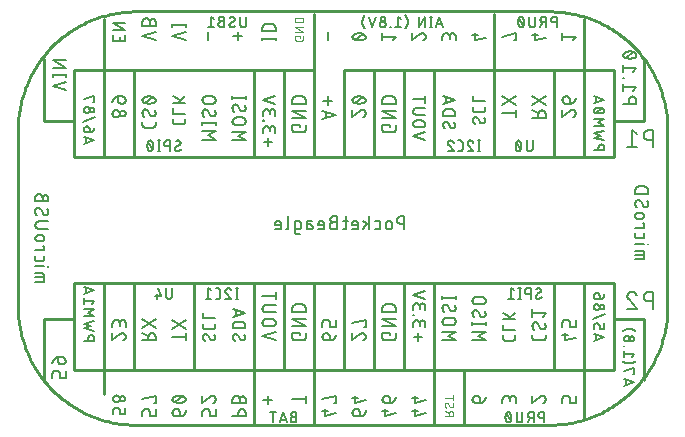
<source format=gbr>
G04 EAGLE Gerber RS-274X export*
G75*
%MOMM*%
%FSLAX34Y34*%
%LPD*%
%INSilkscreen Bottom*%
%IPPOS*%
%AMOC8*
5,1,8,0,0,1.08239X$1,22.5*%
G01*
%ADD10C,0.254000*%
%ADD11C,0.152400*%
%ADD12C,0.127000*%
%ADD13C,0.101600*%
%ADD14C,0.203200*%


D10*
X474130Y641870D02*
X124130Y641870D01*
X121714Y641899D01*
X119299Y641987D01*
X116887Y642133D01*
X114479Y642337D01*
X112076Y642599D01*
X109681Y642919D01*
X107294Y643297D01*
X104917Y643733D01*
X102552Y644226D01*
X100198Y644776D01*
X97859Y645382D01*
X95535Y646045D01*
X93228Y646764D01*
X90939Y647539D01*
X88670Y648368D01*
X86421Y649253D01*
X84194Y650191D01*
X81990Y651183D01*
X79811Y652227D01*
X77658Y653324D01*
X75532Y654473D01*
X73434Y655673D01*
X71366Y656923D01*
X69329Y658223D01*
X67324Y659572D01*
X65351Y660968D01*
X63414Y662412D01*
X61511Y663903D01*
X59646Y665438D01*
X57818Y667019D01*
X56028Y668643D01*
X54279Y670310D01*
X52570Y672019D01*
X50903Y673768D01*
X49279Y675558D01*
X47698Y677386D01*
X46163Y679251D01*
X44672Y681154D01*
X43228Y683091D01*
X41832Y685064D01*
X40483Y687069D01*
X39183Y689106D01*
X37933Y691174D01*
X36733Y693272D01*
X35584Y695398D01*
X34487Y697551D01*
X33443Y699730D01*
X32451Y701934D01*
X31513Y704161D01*
X30628Y706410D01*
X29799Y708679D01*
X29024Y710968D01*
X28305Y713275D01*
X27642Y715599D01*
X27036Y717938D01*
X26486Y720292D01*
X25993Y722657D01*
X25557Y725034D01*
X25179Y727421D01*
X24859Y729816D01*
X24597Y732219D01*
X24393Y734627D01*
X24247Y737039D01*
X24159Y739454D01*
X24130Y741870D01*
X24130Y891870D01*
X24159Y894286D01*
X24247Y896701D01*
X24393Y899113D01*
X24597Y901521D01*
X24859Y903924D01*
X25179Y906319D01*
X25557Y908706D01*
X25993Y911083D01*
X26486Y913448D01*
X27036Y915802D01*
X27642Y918141D01*
X28305Y920465D01*
X29024Y922772D01*
X29799Y925061D01*
X30628Y927330D01*
X31513Y929579D01*
X32451Y931806D01*
X33443Y934010D01*
X34487Y936189D01*
X35584Y938342D01*
X36733Y940468D01*
X37933Y942566D01*
X39183Y944634D01*
X40483Y946671D01*
X41832Y948676D01*
X43228Y950649D01*
X44672Y952586D01*
X46163Y954489D01*
X47698Y956354D01*
X49279Y958182D01*
X50903Y959972D01*
X52570Y961721D01*
X54279Y963430D01*
X56028Y965097D01*
X57818Y966721D01*
X59646Y968302D01*
X61511Y969837D01*
X63414Y971328D01*
X65351Y972772D01*
X67324Y974168D01*
X69329Y975517D01*
X71366Y976817D01*
X73434Y978067D01*
X75532Y979267D01*
X77658Y980416D01*
X79811Y981513D01*
X81990Y982557D01*
X84194Y983549D01*
X86421Y984487D01*
X88670Y985372D01*
X90939Y986201D01*
X93228Y986976D01*
X95535Y987695D01*
X97859Y988358D01*
X100198Y988964D01*
X102552Y989514D01*
X104917Y990007D01*
X107294Y990443D01*
X109681Y990821D01*
X112076Y991141D01*
X114479Y991403D01*
X116887Y991607D01*
X119299Y991753D01*
X121714Y991841D01*
X124130Y991870D01*
X474130Y991870D01*
X476546Y991841D01*
X478961Y991753D01*
X481373Y991607D01*
X483781Y991403D01*
X486184Y991141D01*
X488579Y990821D01*
X490966Y990443D01*
X493343Y990007D01*
X495708Y989514D01*
X498062Y988964D01*
X500401Y988358D01*
X502725Y987695D01*
X505032Y986976D01*
X507321Y986201D01*
X509590Y985372D01*
X511839Y984487D01*
X514066Y983549D01*
X516270Y982557D01*
X518449Y981513D01*
X520602Y980416D01*
X522728Y979267D01*
X524826Y978067D01*
X526894Y976817D01*
X528931Y975517D01*
X530936Y974168D01*
X532909Y972772D01*
X534846Y971328D01*
X536749Y969837D01*
X538614Y968302D01*
X540442Y966721D01*
X542232Y965097D01*
X543981Y963430D01*
X545690Y961721D01*
X547357Y959972D01*
X548981Y958182D01*
X550562Y956354D01*
X552097Y954489D01*
X553588Y952586D01*
X555032Y950649D01*
X556428Y948676D01*
X557777Y946671D01*
X559077Y944634D01*
X560327Y942566D01*
X561527Y940468D01*
X562676Y938342D01*
X563773Y936189D01*
X564817Y934010D01*
X565809Y931806D01*
X566747Y929579D01*
X567632Y927330D01*
X568461Y925061D01*
X569236Y922772D01*
X569955Y920465D01*
X570618Y918141D01*
X571224Y915802D01*
X571774Y913448D01*
X572267Y911083D01*
X572703Y908706D01*
X573081Y906319D01*
X573401Y903924D01*
X573663Y901521D01*
X573867Y899113D01*
X574013Y896701D01*
X574101Y894286D01*
X574130Y891870D01*
X574130Y741870D01*
X574101Y739454D01*
X574013Y737039D01*
X573867Y734627D01*
X573663Y732219D01*
X573401Y729816D01*
X573081Y727421D01*
X572703Y725034D01*
X572267Y722657D01*
X571774Y720292D01*
X571224Y717938D01*
X570618Y715599D01*
X569955Y713275D01*
X569236Y710968D01*
X568461Y708679D01*
X567632Y706410D01*
X566747Y704161D01*
X565809Y701934D01*
X564817Y699730D01*
X563773Y697551D01*
X562676Y695398D01*
X561527Y693272D01*
X560327Y691174D01*
X559077Y689106D01*
X557777Y687069D01*
X556428Y685064D01*
X555032Y683091D01*
X553588Y681154D01*
X552097Y679251D01*
X550562Y677386D01*
X548981Y675558D01*
X547357Y673768D01*
X545690Y672019D01*
X543981Y670310D01*
X542232Y668643D01*
X540442Y667019D01*
X538614Y665438D01*
X536749Y663903D01*
X534846Y662412D01*
X532909Y660968D01*
X530936Y659572D01*
X528931Y658223D01*
X526894Y656923D01*
X524826Y655673D01*
X522728Y654473D01*
X520602Y653324D01*
X518449Y652227D01*
X516270Y651183D01*
X514066Y650191D01*
X511839Y649253D01*
X509590Y648368D01*
X507321Y647539D01*
X505032Y646764D01*
X502725Y646045D01*
X500401Y645382D01*
X498062Y644776D01*
X495708Y644226D01*
X493343Y643733D01*
X490966Y643297D01*
X488579Y642919D01*
X486184Y642599D01*
X483781Y642337D01*
X481373Y642133D01*
X478961Y641987D01*
X476546Y641899D01*
X474130Y641870D01*
D11*
X351451Y807212D02*
X351451Y818388D01*
X348347Y818388D01*
X348236Y818386D01*
X348126Y818380D01*
X348015Y818370D01*
X347905Y818356D01*
X347796Y818339D01*
X347687Y818317D01*
X347579Y818292D01*
X347473Y818262D01*
X347367Y818229D01*
X347262Y818192D01*
X347159Y818152D01*
X347058Y818107D01*
X346958Y818060D01*
X346859Y818008D01*
X346763Y817953D01*
X346669Y817895D01*
X346577Y817834D01*
X346487Y817769D01*
X346399Y817701D01*
X346314Y817630D01*
X346232Y817556D01*
X346152Y817479D01*
X346075Y817399D01*
X346001Y817317D01*
X345930Y817232D01*
X345862Y817144D01*
X345797Y817054D01*
X345736Y816962D01*
X345678Y816868D01*
X345623Y816772D01*
X345571Y816673D01*
X345524Y816573D01*
X345479Y816472D01*
X345439Y816369D01*
X345402Y816264D01*
X345369Y816158D01*
X345339Y816052D01*
X345314Y815944D01*
X345292Y815835D01*
X345275Y815726D01*
X345261Y815616D01*
X345251Y815505D01*
X345245Y815395D01*
X345243Y815284D01*
X345245Y815173D01*
X345251Y815063D01*
X345261Y814952D01*
X345275Y814842D01*
X345292Y814733D01*
X345314Y814624D01*
X345339Y814516D01*
X345369Y814410D01*
X345402Y814304D01*
X345439Y814199D01*
X345479Y814096D01*
X345524Y813995D01*
X345571Y813895D01*
X345623Y813796D01*
X345678Y813700D01*
X345736Y813606D01*
X345797Y813514D01*
X345862Y813424D01*
X345930Y813336D01*
X346001Y813251D01*
X346075Y813169D01*
X346152Y813089D01*
X346232Y813012D01*
X346314Y812938D01*
X346399Y812867D01*
X346487Y812799D01*
X346577Y812734D01*
X346669Y812673D01*
X346763Y812615D01*
X346859Y812560D01*
X346958Y812508D01*
X347058Y812461D01*
X347159Y812416D01*
X347262Y812376D01*
X347367Y812339D01*
X347473Y812306D01*
X347579Y812276D01*
X347687Y812251D01*
X347796Y812229D01*
X347905Y812212D01*
X348015Y812198D01*
X348126Y812188D01*
X348236Y812182D01*
X348347Y812180D01*
X348347Y812179D02*
X351451Y812179D01*
X340755Y812179D02*
X340755Y809696D01*
X340755Y812179D02*
X340753Y812278D01*
X340747Y812376D01*
X340737Y812475D01*
X340724Y812572D01*
X340706Y812670D01*
X340685Y812766D01*
X340659Y812862D01*
X340630Y812956D01*
X340598Y813049D01*
X340561Y813141D01*
X340521Y813231D01*
X340477Y813320D01*
X340430Y813407D01*
X340380Y813492D01*
X340326Y813574D01*
X340269Y813655D01*
X340209Y813733D01*
X340145Y813809D01*
X340079Y813882D01*
X340010Y813953D01*
X339938Y814021D01*
X339863Y814085D01*
X339786Y814147D01*
X339707Y814206D01*
X339625Y814261D01*
X339541Y814314D01*
X339456Y814362D01*
X339368Y814408D01*
X339278Y814450D01*
X339187Y814488D01*
X339095Y814522D01*
X339001Y814553D01*
X338906Y814580D01*
X338810Y814604D01*
X338713Y814623D01*
X338616Y814639D01*
X338518Y814651D01*
X338419Y814659D01*
X338320Y814663D01*
X338222Y814663D01*
X338123Y814659D01*
X338024Y814651D01*
X337926Y814639D01*
X337829Y814623D01*
X337732Y814604D01*
X337636Y814580D01*
X337541Y814553D01*
X337447Y814522D01*
X337355Y814488D01*
X337264Y814450D01*
X337174Y814408D01*
X337086Y814362D01*
X337001Y814314D01*
X336917Y814261D01*
X336835Y814206D01*
X336756Y814147D01*
X336679Y814085D01*
X336604Y814021D01*
X336532Y813953D01*
X336463Y813882D01*
X336397Y813809D01*
X336333Y813733D01*
X336273Y813655D01*
X336216Y813574D01*
X336162Y813492D01*
X336112Y813407D01*
X336065Y813320D01*
X336021Y813231D01*
X335981Y813141D01*
X335944Y813049D01*
X335912Y812956D01*
X335883Y812862D01*
X335857Y812766D01*
X335836Y812670D01*
X335818Y812572D01*
X335805Y812475D01*
X335795Y812376D01*
X335789Y812278D01*
X335787Y812179D01*
X335788Y812179D02*
X335788Y809696D01*
X335787Y809696D02*
X335789Y809597D01*
X335795Y809499D01*
X335805Y809400D01*
X335818Y809303D01*
X335836Y809205D01*
X335857Y809109D01*
X335883Y809013D01*
X335912Y808919D01*
X335944Y808826D01*
X335981Y808734D01*
X336021Y808644D01*
X336065Y808555D01*
X336112Y808468D01*
X336162Y808383D01*
X336216Y808301D01*
X336273Y808220D01*
X336333Y808142D01*
X336397Y808066D01*
X336463Y807993D01*
X336532Y807922D01*
X336604Y807854D01*
X336679Y807790D01*
X336756Y807728D01*
X336835Y807669D01*
X336917Y807614D01*
X337001Y807561D01*
X337086Y807513D01*
X337174Y807467D01*
X337264Y807425D01*
X337355Y807387D01*
X337447Y807353D01*
X337541Y807322D01*
X337636Y807295D01*
X337732Y807271D01*
X337829Y807252D01*
X337926Y807236D01*
X338024Y807224D01*
X338123Y807216D01*
X338222Y807212D01*
X338320Y807212D01*
X338419Y807216D01*
X338518Y807224D01*
X338616Y807236D01*
X338713Y807252D01*
X338810Y807271D01*
X338906Y807295D01*
X339001Y807322D01*
X339095Y807353D01*
X339187Y807387D01*
X339278Y807425D01*
X339368Y807467D01*
X339456Y807513D01*
X339541Y807561D01*
X339625Y807614D01*
X339707Y807669D01*
X339786Y807728D01*
X339863Y807790D01*
X339938Y807854D01*
X340010Y807922D01*
X340079Y807993D01*
X340145Y808066D01*
X340209Y808142D01*
X340269Y808220D01*
X340326Y808301D01*
X340380Y808383D01*
X340430Y808468D01*
X340477Y808555D01*
X340521Y808644D01*
X340561Y808734D01*
X340598Y808826D01*
X340630Y808919D01*
X340659Y809013D01*
X340685Y809109D01*
X340706Y809205D01*
X340724Y809303D01*
X340737Y809400D01*
X340747Y809499D01*
X340753Y809597D01*
X340755Y809696D01*
X328970Y807212D02*
X326486Y807212D01*
X328970Y807212D02*
X329054Y807214D01*
X329137Y807220D01*
X329220Y807229D01*
X329303Y807242D01*
X329385Y807259D01*
X329466Y807279D01*
X329546Y807303D01*
X329625Y807331D01*
X329702Y807362D01*
X329778Y807396D01*
X329853Y807434D01*
X329926Y807476D01*
X329996Y807520D01*
X330065Y807568D01*
X330132Y807618D01*
X330196Y807672D01*
X330257Y807728D01*
X330317Y807788D01*
X330373Y807849D01*
X330427Y807913D01*
X330477Y807980D01*
X330525Y808049D01*
X330569Y808119D01*
X330611Y808192D01*
X330649Y808267D01*
X330683Y808343D01*
X330714Y808420D01*
X330742Y808499D01*
X330766Y808579D01*
X330786Y808660D01*
X330803Y808742D01*
X330816Y808825D01*
X330826Y808908D01*
X330831Y808991D01*
X330833Y809075D01*
X330832Y809075D02*
X330832Y812800D01*
X330833Y812800D02*
X330831Y812884D01*
X330826Y812967D01*
X330816Y813050D01*
X330803Y813133D01*
X330786Y813215D01*
X330766Y813296D01*
X330742Y813376D01*
X330714Y813455D01*
X330683Y813532D01*
X330649Y813608D01*
X330611Y813683D01*
X330569Y813756D01*
X330525Y813826D01*
X330477Y813895D01*
X330427Y813962D01*
X330373Y814026D01*
X330317Y814087D01*
X330257Y814147D01*
X330196Y814203D01*
X330132Y814257D01*
X330065Y814307D01*
X329996Y814355D01*
X329926Y814399D01*
X329853Y814441D01*
X329778Y814479D01*
X329702Y814513D01*
X329625Y814544D01*
X329546Y814572D01*
X329466Y814596D01*
X329385Y814616D01*
X329303Y814633D01*
X329220Y814646D01*
X329137Y814656D01*
X329054Y814661D01*
X328970Y814663D01*
X326486Y814663D01*
X321536Y818388D02*
X321536Y807212D01*
X321536Y810937D02*
X316568Y814663D01*
X319362Y812490D02*
X316568Y807212D01*
X310317Y807212D02*
X307213Y807212D01*
X310317Y807212D02*
X310401Y807214D01*
X310484Y807220D01*
X310567Y807229D01*
X310650Y807242D01*
X310732Y807259D01*
X310813Y807279D01*
X310893Y807303D01*
X310972Y807331D01*
X311049Y807362D01*
X311125Y807396D01*
X311200Y807434D01*
X311273Y807476D01*
X311343Y807520D01*
X311412Y807568D01*
X311479Y807618D01*
X311543Y807672D01*
X311604Y807728D01*
X311664Y807788D01*
X311720Y807849D01*
X311774Y807913D01*
X311824Y807980D01*
X311872Y808049D01*
X311916Y808119D01*
X311958Y808192D01*
X311996Y808267D01*
X312030Y808343D01*
X312061Y808420D01*
X312089Y808499D01*
X312113Y808579D01*
X312133Y808660D01*
X312150Y808742D01*
X312163Y808825D01*
X312173Y808908D01*
X312178Y808991D01*
X312180Y809075D01*
X312180Y812179D01*
X312178Y812278D01*
X312172Y812376D01*
X312162Y812475D01*
X312149Y812572D01*
X312131Y812670D01*
X312110Y812766D01*
X312084Y812862D01*
X312055Y812956D01*
X312023Y813049D01*
X311986Y813141D01*
X311946Y813231D01*
X311902Y813320D01*
X311855Y813407D01*
X311805Y813492D01*
X311751Y813574D01*
X311694Y813655D01*
X311634Y813733D01*
X311570Y813809D01*
X311504Y813882D01*
X311435Y813953D01*
X311363Y814021D01*
X311288Y814085D01*
X311211Y814147D01*
X311132Y814206D01*
X311050Y814261D01*
X310966Y814314D01*
X310881Y814362D01*
X310793Y814408D01*
X310703Y814450D01*
X310612Y814488D01*
X310520Y814522D01*
X310426Y814553D01*
X310331Y814580D01*
X310235Y814604D01*
X310138Y814623D01*
X310041Y814639D01*
X309943Y814651D01*
X309844Y814659D01*
X309745Y814663D01*
X309647Y814663D01*
X309548Y814659D01*
X309449Y814651D01*
X309351Y814639D01*
X309254Y814623D01*
X309157Y814604D01*
X309061Y814580D01*
X308966Y814553D01*
X308872Y814522D01*
X308780Y814488D01*
X308689Y814450D01*
X308599Y814408D01*
X308511Y814362D01*
X308426Y814314D01*
X308342Y814261D01*
X308260Y814206D01*
X308181Y814147D01*
X308104Y814085D01*
X308029Y814021D01*
X307957Y813953D01*
X307888Y813882D01*
X307822Y813809D01*
X307758Y813733D01*
X307698Y813655D01*
X307641Y813574D01*
X307587Y813492D01*
X307537Y813407D01*
X307490Y813320D01*
X307446Y813231D01*
X307406Y813141D01*
X307369Y813049D01*
X307337Y812956D01*
X307308Y812862D01*
X307282Y812766D01*
X307261Y812670D01*
X307243Y812572D01*
X307230Y812475D01*
X307220Y812376D01*
X307214Y812278D01*
X307212Y812179D01*
X307213Y812179D02*
X307213Y810937D01*
X312180Y810937D01*
X303292Y814663D02*
X299567Y814663D01*
X302051Y818388D02*
X302051Y809075D01*
X302049Y808991D01*
X302043Y808908D01*
X302034Y808825D01*
X302021Y808742D01*
X302004Y808660D01*
X301984Y808579D01*
X301960Y808499D01*
X301932Y808420D01*
X301901Y808343D01*
X301867Y808267D01*
X301829Y808192D01*
X301787Y808119D01*
X301743Y808049D01*
X301695Y807980D01*
X301645Y807913D01*
X301591Y807849D01*
X301535Y807788D01*
X301475Y807728D01*
X301414Y807672D01*
X301350Y807618D01*
X301283Y807568D01*
X301214Y807520D01*
X301144Y807476D01*
X301071Y807434D01*
X300996Y807396D01*
X300920Y807362D01*
X300843Y807331D01*
X300764Y807303D01*
X300684Y807279D01*
X300603Y807259D01*
X300521Y807242D01*
X300438Y807229D01*
X300355Y807219D01*
X300272Y807214D01*
X300188Y807212D01*
X299567Y807212D01*
X294301Y813421D02*
X291197Y813421D01*
X291197Y813420D02*
X291086Y813418D01*
X290976Y813412D01*
X290865Y813402D01*
X290755Y813388D01*
X290646Y813371D01*
X290537Y813349D01*
X290429Y813324D01*
X290323Y813294D01*
X290217Y813261D01*
X290112Y813224D01*
X290009Y813184D01*
X289908Y813139D01*
X289808Y813092D01*
X289709Y813040D01*
X289613Y812985D01*
X289519Y812927D01*
X289427Y812866D01*
X289337Y812801D01*
X289249Y812733D01*
X289164Y812662D01*
X289082Y812588D01*
X289002Y812511D01*
X288925Y812431D01*
X288851Y812349D01*
X288780Y812264D01*
X288712Y812176D01*
X288647Y812086D01*
X288586Y811994D01*
X288528Y811900D01*
X288473Y811804D01*
X288421Y811705D01*
X288374Y811605D01*
X288329Y811504D01*
X288289Y811401D01*
X288252Y811296D01*
X288219Y811190D01*
X288189Y811084D01*
X288164Y810976D01*
X288142Y810867D01*
X288125Y810758D01*
X288111Y810648D01*
X288101Y810537D01*
X288095Y810427D01*
X288093Y810316D01*
X288095Y810205D01*
X288101Y810095D01*
X288111Y809984D01*
X288125Y809874D01*
X288142Y809765D01*
X288164Y809656D01*
X288189Y809548D01*
X288219Y809442D01*
X288252Y809336D01*
X288289Y809231D01*
X288329Y809128D01*
X288374Y809027D01*
X288421Y808927D01*
X288473Y808828D01*
X288528Y808732D01*
X288586Y808638D01*
X288647Y808546D01*
X288712Y808456D01*
X288780Y808368D01*
X288851Y808283D01*
X288925Y808201D01*
X289002Y808121D01*
X289082Y808044D01*
X289164Y807970D01*
X289249Y807899D01*
X289337Y807831D01*
X289427Y807766D01*
X289519Y807705D01*
X289613Y807647D01*
X289709Y807592D01*
X289808Y807540D01*
X289908Y807493D01*
X290009Y807448D01*
X290112Y807408D01*
X290217Y807371D01*
X290323Y807338D01*
X290429Y807308D01*
X290537Y807283D01*
X290646Y807261D01*
X290755Y807244D01*
X290865Y807230D01*
X290976Y807220D01*
X291086Y807214D01*
X291197Y807212D01*
X294301Y807212D01*
X294301Y818388D01*
X291197Y818388D01*
X291098Y818386D01*
X291000Y818380D01*
X290901Y818370D01*
X290804Y818357D01*
X290706Y818339D01*
X290610Y818318D01*
X290514Y818292D01*
X290420Y818263D01*
X290327Y818231D01*
X290235Y818194D01*
X290145Y818154D01*
X290056Y818110D01*
X289969Y818063D01*
X289884Y818013D01*
X289802Y817959D01*
X289721Y817902D01*
X289643Y817842D01*
X289567Y817778D01*
X289494Y817712D01*
X289423Y817643D01*
X289355Y817571D01*
X289291Y817496D01*
X289229Y817419D01*
X289170Y817340D01*
X289115Y817258D01*
X289062Y817174D01*
X289014Y817089D01*
X288968Y817001D01*
X288926Y816911D01*
X288888Y816820D01*
X288854Y816728D01*
X288823Y816634D01*
X288796Y816539D01*
X288772Y816443D01*
X288753Y816346D01*
X288737Y816249D01*
X288725Y816151D01*
X288717Y816052D01*
X288713Y815953D01*
X288713Y815855D01*
X288717Y815756D01*
X288725Y815657D01*
X288737Y815559D01*
X288753Y815462D01*
X288772Y815365D01*
X288796Y815269D01*
X288823Y815174D01*
X288854Y815080D01*
X288888Y814988D01*
X288926Y814897D01*
X288968Y814807D01*
X289014Y814719D01*
X289062Y814634D01*
X289115Y814550D01*
X289170Y814468D01*
X289229Y814389D01*
X289291Y814312D01*
X289355Y814237D01*
X289423Y814165D01*
X289494Y814096D01*
X289567Y814030D01*
X289643Y813966D01*
X289721Y813906D01*
X289802Y813849D01*
X289884Y813795D01*
X289969Y813745D01*
X290056Y813698D01*
X290145Y813654D01*
X290235Y813614D01*
X290327Y813577D01*
X290420Y813545D01*
X290514Y813516D01*
X290610Y813490D01*
X290706Y813469D01*
X290804Y813451D01*
X290901Y813438D01*
X291000Y813428D01*
X291098Y813422D01*
X291197Y813420D01*
X281742Y807212D02*
X278638Y807212D01*
X281742Y807212D02*
X281826Y807214D01*
X281909Y807220D01*
X281992Y807229D01*
X282075Y807242D01*
X282157Y807259D01*
X282238Y807279D01*
X282318Y807303D01*
X282397Y807331D01*
X282474Y807362D01*
X282550Y807396D01*
X282625Y807434D01*
X282698Y807476D01*
X282768Y807520D01*
X282837Y807568D01*
X282904Y807618D01*
X282968Y807672D01*
X283029Y807728D01*
X283089Y807788D01*
X283145Y807849D01*
X283199Y807913D01*
X283249Y807980D01*
X283297Y808049D01*
X283341Y808119D01*
X283383Y808192D01*
X283421Y808267D01*
X283455Y808343D01*
X283486Y808420D01*
X283514Y808499D01*
X283538Y808579D01*
X283558Y808660D01*
X283575Y808742D01*
X283588Y808825D01*
X283598Y808908D01*
X283603Y808991D01*
X283605Y809075D01*
X283605Y812179D01*
X283603Y812278D01*
X283597Y812376D01*
X283587Y812475D01*
X283574Y812572D01*
X283556Y812670D01*
X283535Y812766D01*
X283509Y812862D01*
X283480Y812956D01*
X283448Y813049D01*
X283411Y813141D01*
X283371Y813231D01*
X283327Y813320D01*
X283280Y813407D01*
X283230Y813492D01*
X283176Y813574D01*
X283119Y813655D01*
X283059Y813733D01*
X282995Y813809D01*
X282929Y813882D01*
X282860Y813953D01*
X282788Y814021D01*
X282713Y814085D01*
X282636Y814147D01*
X282557Y814206D01*
X282475Y814261D01*
X282391Y814314D01*
X282306Y814362D01*
X282218Y814408D01*
X282128Y814450D01*
X282037Y814488D01*
X281945Y814522D01*
X281851Y814553D01*
X281756Y814580D01*
X281660Y814604D01*
X281563Y814623D01*
X281466Y814639D01*
X281368Y814651D01*
X281269Y814659D01*
X281170Y814663D01*
X281072Y814663D01*
X280973Y814659D01*
X280874Y814651D01*
X280776Y814639D01*
X280679Y814623D01*
X280582Y814604D01*
X280486Y814580D01*
X280391Y814553D01*
X280297Y814522D01*
X280205Y814488D01*
X280114Y814450D01*
X280024Y814408D01*
X279936Y814362D01*
X279851Y814314D01*
X279767Y814261D01*
X279685Y814206D01*
X279606Y814147D01*
X279529Y814085D01*
X279454Y814021D01*
X279382Y813953D01*
X279313Y813882D01*
X279247Y813809D01*
X279183Y813733D01*
X279123Y813655D01*
X279066Y813574D01*
X279012Y813492D01*
X278962Y813407D01*
X278915Y813320D01*
X278871Y813231D01*
X278831Y813141D01*
X278794Y813049D01*
X278762Y812956D01*
X278733Y812862D01*
X278707Y812766D01*
X278686Y812670D01*
X278668Y812572D01*
X278655Y812475D01*
X278645Y812376D01*
X278639Y812278D01*
X278637Y812179D01*
X278638Y812179D02*
X278638Y810937D01*
X283605Y810937D01*
X271600Y811558D02*
X268806Y811558D01*
X271600Y811558D02*
X271692Y811556D01*
X271784Y811550D01*
X271876Y811540D01*
X271967Y811527D01*
X272058Y811509D01*
X272148Y811488D01*
X272236Y811463D01*
X272324Y811434D01*
X272410Y811401D01*
X272495Y811365D01*
X272578Y811325D01*
X272660Y811282D01*
X272739Y811235D01*
X272817Y811185D01*
X272892Y811132D01*
X272965Y811076D01*
X273036Y811016D01*
X273104Y810954D01*
X273169Y810889D01*
X273231Y810821D01*
X273291Y810750D01*
X273347Y810677D01*
X273400Y810602D01*
X273450Y810524D01*
X273497Y810445D01*
X273540Y810363D01*
X273580Y810280D01*
X273616Y810195D01*
X273649Y810109D01*
X273678Y810021D01*
X273703Y809933D01*
X273724Y809843D01*
X273742Y809752D01*
X273755Y809661D01*
X273765Y809569D01*
X273771Y809477D01*
X273773Y809385D01*
X273771Y809293D01*
X273765Y809201D01*
X273755Y809109D01*
X273742Y809018D01*
X273724Y808927D01*
X273703Y808837D01*
X273678Y808749D01*
X273649Y808661D01*
X273616Y808575D01*
X273580Y808490D01*
X273540Y808407D01*
X273497Y808325D01*
X273450Y808246D01*
X273400Y808168D01*
X273347Y808093D01*
X273291Y808020D01*
X273231Y807949D01*
X273169Y807881D01*
X273104Y807816D01*
X273036Y807754D01*
X272965Y807694D01*
X272892Y807638D01*
X272817Y807585D01*
X272739Y807535D01*
X272660Y807488D01*
X272578Y807445D01*
X272495Y807405D01*
X272410Y807369D01*
X272324Y807336D01*
X272236Y807307D01*
X272148Y807282D01*
X272058Y807261D01*
X271967Y807243D01*
X271876Y807230D01*
X271784Y807220D01*
X271692Y807214D01*
X271600Y807212D01*
X268806Y807212D01*
X268806Y812800D01*
X268805Y812800D02*
X268807Y812884D01*
X268813Y812967D01*
X268822Y813050D01*
X268835Y813133D01*
X268852Y813215D01*
X268872Y813296D01*
X268896Y813376D01*
X268924Y813455D01*
X268955Y813532D01*
X268989Y813608D01*
X269027Y813683D01*
X269069Y813756D01*
X269113Y813826D01*
X269161Y813895D01*
X269211Y813962D01*
X269265Y814026D01*
X269321Y814087D01*
X269381Y814147D01*
X269442Y814203D01*
X269506Y814257D01*
X269573Y814307D01*
X269642Y814355D01*
X269712Y814399D01*
X269785Y814441D01*
X269860Y814479D01*
X269936Y814513D01*
X270013Y814544D01*
X270092Y814572D01*
X270172Y814596D01*
X270253Y814616D01*
X270335Y814633D01*
X270418Y814646D01*
X270501Y814656D01*
X270584Y814661D01*
X270668Y814663D01*
X273152Y814663D01*
X261623Y807212D02*
X258519Y807212D01*
X261623Y807212D02*
X261707Y807214D01*
X261790Y807220D01*
X261873Y807229D01*
X261956Y807242D01*
X262038Y807259D01*
X262119Y807279D01*
X262199Y807303D01*
X262278Y807331D01*
X262355Y807362D01*
X262431Y807396D01*
X262506Y807434D01*
X262579Y807476D01*
X262649Y807520D01*
X262718Y807568D01*
X262785Y807618D01*
X262849Y807672D01*
X262910Y807728D01*
X262970Y807788D01*
X263026Y807849D01*
X263080Y807913D01*
X263130Y807980D01*
X263178Y808049D01*
X263222Y808119D01*
X263264Y808192D01*
X263302Y808267D01*
X263336Y808343D01*
X263367Y808420D01*
X263395Y808499D01*
X263419Y808579D01*
X263439Y808660D01*
X263456Y808742D01*
X263469Y808825D01*
X263479Y808908D01*
X263484Y808991D01*
X263486Y809075D01*
X263486Y812800D01*
X263484Y812884D01*
X263479Y812967D01*
X263469Y813050D01*
X263456Y813133D01*
X263439Y813215D01*
X263419Y813296D01*
X263395Y813376D01*
X263367Y813455D01*
X263336Y813532D01*
X263302Y813608D01*
X263264Y813683D01*
X263222Y813756D01*
X263178Y813826D01*
X263130Y813895D01*
X263080Y813962D01*
X263026Y814026D01*
X262970Y814087D01*
X262910Y814147D01*
X262849Y814203D01*
X262785Y814257D01*
X262718Y814307D01*
X262649Y814355D01*
X262579Y814399D01*
X262506Y814441D01*
X262431Y814479D01*
X262355Y814513D01*
X262278Y814544D01*
X262199Y814572D01*
X262119Y814596D01*
X262038Y814616D01*
X261956Y814633D01*
X261873Y814646D01*
X261790Y814656D01*
X261707Y814661D01*
X261623Y814663D01*
X258519Y814663D01*
X258519Y805349D01*
X258518Y805349D02*
X258520Y805265D01*
X258525Y805182D01*
X258535Y805099D01*
X258548Y805016D01*
X258565Y804934D01*
X258585Y804853D01*
X258609Y804773D01*
X258637Y804694D01*
X258668Y804617D01*
X258702Y804541D01*
X258740Y804466D01*
X258782Y804393D01*
X258826Y804323D01*
X258874Y804254D01*
X258924Y804187D01*
X258978Y804123D01*
X259034Y804062D01*
X259094Y804002D01*
X259155Y803946D01*
X259219Y803892D01*
X259286Y803842D01*
X259355Y803794D01*
X259425Y803750D01*
X259498Y803708D01*
X259573Y803670D01*
X259649Y803636D01*
X259726Y803605D01*
X259805Y803577D01*
X259885Y803553D01*
X259966Y803533D01*
X260048Y803516D01*
X260131Y803503D01*
X260214Y803493D01*
X260297Y803488D01*
X260381Y803486D01*
X260381Y803487D02*
X262865Y803487D01*
X253033Y809075D02*
X253033Y818388D01*
X253034Y809075D02*
X253032Y808989D01*
X253026Y808903D01*
X253016Y808818D01*
X253002Y808733D01*
X252985Y808648D01*
X252963Y808565D01*
X252937Y808483D01*
X252908Y808402D01*
X252875Y808323D01*
X252839Y808245D01*
X252799Y808168D01*
X252755Y808094D01*
X252708Y808022D01*
X252658Y807952D01*
X252604Y807885D01*
X252548Y807820D01*
X252488Y807758D01*
X252426Y807698D01*
X252361Y807642D01*
X252294Y807588D01*
X252224Y807538D01*
X252152Y807491D01*
X252078Y807447D01*
X252001Y807407D01*
X251924Y807371D01*
X251844Y807338D01*
X251763Y807309D01*
X251681Y807283D01*
X251598Y807261D01*
X251513Y807244D01*
X251428Y807230D01*
X251343Y807220D01*
X251257Y807214D01*
X251171Y807212D01*
X245166Y807212D02*
X242062Y807212D01*
X245166Y807212D02*
X245250Y807214D01*
X245333Y807220D01*
X245416Y807229D01*
X245499Y807242D01*
X245581Y807259D01*
X245662Y807279D01*
X245742Y807303D01*
X245821Y807331D01*
X245898Y807362D01*
X245974Y807396D01*
X246049Y807434D01*
X246122Y807476D01*
X246192Y807520D01*
X246261Y807568D01*
X246328Y807618D01*
X246392Y807672D01*
X246453Y807728D01*
X246513Y807788D01*
X246569Y807849D01*
X246623Y807913D01*
X246673Y807980D01*
X246721Y808049D01*
X246765Y808119D01*
X246807Y808192D01*
X246845Y808267D01*
X246879Y808343D01*
X246910Y808420D01*
X246938Y808499D01*
X246962Y808579D01*
X246982Y808660D01*
X246999Y808742D01*
X247012Y808825D01*
X247022Y808908D01*
X247027Y808991D01*
X247029Y809075D01*
X247029Y812179D01*
X247030Y812179D02*
X247028Y812278D01*
X247022Y812376D01*
X247012Y812475D01*
X246999Y812572D01*
X246981Y812670D01*
X246960Y812766D01*
X246934Y812862D01*
X246905Y812956D01*
X246873Y813049D01*
X246836Y813141D01*
X246796Y813231D01*
X246752Y813320D01*
X246705Y813407D01*
X246655Y813492D01*
X246601Y813574D01*
X246544Y813655D01*
X246484Y813733D01*
X246420Y813809D01*
X246354Y813882D01*
X246285Y813953D01*
X246213Y814021D01*
X246138Y814085D01*
X246061Y814147D01*
X245982Y814206D01*
X245900Y814261D01*
X245816Y814314D01*
X245731Y814362D01*
X245643Y814408D01*
X245553Y814450D01*
X245462Y814488D01*
X245370Y814522D01*
X245276Y814553D01*
X245181Y814580D01*
X245085Y814604D01*
X244988Y814623D01*
X244891Y814639D01*
X244793Y814651D01*
X244694Y814659D01*
X244595Y814663D01*
X244497Y814663D01*
X244398Y814659D01*
X244299Y814651D01*
X244201Y814639D01*
X244104Y814623D01*
X244007Y814604D01*
X243911Y814580D01*
X243816Y814553D01*
X243722Y814522D01*
X243630Y814488D01*
X243539Y814450D01*
X243449Y814408D01*
X243361Y814362D01*
X243276Y814314D01*
X243192Y814261D01*
X243110Y814206D01*
X243031Y814147D01*
X242954Y814085D01*
X242879Y814021D01*
X242807Y813953D01*
X242738Y813882D01*
X242672Y813809D01*
X242608Y813733D01*
X242548Y813655D01*
X242491Y813574D01*
X242437Y813492D01*
X242387Y813407D01*
X242340Y813320D01*
X242296Y813231D01*
X242256Y813141D01*
X242219Y813049D01*
X242187Y812956D01*
X242158Y812862D01*
X242132Y812766D01*
X242111Y812670D01*
X242093Y812572D01*
X242080Y812475D01*
X242070Y812376D01*
X242064Y812278D01*
X242062Y812179D01*
X242062Y810937D01*
X247029Y810937D01*
X46313Y763051D02*
X38862Y763051D01*
X46313Y763051D02*
X46313Y768639D01*
X46311Y768723D01*
X46306Y768806D01*
X46296Y768889D01*
X46283Y768972D01*
X46266Y769054D01*
X46246Y769135D01*
X46222Y769215D01*
X46194Y769294D01*
X46163Y769371D01*
X46129Y769447D01*
X46091Y769522D01*
X46049Y769595D01*
X46005Y769665D01*
X45957Y769734D01*
X45907Y769801D01*
X45853Y769865D01*
X45797Y769926D01*
X45737Y769986D01*
X45676Y770042D01*
X45612Y770096D01*
X45545Y770146D01*
X45476Y770194D01*
X45406Y770238D01*
X45333Y770280D01*
X45258Y770318D01*
X45182Y770352D01*
X45105Y770383D01*
X45026Y770411D01*
X44946Y770435D01*
X44865Y770455D01*
X44783Y770472D01*
X44700Y770485D01*
X44617Y770495D01*
X44534Y770500D01*
X44450Y770502D01*
X38862Y770502D01*
X38862Y766777D02*
X46313Y766777D01*
X46313Y775921D02*
X38862Y775921D01*
X49417Y775610D02*
X50038Y775610D01*
X50038Y776231D01*
X49417Y776231D01*
X49417Y775610D01*
X38862Y782555D02*
X38862Y785039D01*
X38862Y782555D02*
X38864Y782471D01*
X38869Y782388D01*
X38879Y782305D01*
X38892Y782222D01*
X38909Y782140D01*
X38929Y782059D01*
X38953Y781979D01*
X38981Y781900D01*
X39012Y781823D01*
X39046Y781747D01*
X39084Y781672D01*
X39126Y781599D01*
X39170Y781529D01*
X39218Y781460D01*
X39268Y781393D01*
X39322Y781329D01*
X39378Y781268D01*
X39438Y781208D01*
X39499Y781152D01*
X39563Y781098D01*
X39630Y781048D01*
X39699Y781000D01*
X39769Y780956D01*
X39842Y780914D01*
X39917Y780876D01*
X39993Y780842D01*
X40070Y780811D01*
X40149Y780783D01*
X40229Y780759D01*
X40310Y780739D01*
X40392Y780722D01*
X40475Y780709D01*
X40558Y780699D01*
X40641Y780694D01*
X40725Y780692D01*
X40725Y780693D02*
X44450Y780693D01*
X44450Y780692D02*
X44534Y780694D01*
X44617Y780700D01*
X44700Y780709D01*
X44783Y780722D01*
X44865Y780739D01*
X44946Y780759D01*
X45026Y780783D01*
X45105Y780811D01*
X45182Y780842D01*
X45258Y780876D01*
X45333Y780914D01*
X45406Y780956D01*
X45476Y781000D01*
X45545Y781048D01*
X45612Y781098D01*
X45676Y781152D01*
X45737Y781208D01*
X45797Y781268D01*
X45853Y781329D01*
X45907Y781393D01*
X45957Y781460D01*
X46005Y781529D01*
X46049Y781599D01*
X46091Y781672D01*
X46129Y781747D01*
X46163Y781823D01*
X46194Y781900D01*
X46222Y781979D01*
X46246Y782059D01*
X46266Y782140D01*
X46283Y782222D01*
X46296Y782305D01*
X46306Y782388D01*
X46311Y782471D01*
X46313Y782555D01*
X46313Y785039D01*
X46313Y789903D02*
X38862Y789903D01*
X46313Y789903D02*
X46313Y793628D01*
X45071Y793628D01*
X43829Y797440D02*
X41346Y797440D01*
X43829Y797440D02*
X43928Y797442D01*
X44026Y797448D01*
X44125Y797458D01*
X44222Y797471D01*
X44320Y797489D01*
X44416Y797510D01*
X44512Y797536D01*
X44606Y797565D01*
X44699Y797597D01*
X44791Y797634D01*
X44881Y797674D01*
X44970Y797718D01*
X45057Y797765D01*
X45142Y797815D01*
X45224Y797869D01*
X45305Y797926D01*
X45383Y797986D01*
X45459Y798050D01*
X45532Y798116D01*
X45603Y798185D01*
X45671Y798257D01*
X45735Y798332D01*
X45797Y798409D01*
X45856Y798488D01*
X45911Y798570D01*
X45964Y798654D01*
X46012Y798739D01*
X46058Y798827D01*
X46100Y798917D01*
X46138Y799008D01*
X46172Y799100D01*
X46203Y799194D01*
X46230Y799289D01*
X46254Y799385D01*
X46273Y799482D01*
X46289Y799579D01*
X46301Y799677D01*
X46309Y799776D01*
X46313Y799875D01*
X46313Y799973D01*
X46309Y800072D01*
X46301Y800171D01*
X46289Y800269D01*
X46273Y800366D01*
X46254Y800463D01*
X46230Y800559D01*
X46203Y800654D01*
X46172Y800748D01*
X46138Y800840D01*
X46100Y800931D01*
X46058Y801021D01*
X46012Y801109D01*
X45964Y801194D01*
X45911Y801278D01*
X45856Y801360D01*
X45797Y801439D01*
X45735Y801516D01*
X45671Y801591D01*
X45603Y801663D01*
X45532Y801732D01*
X45459Y801798D01*
X45383Y801862D01*
X45305Y801922D01*
X45224Y801979D01*
X45142Y802033D01*
X45057Y802083D01*
X44970Y802130D01*
X44881Y802174D01*
X44791Y802214D01*
X44699Y802251D01*
X44606Y802283D01*
X44512Y802312D01*
X44416Y802338D01*
X44320Y802359D01*
X44222Y802377D01*
X44125Y802390D01*
X44026Y802400D01*
X43928Y802406D01*
X43829Y802408D01*
X43829Y802407D02*
X41346Y802407D01*
X41346Y802408D02*
X41247Y802406D01*
X41149Y802400D01*
X41050Y802390D01*
X40953Y802377D01*
X40855Y802359D01*
X40759Y802338D01*
X40663Y802312D01*
X40569Y802283D01*
X40476Y802251D01*
X40384Y802214D01*
X40294Y802174D01*
X40205Y802130D01*
X40118Y802083D01*
X40033Y802033D01*
X39951Y801979D01*
X39870Y801922D01*
X39792Y801862D01*
X39716Y801798D01*
X39643Y801732D01*
X39572Y801663D01*
X39504Y801591D01*
X39440Y801516D01*
X39378Y801439D01*
X39319Y801360D01*
X39264Y801278D01*
X39211Y801194D01*
X39163Y801109D01*
X39117Y801021D01*
X39075Y800931D01*
X39037Y800840D01*
X39003Y800748D01*
X38972Y800654D01*
X38945Y800559D01*
X38921Y800463D01*
X38902Y800366D01*
X38886Y800269D01*
X38874Y800171D01*
X38866Y800072D01*
X38862Y799973D01*
X38862Y799875D01*
X38866Y799776D01*
X38874Y799677D01*
X38886Y799579D01*
X38902Y799482D01*
X38921Y799385D01*
X38945Y799289D01*
X38972Y799194D01*
X39003Y799100D01*
X39037Y799008D01*
X39075Y798917D01*
X39117Y798827D01*
X39163Y798739D01*
X39211Y798654D01*
X39264Y798570D01*
X39319Y798488D01*
X39378Y798409D01*
X39440Y798332D01*
X39504Y798257D01*
X39572Y798185D01*
X39643Y798116D01*
X39716Y798050D01*
X39792Y797986D01*
X39870Y797926D01*
X39951Y797869D01*
X40033Y797815D01*
X40118Y797765D01*
X40205Y797718D01*
X40294Y797674D01*
X40384Y797634D01*
X40476Y797597D01*
X40569Y797565D01*
X40663Y797536D01*
X40759Y797510D01*
X40855Y797489D01*
X40953Y797471D01*
X41050Y797458D01*
X41149Y797448D01*
X41247Y797442D01*
X41346Y797440D01*
X41966Y807868D02*
X50038Y807868D01*
X41966Y807869D02*
X41855Y807871D01*
X41745Y807877D01*
X41634Y807887D01*
X41524Y807901D01*
X41415Y807918D01*
X41306Y807940D01*
X41198Y807965D01*
X41092Y807995D01*
X40986Y808028D01*
X40881Y808065D01*
X40778Y808105D01*
X40677Y808150D01*
X40577Y808197D01*
X40478Y808249D01*
X40382Y808304D01*
X40288Y808362D01*
X40196Y808423D01*
X40106Y808488D01*
X40018Y808556D01*
X39933Y808627D01*
X39851Y808701D01*
X39771Y808778D01*
X39694Y808858D01*
X39620Y808940D01*
X39549Y809025D01*
X39481Y809113D01*
X39416Y809203D01*
X39355Y809295D01*
X39297Y809389D01*
X39242Y809485D01*
X39190Y809584D01*
X39143Y809684D01*
X39098Y809785D01*
X39058Y809888D01*
X39021Y809993D01*
X38988Y810099D01*
X38958Y810205D01*
X38933Y810313D01*
X38911Y810422D01*
X38894Y810531D01*
X38880Y810641D01*
X38870Y810752D01*
X38864Y810862D01*
X38862Y810973D01*
X38864Y811084D01*
X38870Y811194D01*
X38880Y811305D01*
X38894Y811415D01*
X38911Y811524D01*
X38933Y811633D01*
X38958Y811741D01*
X38988Y811847D01*
X39021Y811953D01*
X39058Y812058D01*
X39098Y812161D01*
X39143Y812262D01*
X39190Y812362D01*
X39242Y812461D01*
X39297Y812557D01*
X39355Y812651D01*
X39416Y812743D01*
X39481Y812833D01*
X39549Y812921D01*
X39620Y813006D01*
X39694Y813088D01*
X39771Y813168D01*
X39851Y813245D01*
X39933Y813319D01*
X40018Y813390D01*
X40106Y813458D01*
X40196Y813523D01*
X40288Y813584D01*
X40382Y813642D01*
X40478Y813697D01*
X40577Y813749D01*
X40677Y813796D01*
X40778Y813841D01*
X40881Y813881D01*
X40986Y813918D01*
X41092Y813951D01*
X41198Y813981D01*
X41306Y814006D01*
X41415Y814028D01*
X41524Y814045D01*
X41634Y814059D01*
X41745Y814069D01*
X41855Y814075D01*
X41966Y814077D01*
X50038Y814077D01*
X38862Y823023D02*
X38864Y823121D01*
X38870Y823218D01*
X38879Y823315D01*
X38893Y823412D01*
X38910Y823508D01*
X38931Y823603D01*
X38955Y823697D01*
X38984Y823791D01*
X39016Y823883D01*
X39051Y823974D01*
X39090Y824063D01*
X39133Y824151D01*
X39179Y824237D01*
X39228Y824321D01*
X39281Y824403D01*
X39336Y824483D01*
X39395Y824561D01*
X39457Y824636D01*
X39522Y824709D01*
X39590Y824779D01*
X39660Y824847D01*
X39733Y824912D01*
X39808Y824974D01*
X39886Y825033D01*
X39966Y825088D01*
X40048Y825141D01*
X40132Y825190D01*
X40218Y825236D01*
X40306Y825279D01*
X40395Y825318D01*
X40486Y825353D01*
X40578Y825385D01*
X40672Y825414D01*
X40766Y825438D01*
X40861Y825459D01*
X40957Y825476D01*
X41054Y825490D01*
X41151Y825499D01*
X41248Y825505D01*
X41346Y825507D01*
X38862Y823023D02*
X38864Y822880D01*
X38870Y822737D01*
X38879Y822595D01*
X38893Y822453D01*
X38911Y822311D01*
X38932Y822170D01*
X38957Y822029D01*
X38986Y821889D01*
X39019Y821750D01*
X39055Y821612D01*
X39096Y821475D01*
X39140Y821339D01*
X39187Y821205D01*
X39239Y821071D01*
X39293Y820940D01*
X39352Y820809D01*
X39414Y820681D01*
X39479Y820554D01*
X39548Y820429D01*
X39621Y820305D01*
X39696Y820184D01*
X39775Y820065D01*
X39857Y819948D01*
X39943Y819834D01*
X40031Y819722D01*
X40122Y819612D01*
X40217Y819505D01*
X40314Y819400D01*
X40414Y819298D01*
X47554Y819608D02*
X47652Y819610D01*
X47749Y819616D01*
X47846Y819625D01*
X47943Y819639D01*
X48039Y819656D01*
X48134Y819677D01*
X48228Y819701D01*
X48322Y819730D01*
X48414Y819762D01*
X48505Y819797D01*
X48594Y819836D01*
X48682Y819879D01*
X48768Y819925D01*
X48852Y819974D01*
X48934Y820027D01*
X49014Y820082D01*
X49092Y820141D01*
X49167Y820203D01*
X49240Y820268D01*
X49310Y820336D01*
X49378Y820406D01*
X49443Y820479D01*
X49505Y820554D01*
X49564Y820632D01*
X49619Y820712D01*
X49672Y820794D01*
X49721Y820878D01*
X49767Y820964D01*
X49810Y821052D01*
X49849Y821141D01*
X49884Y821232D01*
X49916Y821324D01*
X49945Y821418D01*
X49969Y821512D01*
X49990Y821607D01*
X50007Y821703D01*
X50021Y821800D01*
X50030Y821897D01*
X50036Y821994D01*
X50038Y822092D01*
X50036Y822222D01*
X50031Y822352D01*
X50022Y822482D01*
X50009Y822612D01*
X49993Y822741D01*
X49973Y822870D01*
X49949Y822998D01*
X49922Y823126D01*
X49891Y823252D01*
X49857Y823378D01*
X49819Y823503D01*
X49778Y823626D01*
X49733Y823749D01*
X49685Y823870D01*
X49634Y823990D01*
X49579Y824108D01*
X49521Y824224D01*
X49460Y824339D01*
X49395Y824453D01*
X49328Y824564D01*
X49257Y824673D01*
X49183Y824781D01*
X49107Y824886D01*
X45381Y820851D02*
X45432Y820768D01*
X45486Y820687D01*
X45543Y820609D01*
X45603Y820533D01*
X45666Y820459D01*
X45732Y820388D01*
X45800Y820319D01*
X45871Y820253D01*
X45944Y820189D01*
X46020Y820129D01*
X46098Y820072D01*
X46179Y820017D01*
X46261Y819966D01*
X46345Y819918D01*
X46431Y819873D01*
X46519Y819831D01*
X46608Y819793D01*
X46698Y819759D01*
X46790Y819727D01*
X46883Y819700D01*
X46977Y819676D01*
X47072Y819655D01*
X47168Y819639D01*
X47264Y819626D01*
X47360Y819616D01*
X47457Y819611D01*
X47554Y819609D01*
X43519Y824265D02*
X43468Y824348D01*
X43414Y824429D01*
X43357Y824507D01*
X43297Y824583D01*
X43234Y824657D01*
X43168Y824728D01*
X43100Y824797D01*
X43029Y824863D01*
X42956Y824927D01*
X42880Y824987D01*
X42802Y825044D01*
X42721Y825099D01*
X42639Y825150D01*
X42555Y825198D01*
X42469Y825243D01*
X42381Y825285D01*
X42292Y825323D01*
X42202Y825357D01*
X42110Y825389D01*
X42017Y825416D01*
X41923Y825440D01*
X41828Y825461D01*
X41732Y825477D01*
X41636Y825490D01*
X41540Y825500D01*
X41443Y825505D01*
X41346Y825507D01*
X43519Y824265D02*
X45381Y820850D01*
X45071Y830940D02*
X45071Y834044D01*
X45070Y834044D02*
X45068Y834155D01*
X45062Y834265D01*
X45052Y834376D01*
X45038Y834486D01*
X45021Y834595D01*
X44999Y834704D01*
X44974Y834812D01*
X44944Y834918D01*
X44911Y835024D01*
X44874Y835129D01*
X44834Y835232D01*
X44789Y835333D01*
X44742Y835433D01*
X44690Y835532D01*
X44635Y835628D01*
X44577Y835722D01*
X44516Y835814D01*
X44451Y835904D01*
X44383Y835992D01*
X44312Y836077D01*
X44238Y836159D01*
X44161Y836239D01*
X44081Y836316D01*
X43999Y836390D01*
X43914Y836461D01*
X43826Y836529D01*
X43736Y836594D01*
X43644Y836655D01*
X43550Y836713D01*
X43454Y836768D01*
X43355Y836820D01*
X43255Y836867D01*
X43154Y836912D01*
X43051Y836952D01*
X42946Y836989D01*
X42840Y837022D01*
X42734Y837052D01*
X42626Y837077D01*
X42517Y837099D01*
X42408Y837116D01*
X42298Y837130D01*
X42187Y837140D01*
X42077Y837146D01*
X41966Y837148D01*
X41855Y837146D01*
X41745Y837140D01*
X41634Y837130D01*
X41524Y837116D01*
X41415Y837099D01*
X41306Y837077D01*
X41198Y837052D01*
X41092Y837022D01*
X40986Y836989D01*
X40881Y836952D01*
X40778Y836912D01*
X40677Y836867D01*
X40577Y836820D01*
X40478Y836768D01*
X40382Y836713D01*
X40288Y836655D01*
X40196Y836594D01*
X40106Y836529D01*
X40018Y836461D01*
X39933Y836390D01*
X39851Y836316D01*
X39771Y836239D01*
X39694Y836159D01*
X39620Y836077D01*
X39549Y835992D01*
X39481Y835904D01*
X39416Y835814D01*
X39355Y835722D01*
X39297Y835628D01*
X39242Y835532D01*
X39190Y835433D01*
X39143Y835333D01*
X39098Y835232D01*
X39058Y835129D01*
X39021Y835024D01*
X38988Y834918D01*
X38958Y834812D01*
X38933Y834704D01*
X38911Y834595D01*
X38894Y834486D01*
X38880Y834376D01*
X38870Y834265D01*
X38864Y834155D01*
X38862Y834044D01*
X38862Y830940D01*
X50038Y830940D01*
X50038Y834044D01*
X50036Y834143D01*
X50030Y834241D01*
X50020Y834340D01*
X50007Y834437D01*
X49989Y834535D01*
X49968Y834631D01*
X49942Y834727D01*
X49913Y834821D01*
X49881Y834914D01*
X49844Y835006D01*
X49804Y835096D01*
X49760Y835185D01*
X49713Y835272D01*
X49663Y835357D01*
X49609Y835439D01*
X49552Y835520D01*
X49492Y835598D01*
X49428Y835674D01*
X49362Y835747D01*
X49293Y835818D01*
X49221Y835886D01*
X49146Y835950D01*
X49069Y836012D01*
X48990Y836071D01*
X48908Y836126D01*
X48824Y836179D01*
X48739Y836227D01*
X48651Y836273D01*
X48561Y836315D01*
X48470Y836353D01*
X48378Y836387D01*
X48284Y836418D01*
X48189Y836445D01*
X48093Y836469D01*
X47996Y836488D01*
X47899Y836504D01*
X47801Y836516D01*
X47702Y836524D01*
X47603Y836528D01*
X47505Y836528D01*
X47406Y836524D01*
X47307Y836516D01*
X47209Y836504D01*
X47112Y836488D01*
X47015Y836469D01*
X46919Y836445D01*
X46824Y836418D01*
X46730Y836387D01*
X46638Y836353D01*
X46547Y836315D01*
X46457Y836273D01*
X46369Y836227D01*
X46284Y836179D01*
X46200Y836126D01*
X46118Y836071D01*
X46039Y836012D01*
X45962Y835950D01*
X45887Y835886D01*
X45815Y835818D01*
X45746Y835747D01*
X45680Y835674D01*
X45616Y835598D01*
X45556Y835520D01*
X45499Y835439D01*
X45445Y835357D01*
X45395Y835272D01*
X45348Y835185D01*
X45304Y835096D01*
X45264Y835006D01*
X45227Y834914D01*
X45195Y834821D01*
X45166Y834727D01*
X45140Y834631D01*
X45119Y834535D01*
X45101Y834437D01*
X45088Y834340D01*
X45078Y834241D01*
X45072Y834143D01*
X45070Y834044D01*
X546862Y781953D02*
X554313Y781953D01*
X554313Y787541D01*
X554311Y787625D01*
X554306Y787708D01*
X554296Y787791D01*
X554283Y787874D01*
X554266Y787956D01*
X554246Y788037D01*
X554222Y788117D01*
X554194Y788196D01*
X554163Y788273D01*
X554129Y788349D01*
X554091Y788424D01*
X554049Y788497D01*
X554005Y788567D01*
X553957Y788636D01*
X553907Y788703D01*
X553853Y788767D01*
X553797Y788828D01*
X553737Y788888D01*
X553676Y788944D01*
X553612Y788998D01*
X553545Y789048D01*
X553476Y789096D01*
X553406Y789140D01*
X553333Y789182D01*
X553258Y789220D01*
X553182Y789254D01*
X553105Y789285D01*
X553026Y789313D01*
X552946Y789337D01*
X552865Y789357D01*
X552783Y789374D01*
X552700Y789387D01*
X552617Y789397D01*
X552534Y789402D01*
X552450Y789404D01*
X546862Y789404D01*
X546862Y785678D02*
X554313Y785678D01*
X554313Y794822D02*
X546862Y794822D01*
X557417Y794512D02*
X558038Y794512D01*
X558038Y795133D01*
X557417Y795133D01*
X557417Y794512D01*
X546862Y801457D02*
X546862Y803941D01*
X546862Y801457D02*
X546864Y801373D01*
X546869Y801290D01*
X546879Y801207D01*
X546892Y801124D01*
X546909Y801042D01*
X546929Y800961D01*
X546953Y800881D01*
X546981Y800802D01*
X547012Y800725D01*
X547046Y800649D01*
X547084Y800574D01*
X547126Y800501D01*
X547170Y800431D01*
X547218Y800362D01*
X547268Y800295D01*
X547322Y800231D01*
X547378Y800170D01*
X547438Y800110D01*
X547499Y800054D01*
X547563Y800000D01*
X547630Y799950D01*
X547699Y799902D01*
X547769Y799858D01*
X547842Y799816D01*
X547917Y799778D01*
X547993Y799744D01*
X548070Y799713D01*
X548149Y799685D01*
X548229Y799661D01*
X548310Y799641D01*
X548392Y799624D01*
X548475Y799611D01*
X548558Y799601D01*
X548641Y799596D01*
X548725Y799594D01*
X548725Y799595D02*
X552450Y799595D01*
X552450Y799594D02*
X552534Y799596D01*
X552617Y799602D01*
X552700Y799611D01*
X552783Y799624D01*
X552865Y799641D01*
X552946Y799661D01*
X553026Y799685D01*
X553105Y799713D01*
X553182Y799744D01*
X553258Y799778D01*
X553333Y799816D01*
X553406Y799858D01*
X553476Y799902D01*
X553545Y799950D01*
X553612Y800000D01*
X553676Y800054D01*
X553737Y800110D01*
X553797Y800170D01*
X553853Y800231D01*
X553907Y800295D01*
X553957Y800362D01*
X554005Y800431D01*
X554049Y800501D01*
X554091Y800574D01*
X554129Y800649D01*
X554163Y800725D01*
X554194Y800802D01*
X554222Y800881D01*
X554246Y800961D01*
X554266Y801042D01*
X554283Y801124D01*
X554296Y801207D01*
X554306Y801290D01*
X554311Y801373D01*
X554313Y801457D01*
X554313Y803941D01*
X554313Y808805D02*
X546862Y808805D01*
X554313Y808805D02*
X554313Y812530D01*
X553071Y812530D01*
X551829Y816342D02*
X549346Y816342D01*
X551829Y816341D02*
X551928Y816343D01*
X552026Y816349D01*
X552125Y816359D01*
X552222Y816372D01*
X552320Y816390D01*
X552416Y816411D01*
X552512Y816437D01*
X552606Y816466D01*
X552699Y816498D01*
X552791Y816535D01*
X552881Y816575D01*
X552970Y816619D01*
X553057Y816666D01*
X553142Y816716D01*
X553224Y816770D01*
X553305Y816827D01*
X553383Y816887D01*
X553459Y816951D01*
X553532Y817017D01*
X553603Y817086D01*
X553671Y817158D01*
X553735Y817233D01*
X553797Y817310D01*
X553856Y817389D01*
X553911Y817471D01*
X553964Y817555D01*
X554012Y817640D01*
X554058Y817728D01*
X554100Y817818D01*
X554138Y817909D01*
X554172Y818001D01*
X554203Y818095D01*
X554230Y818190D01*
X554254Y818286D01*
X554273Y818383D01*
X554289Y818480D01*
X554301Y818578D01*
X554309Y818677D01*
X554313Y818776D01*
X554313Y818874D01*
X554309Y818973D01*
X554301Y819072D01*
X554289Y819170D01*
X554273Y819267D01*
X554254Y819364D01*
X554230Y819460D01*
X554203Y819555D01*
X554172Y819649D01*
X554138Y819741D01*
X554100Y819832D01*
X554058Y819922D01*
X554012Y820010D01*
X553964Y820095D01*
X553911Y820179D01*
X553856Y820261D01*
X553797Y820340D01*
X553735Y820417D01*
X553671Y820492D01*
X553603Y820564D01*
X553532Y820633D01*
X553459Y820699D01*
X553383Y820763D01*
X553305Y820823D01*
X553224Y820880D01*
X553142Y820934D01*
X553057Y820984D01*
X552970Y821031D01*
X552881Y821075D01*
X552791Y821115D01*
X552699Y821152D01*
X552606Y821184D01*
X552512Y821213D01*
X552416Y821239D01*
X552320Y821260D01*
X552222Y821278D01*
X552125Y821291D01*
X552026Y821301D01*
X551928Y821307D01*
X551829Y821309D01*
X549346Y821309D01*
X549247Y821307D01*
X549149Y821301D01*
X549050Y821291D01*
X548953Y821278D01*
X548855Y821260D01*
X548759Y821239D01*
X548663Y821213D01*
X548569Y821184D01*
X548476Y821152D01*
X548384Y821115D01*
X548294Y821075D01*
X548205Y821031D01*
X548118Y820984D01*
X548033Y820934D01*
X547951Y820880D01*
X547870Y820823D01*
X547792Y820763D01*
X547716Y820699D01*
X547643Y820633D01*
X547572Y820564D01*
X547504Y820492D01*
X547440Y820417D01*
X547378Y820340D01*
X547319Y820261D01*
X547264Y820179D01*
X547211Y820095D01*
X547163Y820010D01*
X547117Y819922D01*
X547075Y819832D01*
X547037Y819741D01*
X547003Y819649D01*
X546972Y819555D01*
X546945Y819460D01*
X546921Y819364D01*
X546902Y819267D01*
X546886Y819170D01*
X546874Y819072D01*
X546866Y818973D01*
X546862Y818874D01*
X546862Y818776D01*
X546866Y818677D01*
X546874Y818578D01*
X546886Y818480D01*
X546902Y818383D01*
X546921Y818286D01*
X546945Y818190D01*
X546972Y818095D01*
X547003Y818001D01*
X547037Y817909D01*
X547075Y817818D01*
X547117Y817728D01*
X547163Y817640D01*
X547211Y817555D01*
X547264Y817471D01*
X547319Y817389D01*
X547378Y817310D01*
X547440Y817233D01*
X547504Y817158D01*
X547572Y817086D01*
X547643Y817017D01*
X547716Y816951D01*
X547792Y816887D01*
X547870Y816827D01*
X547951Y816770D01*
X548033Y816716D01*
X548118Y816666D01*
X548205Y816619D01*
X548294Y816575D01*
X548384Y816535D01*
X548476Y816498D01*
X548569Y816466D01*
X548663Y816437D01*
X548759Y816411D01*
X548855Y816390D01*
X548953Y816372D01*
X549050Y816359D01*
X549149Y816349D01*
X549247Y816343D01*
X549346Y816341D01*
X546862Y829733D02*
X546864Y829831D01*
X546870Y829928D01*
X546879Y830025D01*
X546893Y830122D01*
X546910Y830218D01*
X546931Y830313D01*
X546955Y830407D01*
X546984Y830501D01*
X547016Y830593D01*
X547051Y830684D01*
X547090Y830773D01*
X547133Y830861D01*
X547179Y830947D01*
X547228Y831031D01*
X547281Y831113D01*
X547336Y831193D01*
X547395Y831271D01*
X547457Y831346D01*
X547522Y831419D01*
X547590Y831489D01*
X547660Y831557D01*
X547733Y831622D01*
X547808Y831684D01*
X547886Y831743D01*
X547966Y831798D01*
X548048Y831851D01*
X548132Y831900D01*
X548218Y831946D01*
X548306Y831989D01*
X548395Y832028D01*
X548486Y832063D01*
X548578Y832095D01*
X548672Y832124D01*
X548766Y832148D01*
X548861Y832169D01*
X548957Y832186D01*
X549054Y832200D01*
X549151Y832209D01*
X549248Y832215D01*
X549346Y832217D01*
X546862Y829733D02*
X546864Y829590D01*
X546870Y829447D01*
X546879Y829305D01*
X546893Y829163D01*
X546911Y829021D01*
X546932Y828880D01*
X546957Y828739D01*
X546986Y828599D01*
X547019Y828460D01*
X547055Y828322D01*
X547096Y828185D01*
X547140Y828049D01*
X547187Y827915D01*
X547239Y827781D01*
X547293Y827650D01*
X547352Y827519D01*
X547414Y827391D01*
X547479Y827264D01*
X547548Y827139D01*
X547621Y827015D01*
X547696Y826894D01*
X547775Y826775D01*
X547857Y826658D01*
X547943Y826544D01*
X548031Y826432D01*
X548122Y826322D01*
X548217Y826215D01*
X548314Y826110D01*
X548414Y826008D01*
X555554Y826318D02*
X555652Y826320D01*
X555749Y826326D01*
X555846Y826335D01*
X555943Y826349D01*
X556039Y826366D01*
X556134Y826387D01*
X556228Y826411D01*
X556322Y826440D01*
X556414Y826472D01*
X556505Y826507D01*
X556594Y826546D01*
X556682Y826589D01*
X556768Y826635D01*
X556852Y826684D01*
X556934Y826737D01*
X557014Y826792D01*
X557092Y826851D01*
X557167Y826913D01*
X557240Y826978D01*
X557310Y827046D01*
X557378Y827116D01*
X557443Y827189D01*
X557505Y827264D01*
X557564Y827342D01*
X557619Y827422D01*
X557672Y827504D01*
X557721Y827588D01*
X557767Y827674D01*
X557810Y827762D01*
X557849Y827851D01*
X557884Y827942D01*
X557916Y828034D01*
X557945Y828128D01*
X557969Y828222D01*
X557990Y828317D01*
X558007Y828413D01*
X558021Y828510D01*
X558030Y828607D01*
X558036Y828704D01*
X558038Y828802D01*
X558036Y828932D01*
X558031Y829062D01*
X558022Y829192D01*
X558009Y829322D01*
X557993Y829451D01*
X557973Y829580D01*
X557949Y829708D01*
X557922Y829836D01*
X557891Y829962D01*
X557857Y830088D01*
X557819Y830213D01*
X557778Y830336D01*
X557733Y830459D01*
X557685Y830580D01*
X557634Y830700D01*
X557579Y830818D01*
X557521Y830934D01*
X557460Y831049D01*
X557395Y831163D01*
X557328Y831274D01*
X557257Y831383D01*
X557183Y831491D01*
X557107Y831596D01*
X553381Y827561D02*
X553432Y827478D01*
X553486Y827397D01*
X553543Y827319D01*
X553603Y827243D01*
X553666Y827169D01*
X553732Y827098D01*
X553800Y827029D01*
X553871Y826963D01*
X553944Y826899D01*
X554020Y826839D01*
X554098Y826782D01*
X554179Y826727D01*
X554261Y826676D01*
X554345Y826628D01*
X554431Y826583D01*
X554519Y826541D01*
X554608Y826503D01*
X554698Y826469D01*
X554790Y826437D01*
X554883Y826410D01*
X554977Y826386D01*
X555072Y826365D01*
X555168Y826349D01*
X555264Y826336D01*
X555360Y826326D01*
X555457Y826321D01*
X555554Y826319D01*
X551519Y830974D02*
X551468Y831057D01*
X551414Y831138D01*
X551357Y831216D01*
X551297Y831292D01*
X551234Y831366D01*
X551168Y831437D01*
X551100Y831506D01*
X551029Y831572D01*
X550956Y831636D01*
X550880Y831696D01*
X550802Y831753D01*
X550721Y831808D01*
X550639Y831859D01*
X550555Y831907D01*
X550469Y831952D01*
X550381Y831994D01*
X550292Y832032D01*
X550202Y832066D01*
X550110Y832098D01*
X550017Y832125D01*
X549923Y832149D01*
X549828Y832170D01*
X549732Y832186D01*
X549636Y832199D01*
X549540Y832209D01*
X549443Y832214D01*
X549346Y832216D01*
X551519Y830975D02*
X553381Y827560D01*
X558038Y837438D02*
X546862Y837438D01*
X558038Y837438D02*
X558038Y840542D01*
X558036Y840653D01*
X558030Y840763D01*
X558020Y840874D01*
X558006Y840984D01*
X557989Y841093D01*
X557967Y841202D01*
X557942Y841310D01*
X557912Y841416D01*
X557879Y841522D01*
X557842Y841627D01*
X557802Y841730D01*
X557757Y841831D01*
X557710Y841931D01*
X557658Y842030D01*
X557603Y842126D01*
X557545Y842220D01*
X557484Y842312D01*
X557419Y842402D01*
X557351Y842490D01*
X557280Y842575D01*
X557206Y842657D01*
X557129Y842737D01*
X557049Y842814D01*
X556967Y842888D01*
X556882Y842959D01*
X556794Y843027D01*
X556704Y843092D01*
X556612Y843153D01*
X556518Y843211D01*
X556422Y843266D01*
X556323Y843318D01*
X556223Y843365D01*
X556122Y843410D01*
X556019Y843450D01*
X555914Y843487D01*
X555808Y843520D01*
X555702Y843550D01*
X555594Y843575D01*
X555485Y843597D01*
X555376Y843614D01*
X555266Y843628D01*
X555155Y843638D01*
X555045Y843644D01*
X554934Y843646D01*
X554934Y843647D02*
X549966Y843647D01*
X549966Y843646D02*
X549855Y843644D01*
X549745Y843638D01*
X549634Y843628D01*
X549524Y843614D01*
X549415Y843597D01*
X549306Y843575D01*
X549198Y843550D01*
X549092Y843520D01*
X548986Y843487D01*
X548881Y843450D01*
X548778Y843410D01*
X548677Y843365D01*
X548577Y843318D01*
X548478Y843266D01*
X548382Y843211D01*
X548288Y843153D01*
X548196Y843092D01*
X548106Y843027D01*
X548018Y842959D01*
X547933Y842888D01*
X547851Y842814D01*
X547771Y842737D01*
X547694Y842657D01*
X547620Y842575D01*
X547549Y842490D01*
X547481Y842402D01*
X547416Y842312D01*
X547355Y842220D01*
X547297Y842126D01*
X547242Y842030D01*
X547190Y841931D01*
X547143Y841831D01*
X547098Y841730D01*
X547058Y841627D01*
X547021Y841522D01*
X546988Y841416D01*
X546958Y841310D01*
X546933Y841202D01*
X546911Y841093D01*
X546894Y840984D01*
X546880Y840874D01*
X546870Y840763D01*
X546864Y840653D01*
X546862Y840542D01*
X546862Y837438D01*
D10*
X275082Y942594D02*
X249682Y942594D01*
X224282Y942594D01*
X122682Y942594D01*
X97282Y942594D01*
X300482Y942594D02*
X300482Y868934D01*
X300482Y942594D02*
X325882Y942594D01*
X351282Y942594D01*
X376682Y942594D01*
X427482Y942594D01*
X478282Y942594D01*
X503682Y942594D01*
X275082Y688594D02*
X249682Y688594D01*
X224282Y688594D01*
X173482Y688594D01*
X122682Y688594D01*
X275082Y688594D02*
X300482Y688594D01*
X325882Y688594D01*
X351282Y688594D01*
X376682Y688594D01*
X402082Y688594D01*
X478282Y688594D01*
X503682Y688594D01*
X97282Y942594D02*
X97282Y985520D01*
X275082Y989330D02*
X275082Y942594D01*
X427482Y942594D02*
X427482Y989330D01*
X503682Y985520D02*
X503682Y942594D01*
X478282Y942594D02*
X478282Y868934D01*
X427482Y868934D02*
X427482Y942594D01*
X376682Y942594D02*
X376682Y868934D01*
X275082Y868934D02*
X275082Y942594D01*
X122682Y942594D02*
X122682Y868934D01*
X122682Y762254D02*
X122682Y688594D01*
X173482Y688594D02*
X173482Y762254D01*
X224282Y762254D02*
X224282Y688594D01*
X275082Y688594D02*
X275082Y762254D01*
X224282Y688594D02*
X224282Y641604D01*
X275082Y641604D02*
X275082Y688594D01*
X503682Y688594D02*
X503682Y646684D01*
X402082Y641604D02*
X402082Y688594D01*
X376682Y688594D02*
X376682Y762254D01*
X478282Y762254D02*
X478282Y688594D01*
X325882Y868934D02*
X325882Y942594D01*
X325882Y762254D02*
X325882Y688594D01*
D12*
X384002Y978535D02*
X381038Y987425D01*
X378075Y978535D01*
X378816Y980758D02*
X383261Y980758D01*
X373723Y978535D02*
X373723Y987425D01*
X374711Y978535D02*
X372735Y978535D01*
X372735Y987425D02*
X374711Y987425D01*
X368573Y987425D02*
X368573Y978535D01*
X363634Y978535D02*
X368573Y987425D01*
X363634Y987425D02*
X363634Y978535D01*
X354259Y982980D02*
X354257Y983183D01*
X354249Y983387D01*
X354237Y983590D01*
X354220Y983793D01*
X354198Y983995D01*
X354171Y984196D01*
X354139Y984397D01*
X354103Y984597D01*
X354062Y984797D01*
X354016Y984995D01*
X353965Y985192D01*
X353909Y985388D01*
X353849Y985582D01*
X353784Y985775D01*
X353714Y985966D01*
X353640Y986155D01*
X353562Y986343D01*
X353479Y986529D01*
X353391Y986712D01*
X353299Y986894D01*
X353203Y987073D01*
X353102Y987250D01*
X352997Y987424D01*
X352888Y987596D01*
X352775Y987765D01*
X352658Y987931D01*
X352537Y988095D01*
X352412Y988255D01*
X352283Y988413D01*
X354259Y982980D02*
X354257Y982777D01*
X354249Y982573D01*
X354237Y982370D01*
X354220Y982167D01*
X354198Y981965D01*
X354171Y981764D01*
X354139Y981563D01*
X354103Y981363D01*
X354062Y981163D01*
X354016Y980965D01*
X353965Y980768D01*
X353909Y980572D01*
X353849Y980378D01*
X353784Y980185D01*
X353714Y979994D01*
X353640Y979805D01*
X353562Y979617D01*
X353479Y979431D01*
X353391Y979248D01*
X353299Y979066D01*
X353203Y978887D01*
X353102Y978710D01*
X352997Y978536D01*
X352888Y978364D01*
X352775Y978195D01*
X352658Y978029D01*
X352537Y977865D01*
X352412Y977705D01*
X352283Y977547D01*
X348456Y985449D02*
X345987Y987425D01*
X345987Y978535D01*
X348456Y978535D02*
X343517Y978535D01*
X339833Y978535D02*
X339833Y979029D01*
X339339Y979029D01*
X339339Y978535D01*
X339833Y978535D01*
X335654Y981004D02*
X335652Y981102D01*
X335646Y981200D01*
X335636Y981298D01*
X335623Y981395D01*
X335605Y981492D01*
X335584Y981588D01*
X335559Y981682D01*
X335530Y981776D01*
X335498Y981869D01*
X335461Y981960D01*
X335422Y982050D01*
X335378Y982138D01*
X335331Y982224D01*
X335281Y982309D01*
X335228Y982391D01*
X335171Y982471D01*
X335111Y982549D01*
X335048Y982624D01*
X334982Y982697D01*
X334913Y982767D01*
X334842Y982834D01*
X334768Y982899D01*
X334691Y982960D01*
X334612Y983019D01*
X334531Y983074D01*
X334448Y983126D01*
X334362Y983174D01*
X334275Y983219D01*
X334186Y983261D01*
X334096Y983299D01*
X334004Y983333D01*
X333911Y983364D01*
X333816Y983391D01*
X333721Y983414D01*
X333624Y983434D01*
X333528Y983449D01*
X333430Y983461D01*
X333332Y983469D01*
X333234Y983473D01*
X333136Y983473D01*
X333038Y983469D01*
X332940Y983461D01*
X332842Y983449D01*
X332746Y983434D01*
X332649Y983414D01*
X332554Y983391D01*
X332459Y983364D01*
X332366Y983333D01*
X332274Y983299D01*
X332184Y983261D01*
X332095Y983219D01*
X332008Y983174D01*
X331922Y983126D01*
X331839Y983074D01*
X331758Y983019D01*
X331679Y982960D01*
X331602Y982899D01*
X331528Y982834D01*
X331457Y982767D01*
X331388Y982697D01*
X331322Y982624D01*
X331259Y982549D01*
X331199Y982471D01*
X331142Y982391D01*
X331089Y982309D01*
X331039Y982224D01*
X330992Y982138D01*
X330948Y982050D01*
X330909Y981960D01*
X330872Y981869D01*
X330840Y981776D01*
X330811Y981682D01*
X330786Y981588D01*
X330765Y981492D01*
X330747Y981395D01*
X330734Y981298D01*
X330724Y981200D01*
X330718Y981102D01*
X330716Y981004D01*
X330718Y980906D01*
X330724Y980808D01*
X330734Y980710D01*
X330747Y980613D01*
X330765Y980516D01*
X330786Y980420D01*
X330811Y980326D01*
X330840Y980232D01*
X330872Y980139D01*
X330909Y980048D01*
X330948Y979958D01*
X330992Y979870D01*
X331039Y979784D01*
X331089Y979699D01*
X331142Y979617D01*
X331199Y979537D01*
X331259Y979459D01*
X331322Y979384D01*
X331388Y979311D01*
X331457Y979241D01*
X331528Y979174D01*
X331602Y979109D01*
X331679Y979048D01*
X331758Y978989D01*
X331839Y978934D01*
X331922Y978882D01*
X332008Y978834D01*
X332095Y978789D01*
X332184Y978747D01*
X332274Y978709D01*
X332366Y978675D01*
X332459Y978644D01*
X332554Y978617D01*
X332649Y978594D01*
X332746Y978574D01*
X332842Y978559D01*
X332940Y978547D01*
X333038Y978539D01*
X333136Y978535D01*
X333234Y978535D01*
X333332Y978539D01*
X333430Y978547D01*
X333528Y978559D01*
X333624Y978574D01*
X333721Y978594D01*
X333816Y978617D01*
X333911Y978644D01*
X334004Y978675D01*
X334096Y978709D01*
X334186Y978747D01*
X334275Y978789D01*
X334362Y978834D01*
X334448Y978882D01*
X334531Y978934D01*
X334612Y978989D01*
X334691Y979048D01*
X334768Y979109D01*
X334842Y979174D01*
X334913Y979241D01*
X334982Y979311D01*
X335048Y979384D01*
X335111Y979459D01*
X335171Y979537D01*
X335228Y979617D01*
X335281Y979699D01*
X335331Y979784D01*
X335378Y979870D01*
X335422Y979958D01*
X335461Y980048D01*
X335498Y980139D01*
X335530Y980232D01*
X335559Y980326D01*
X335584Y980420D01*
X335605Y980516D01*
X335623Y980613D01*
X335636Y980710D01*
X335646Y980808D01*
X335652Y980906D01*
X335654Y981004D01*
X335161Y985449D02*
X335159Y985536D01*
X335153Y985624D01*
X335144Y985711D01*
X335130Y985797D01*
X335113Y985883D01*
X335092Y985967D01*
X335067Y986051D01*
X335038Y986134D01*
X335006Y986215D01*
X334971Y986295D01*
X334932Y986373D01*
X334889Y986450D01*
X334843Y986524D01*
X334794Y986596D01*
X334742Y986666D01*
X334686Y986734D01*
X334628Y986799D01*
X334567Y986862D01*
X334503Y986921D01*
X334436Y986978D01*
X334368Y987032D01*
X334296Y987083D01*
X334223Y987130D01*
X334148Y987175D01*
X334070Y987216D01*
X333991Y987253D01*
X333911Y987287D01*
X333829Y987317D01*
X333746Y987344D01*
X333661Y987367D01*
X333576Y987386D01*
X333490Y987401D01*
X333403Y987413D01*
X333316Y987421D01*
X333229Y987425D01*
X333141Y987425D01*
X333054Y987421D01*
X332967Y987413D01*
X332880Y987401D01*
X332794Y987386D01*
X332709Y987367D01*
X332624Y987344D01*
X332541Y987317D01*
X332459Y987287D01*
X332379Y987253D01*
X332300Y987216D01*
X332222Y987175D01*
X332147Y987130D01*
X332074Y987083D01*
X332002Y987032D01*
X331934Y986978D01*
X331867Y986921D01*
X331803Y986862D01*
X331742Y986799D01*
X331684Y986734D01*
X331628Y986666D01*
X331576Y986596D01*
X331527Y986524D01*
X331481Y986450D01*
X331438Y986373D01*
X331399Y986295D01*
X331364Y986215D01*
X331332Y986134D01*
X331303Y986051D01*
X331278Y985967D01*
X331257Y985883D01*
X331240Y985797D01*
X331226Y985711D01*
X331217Y985624D01*
X331211Y985536D01*
X331209Y985449D01*
X331211Y985362D01*
X331217Y985274D01*
X331226Y985187D01*
X331240Y985101D01*
X331257Y985015D01*
X331278Y984931D01*
X331303Y984847D01*
X331332Y984764D01*
X331364Y984683D01*
X331399Y984603D01*
X331438Y984525D01*
X331481Y984448D01*
X331527Y984374D01*
X331576Y984302D01*
X331628Y984232D01*
X331684Y984164D01*
X331742Y984099D01*
X331803Y984036D01*
X331867Y983977D01*
X331934Y983920D01*
X332002Y983866D01*
X332074Y983815D01*
X332147Y983768D01*
X332222Y983723D01*
X332300Y983682D01*
X332379Y983645D01*
X332459Y983611D01*
X332541Y983581D01*
X332624Y983554D01*
X332709Y983531D01*
X332794Y983512D01*
X332880Y983497D01*
X332967Y983485D01*
X333054Y983477D01*
X333141Y983473D01*
X333229Y983473D01*
X333316Y983477D01*
X333403Y983485D01*
X333490Y983497D01*
X333576Y983512D01*
X333661Y983531D01*
X333746Y983554D01*
X333829Y983581D01*
X333911Y983611D01*
X333991Y983645D01*
X334070Y983682D01*
X334148Y983723D01*
X334223Y983768D01*
X334296Y983815D01*
X334368Y983866D01*
X334436Y983920D01*
X334503Y983977D01*
X334567Y984036D01*
X334628Y984099D01*
X334686Y984164D01*
X334742Y984232D01*
X334794Y984302D01*
X334843Y984374D01*
X334889Y984448D01*
X334932Y984525D01*
X334971Y984603D01*
X335006Y984683D01*
X335038Y984764D01*
X335067Y984847D01*
X335092Y984931D01*
X335113Y985015D01*
X335130Y985101D01*
X335144Y985187D01*
X335153Y985274D01*
X335159Y985362D01*
X335161Y985449D01*
X327004Y987425D02*
X324041Y978535D01*
X321078Y987425D01*
X315768Y982980D02*
X315770Y982777D01*
X315778Y982573D01*
X315790Y982370D01*
X315807Y982167D01*
X315829Y981965D01*
X315856Y981764D01*
X315888Y981563D01*
X315924Y981363D01*
X315965Y981163D01*
X316011Y980965D01*
X316062Y980768D01*
X316118Y980572D01*
X316178Y980378D01*
X316243Y980185D01*
X316313Y979994D01*
X316387Y979805D01*
X316465Y979617D01*
X316548Y979431D01*
X316636Y979248D01*
X316728Y979066D01*
X316824Y978887D01*
X316925Y978710D01*
X317030Y978536D01*
X317139Y978364D01*
X317252Y978195D01*
X317369Y978029D01*
X317490Y977865D01*
X317615Y977705D01*
X317744Y977547D01*
X315768Y982980D02*
X315770Y983183D01*
X315778Y983387D01*
X315790Y983590D01*
X315807Y983793D01*
X315829Y983995D01*
X315856Y984196D01*
X315888Y984397D01*
X315924Y984597D01*
X315965Y984797D01*
X316011Y984995D01*
X316062Y985192D01*
X316118Y985388D01*
X316178Y985582D01*
X316243Y985775D01*
X316313Y985966D01*
X316387Y986155D01*
X316465Y986343D01*
X316548Y986529D01*
X316636Y986712D01*
X316728Y986894D01*
X316824Y987073D01*
X316925Y987250D01*
X317030Y987424D01*
X317139Y987596D01*
X317252Y987765D01*
X317369Y987931D01*
X317490Y988095D01*
X317615Y988255D01*
X317744Y988413D01*
D13*
X385699Y649331D02*
X392811Y649331D01*
X392811Y651307D01*
X392809Y651394D01*
X392803Y651482D01*
X392794Y651569D01*
X392780Y651655D01*
X392763Y651741D01*
X392742Y651825D01*
X392717Y651909D01*
X392688Y651992D01*
X392656Y652073D01*
X392621Y652153D01*
X392582Y652231D01*
X392539Y652308D01*
X392493Y652382D01*
X392444Y652454D01*
X392392Y652524D01*
X392336Y652592D01*
X392278Y652657D01*
X392217Y652720D01*
X392153Y652779D01*
X392086Y652836D01*
X392018Y652890D01*
X391946Y652941D01*
X391873Y652988D01*
X391798Y653033D01*
X391720Y653074D01*
X391641Y653111D01*
X391561Y653145D01*
X391479Y653175D01*
X391396Y653202D01*
X391311Y653225D01*
X391226Y653244D01*
X391140Y653259D01*
X391053Y653271D01*
X390966Y653279D01*
X390879Y653283D01*
X390791Y653283D01*
X390704Y653279D01*
X390617Y653271D01*
X390530Y653259D01*
X390444Y653244D01*
X390359Y653225D01*
X390274Y653202D01*
X390191Y653175D01*
X390109Y653145D01*
X390029Y653111D01*
X389950Y653074D01*
X389872Y653033D01*
X389797Y652988D01*
X389724Y652941D01*
X389652Y652890D01*
X389584Y652836D01*
X389517Y652779D01*
X389453Y652720D01*
X389392Y652657D01*
X389334Y652592D01*
X389278Y652524D01*
X389226Y652454D01*
X389177Y652382D01*
X389131Y652308D01*
X389088Y652231D01*
X389049Y652153D01*
X389014Y652073D01*
X388982Y651992D01*
X388953Y651909D01*
X388928Y651825D01*
X388907Y651741D01*
X388890Y651655D01*
X388876Y651569D01*
X388867Y651482D01*
X388861Y651394D01*
X388859Y651307D01*
X388860Y651307D02*
X388860Y649331D01*
X388860Y651702D02*
X385699Y653282D01*
X385699Y658713D02*
X385701Y658791D01*
X385707Y658868D01*
X385716Y658945D01*
X385729Y659021D01*
X385746Y659097D01*
X385767Y659172D01*
X385791Y659245D01*
X385819Y659318D01*
X385851Y659389D01*
X385886Y659458D01*
X385924Y659525D01*
X385965Y659591D01*
X386010Y659654D01*
X386058Y659715D01*
X386108Y659774D01*
X386162Y659830D01*
X386218Y659884D01*
X386277Y659934D01*
X386338Y659982D01*
X386401Y660027D01*
X386467Y660068D01*
X386534Y660106D01*
X386603Y660141D01*
X386674Y660173D01*
X386747Y660201D01*
X386820Y660225D01*
X386895Y660246D01*
X386971Y660263D01*
X387047Y660276D01*
X387124Y660285D01*
X387201Y660291D01*
X387279Y660293D01*
X385699Y658713D02*
X385701Y658598D01*
X385707Y658484D01*
X385717Y658370D01*
X385730Y658256D01*
X385748Y658143D01*
X385770Y658030D01*
X385795Y657918D01*
X385824Y657808D01*
X385857Y657698D01*
X385894Y657589D01*
X385934Y657482D01*
X385978Y657376D01*
X386026Y657272D01*
X386077Y657169D01*
X386132Y657069D01*
X386190Y656970D01*
X386252Y656873D01*
X386316Y656779D01*
X386384Y656686D01*
X386456Y656596D01*
X386530Y656509D01*
X386607Y656424D01*
X386687Y656342D01*
X391231Y656540D02*
X391309Y656542D01*
X391386Y656548D01*
X391463Y656557D01*
X391539Y656570D01*
X391615Y656587D01*
X391690Y656608D01*
X391763Y656632D01*
X391836Y656660D01*
X391907Y656692D01*
X391976Y656727D01*
X392043Y656765D01*
X392109Y656806D01*
X392172Y656851D01*
X392233Y656899D01*
X392292Y656949D01*
X392348Y657003D01*
X392402Y657059D01*
X392452Y657118D01*
X392500Y657179D01*
X392545Y657242D01*
X392586Y657308D01*
X392624Y657375D01*
X392659Y657444D01*
X392691Y657515D01*
X392719Y657588D01*
X392743Y657661D01*
X392764Y657736D01*
X392781Y657812D01*
X392794Y657888D01*
X392803Y657965D01*
X392809Y658043D01*
X392811Y658120D01*
X392809Y658226D01*
X392803Y658332D01*
X392794Y658437D01*
X392781Y658542D01*
X392764Y658647D01*
X392743Y658751D01*
X392719Y658854D01*
X392691Y658956D01*
X392659Y659057D01*
X392624Y659157D01*
X392585Y659255D01*
X392542Y659353D01*
X392497Y659448D01*
X392448Y659542D01*
X392395Y659634D01*
X392339Y659724D01*
X392280Y659812D01*
X392218Y659898D01*
X389848Y657330D02*
X389890Y657263D01*
X389935Y657198D01*
X389984Y657135D01*
X390035Y657074D01*
X390090Y657017D01*
X390147Y656962D01*
X390207Y656909D01*
X390269Y656860D01*
X390334Y656814D01*
X390400Y656772D01*
X390469Y656732D01*
X390540Y656696D01*
X390613Y656664D01*
X390687Y656635D01*
X390762Y656610D01*
X390838Y656589D01*
X390916Y656571D01*
X390994Y656558D01*
X391073Y656548D01*
X391152Y656542D01*
X391231Y656540D01*
X388662Y659503D02*
X388620Y659570D01*
X388575Y659635D01*
X388526Y659698D01*
X388475Y659759D01*
X388420Y659816D01*
X388363Y659871D01*
X388303Y659924D01*
X388241Y659973D01*
X388176Y660019D01*
X388110Y660061D01*
X388041Y660101D01*
X387970Y660137D01*
X387897Y660169D01*
X387823Y660198D01*
X387748Y660223D01*
X387672Y660244D01*
X387594Y660262D01*
X387516Y660275D01*
X387437Y660285D01*
X387358Y660291D01*
X387279Y660293D01*
X388662Y659503D02*
X389848Y657330D01*
X392811Y664901D02*
X385699Y664901D01*
X392811Y662926D02*
X392811Y666877D01*
D11*
X293243Y904071D02*
X282067Y900345D01*
X282067Y907796D02*
X293243Y904071D01*
X284861Y906865D02*
X284861Y901277D01*
X286413Y912537D02*
X286413Y919988D01*
X282688Y916263D02*
X290139Y916263D01*
X315849Y908558D02*
X315953Y908556D01*
X316058Y908550D01*
X316162Y908540D01*
X316265Y908527D01*
X316368Y908509D01*
X316471Y908488D01*
X316572Y908463D01*
X316673Y908434D01*
X316772Y908401D01*
X316870Y908365D01*
X316966Y908325D01*
X317061Y908281D01*
X317155Y908234D01*
X317246Y908184D01*
X317335Y908130D01*
X317423Y908073D01*
X317508Y908012D01*
X317591Y907948D01*
X317671Y907882D01*
X317749Y907812D01*
X317825Y907740D01*
X317897Y907664D01*
X317967Y907586D01*
X318033Y907506D01*
X318097Y907423D01*
X318158Y907338D01*
X318215Y907250D01*
X318269Y907161D01*
X318319Y907070D01*
X318366Y906976D01*
X318410Y906881D01*
X318450Y906785D01*
X318486Y906687D01*
X318519Y906588D01*
X318548Y906487D01*
X318573Y906386D01*
X318594Y906283D01*
X318612Y906180D01*
X318625Y906077D01*
X318635Y905973D01*
X318641Y905868D01*
X318643Y905764D01*
X318644Y905764D02*
X318642Y905645D01*
X318636Y905527D01*
X318626Y905408D01*
X318613Y905290D01*
X318595Y905173D01*
X318573Y905056D01*
X318548Y904940D01*
X318519Y904825D01*
X318486Y904710D01*
X318449Y904597D01*
X318409Y904486D01*
X318365Y904375D01*
X318317Y904267D01*
X318266Y904160D01*
X318211Y904054D01*
X318152Y903951D01*
X318091Y903849D01*
X318026Y903750D01*
X317957Y903652D01*
X317886Y903558D01*
X317811Y903465D01*
X317734Y903375D01*
X317653Y903288D01*
X317570Y903203D01*
X317484Y903121D01*
X317395Y903042D01*
X317304Y902966D01*
X317210Y902893D01*
X317114Y902824D01*
X317015Y902757D01*
X316915Y902694D01*
X316812Y902634D01*
X316708Y902577D01*
X316601Y902525D01*
X316493Y902475D01*
X316384Y902429D01*
X316272Y902387D01*
X316160Y902349D01*
X313676Y907627D02*
X313750Y907702D01*
X313827Y907774D01*
X313906Y907844D01*
X313988Y907911D01*
X314072Y907975D01*
X314158Y908036D01*
X314246Y908094D01*
X314337Y908149D01*
X314429Y908201D01*
X314523Y908249D01*
X314618Y908294D01*
X314716Y908336D01*
X314814Y908374D01*
X314914Y908409D01*
X315015Y908440D01*
X315117Y908467D01*
X315220Y908491D01*
X315323Y908512D01*
X315428Y908528D01*
X315533Y908541D01*
X315638Y908551D01*
X315743Y908556D01*
X315849Y908558D01*
X313676Y907627D02*
X307467Y902349D01*
X307467Y908558D01*
X313055Y913779D02*
X313275Y913782D01*
X313495Y913789D01*
X313714Y913803D01*
X313933Y913821D01*
X314152Y913845D01*
X314370Y913873D01*
X314587Y913907D01*
X314803Y913946D01*
X315019Y913991D01*
X315233Y914040D01*
X315446Y914095D01*
X315658Y914154D01*
X315868Y914219D01*
X316076Y914289D01*
X316283Y914363D01*
X316488Y914443D01*
X316691Y914527D01*
X316892Y914616D01*
X317091Y914710D01*
X317091Y914711D02*
X317180Y914744D01*
X317268Y914780D01*
X317354Y914820D01*
X317439Y914863D01*
X317521Y914910D01*
X317602Y914961D01*
X317680Y915014D01*
X317756Y915071D01*
X317830Y915131D01*
X317901Y915194D01*
X317970Y915259D01*
X318036Y915328D01*
X318098Y915399D01*
X318158Y915473D01*
X318215Y915549D01*
X318269Y915627D01*
X318319Y915708D01*
X318366Y915790D01*
X318409Y915875D01*
X318449Y915961D01*
X318486Y916049D01*
X318518Y916138D01*
X318547Y916228D01*
X318573Y916320D01*
X318594Y916412D01*
X318612Y916506D01*
X318625Y916600D01*
X318635Y916694D01*
X318641Y916789D01*
X318643Y916884D01*
X318641Y916979D01*
X318635Y917074D01*
X318625Y917168D01*
X318612Y917262D01*
X318594Y917356D01*
X318573Y917448D01*
X318547Y917540D01*
X318518Y917630D01*
X318486Y917719D01*
X318449Y917807D01*
X318409Y917893D01*
X318366Y917978D01*
X318319Y918060D01*
X318269Y918141D01*
X318215Y918219D01*
X318158Y918295D01*
X318098Y918369D01*
X318036Y918440D01*
X317970Y918509D01*
X317901Y918574D01*
X317830Y918637D01*
X317756Y918697D01*
X317680Y918754D01*
X317602Y918807D01*
X317521Y918858D01*
X317438Y918905D01*
X317354Y918948D01*
X317268Y918988D01*
X317180Y919024D01*
X317091Y919057D01*
X316892Y919151D01*
X316691Y919240D01*
X316488Y919324D01*
X316283Y919404D01*
X316076Y919478D01*
X315868Y919548D01*
X315658Y919613D01*
X315446Y919672D01*
X315233Y919727D01*
X315019Y919776D01*
X314803Y919821D01*
X314587Y919860D01*
X314370Y919894D01*
X314152Y919922D01*
X313933Y919946D01*
X313714Y919964D01*
X313495Y919978D01*
X313275Y919985D01*
X313055Y919988D01*
X313055Y913779D02*
X312835Y913782D01*
X312615Y913789D01*
X312396Y913803D01*
X312177Y913821D01*
X311958Y913845D01*
X311740Y913873D01*
X311523Y913907D01*
X311307Y913946D01*
X311091Y913991D01*
X310877Y914040D01*
X310664Y914095D01*
X310453Y914154D01*
X310242Y914219D01*
X310034Y914289D01*
X309827Y914363D01*
X309622Y914443D01*
X309419Y914527D01*
X309218Y914616D01*
X309019Y914710D01*
X309019Y914711D02*
X308930Y914744D01*
X308842Y914780D01*
X308756Y914820D01*
X308671Y914863D01*
X308589Y914910D01*
X308508Y914961D01*
X308430Y915014D01*
X308354Y915071D01*
X308280Y915131D01*
X308209Y915194D01*
X308140Y915259D01*
X308074Y915328D01*
X308012Y915399D01*
X307952Y915473D01*
X307895Y915549D01*
X307841Y915627D01*
X307791Y915708D01*
X307744Y915790D01*
X307701Y915875D01*
X307661Y915961D01*
X307624Y916049D01*
X307592Y916138D01*
X307563Y916228D01*
X307537Y916320D01*
X307516Y916412D01*
X307498Y916506D01*
X307485Y916600D01*
X307475Y916694D01*
X307469Y916789D01*
X307467Y916884D01*
X309019Y919057D02*
X309218Y919151D01*
X309419Y919240D01*
X309622Y919324D01*
X309827Y919404D01*
X310034Y919478D01*
X310242Y919548D01*
X310452Y919613D01*
X310664Y919672D01*
X310877Y919727D01*
X311091Y919776D01*
X311307Y919821D01*
X311523Y919860D01*
X311740Y919894D01*
X311958Y919922D01*
X312177Y919946D01*
X312396Y919964D01*
X312615Y919978D01*
X312835Y919985D01*
X313055Y919988D01*
X309019Y919057D02*
X308930Y919024D01*
X308842Y918988D01*
X308756Y918948D01*
X308671Y918905D01*
X308589Y918858D01*
X308508Y918807D01*
X308430Y918754D01*
X308354Y918697D01*
X308280Y918637D01*
X308209Y918574D01*
X308140Y918509D01*
X308074Y918440D01*
X308012Y918369D01*
X307952Y918295D01*
X307895Y918219D01*
X307841Y918141D01*
X307791Y918060D01*
X307744Y917978D01*
X307701Y917893D01*
X307661Y917807D01*
X307624Y917719D01*
X307592Y917630D01*
X307563Y917540D01*
X307537Y917448D01*
X307516Y917356D01*
X307498Y917262D01*
X307485Y917168D01*
X307475Y917074D01*
X307469Y916979D01*
X307467Y916884D01*
X309951Y914400D02*
X316159Y919367D01*
X339076Y895604D02*
X339076Y893741D01*
X339076Y895604D02*
X332867Y895604D01*
X332867Y891879D01*
X332869Y891781D01*
X332875Y891684D01*
X332884Y891587D01*
X332898Y891490D01*
X332915Y891394D01*
X332936Y891299D01*
X332960Y891205D01*
X332989Y891111D01*
X333021Y891019D01*
X333056Y890928D01*
X333095Y890839D01*
X333138Y890751D01*
X333184Y890665D01*
X333233Y890581D01*
X333286Y890499D01*
X333341Y890419D01*
X333400Y890341D01*
X333462Y890266D01*
X333527Y890193D01*
X333595Y890123D01*
X333665Y890055D01*
X333738Y889990D01*
X333813Y889928D01*
X333891Y889869D01*
X333971Y889814D01*
X334053Y889761D01*
X334137Y889712D01*
X334223Y889666D01*
X334311Y889623D01*
X334400Y889584D01*
X334491Y889549D01*
X334583Y889517D01*
X334677Y889488D01*
X334771Y889464D01*
X334866Y889443D01*
X334962Y889426D01*
X335059Y889412D01*
X335156Y889403D01*
X335253Y889397D01*
X335351Y889395D01*
X341559Y889395D01*
X341657Y889397D01*
X341754Y889403D01*
X341851Y889412D01*
X341948Y889426D01*
X342044Y889443D01*
X342139Y889464D01*
X342233Y889488D01*
X342327Y889517D01*
X342419Y889549D01*
X342510Y889584D01*
X342599Y889623D01*
X342687Y889666D01*
X342773Y889712D01*
X342857Y889761D01*
X342939Y889814D01*
X343019Y889869D01*
X343097Y889928D01*
X343172Y889990D01*
X343245Y890055D01*
X343315Y890123D01*
X343383Y890193D01*
X343448Y890266D01*
X343510Y890341D01*
X343569Y890419D01*
X343624Y890499D01*
X343677Y890581D01*
X343726Y890665D01*
X343772Y890751D01*
X343815Y890839D01*
X343854Y890928D01*
X343889Y891019D01*
X343921Y891111D01*
X343950Y891205D01*
X343974Y891299D01*
X343995Y891394D01*
X344012Y891490D01*
X344026Y891587D01*
X344035Y891684D01*
X344041Y891781D01*
X344043Y891879D01*
X344043Y895604D01*
X344043Y901587D02*
X332867Y901587D01*
X332867Y907796D02*
X344043Y901587D01*
X344043Y907796D02*
X332867Y907796D01*
X332867Y913779D02*
X344043Y913779D01*
X344043Y916884D01*
X344041Y916995D01*
X344035Y917105D01*
X344025Y917216D01*
X344011Y917326D01*
X343994Y917435D01*
X343972Y917544D01*
X343947Y917652D01*
X343917Y917758D01*
X343884Y917864D01*
X343847Y917969D01*
X343807Y918072D01*
X343762Y918173D01*
X343715Y918273D01*
X343663Y918372D01*
X343608Y918468D01*
X343550Y918562D01*
X343489Y918654D01*
X343424Y918744D01*
X343356Y918832D01*
X343285Y918917D01*
X343211Y918999D01*
X343134Y919079D01*
X343054Y919156D01*
X342972Y919230D01*
X342887Y919301D01*
X342799Y919369D01*
X342709Y919434D01*
X342617Y919495D01*
X342523Y919553D01*
X342427Y919608D01*
X342328Y919660D01*
X342228Y919707D01*
X342127Y919752D01*
X342024Y919792D01*
X341919Y919829D01*
X341813Y919862D01*
X341707Y919892D01*
X341599Y919917D01*
X341490Y919939D01*
X341381Y919956D01*
X341271Y919970D01*
X341160Y919980D01*
X341050Y919986D01*
X340939Y919988D01*
X335971Y919988D01*
X335860Y919986D01*
X335750Y919980D01*
X335639Y919970D01*
X335529Y919956D01*
X335420Y919939D01*
X335311Y919917D01*
X335203Y919892D01*
X335097Y919862D01*
X334991Y919829D01*
X334886Y919792D01*
X334783Y919752D01*
X334682Y919707D01*
X334582Y919660D01*
X334483Y919608D01*
X334387Y919553D01*
X334293Y919495D01*
X334201Y919434D01*
X334111Y919369D01*
X334023Y919301D01*
X333938Y919230D01*
X333856Y919156D01*
X333776Y919079D01*
X333699Y918999D01*
X333625Y918917D01*
X333554Y918832D01*
X333486Y918744D01*
X333421Y918654D01*
X333360Y918562D01*
X333302Y918468D01*
X333247Y918372D01*
X333195Y918273D01*
X333148Y918173D01*
X333103Y918072D01*
X333063Y917969D01*
X333026Y917864D01*
X332993Y917758D01*
X332963Y917652D01*
X332938Y917544D01*
X332916Y917435D01*
X332899Y917326D01*
X332885Y917216D01*
X332875Y917105D01*
X332869Y916995D01*
X332867Y916884D01*
X332867Y913779D01*
D12*
X358775Y886432D02*
X368935Y883045D01*
X368935Y889819D02*
X358775Y886432D01*
X361597Y893897D02*
X366113Y893897D01*
X366219Y893899D01*
X366324Y893905D01*
X366429Y893915D01*
X366534Y893929D01*
X366638Y893946D01*
X366741Y893968D01*
X366843Y893993D01*
X366945Y894022D01*
X367045Y894055D01*
X367144Y894092D01*
X367241Y894132D01*
X367337Y894176D01*
X367432Y894224D01*
X367524Y894275D01*
X367614Y894330D01*
X367703Y894387D01*
X367789Y894448D01*
X367872Y894513D01*
X367954Y894580D01*
X368032Y894650D01*
X368108Y894724D01*
X368182Y894800D01*
X368252Y894878D01*
X368319Y894960D01*
X368384Y895043D01*
X368445Y895129D01*
X368502Y895218D01*
X368557Y895308D01*
X368608Y895400D01*
X368656Y895495D01*
X368700Y895591D01*
X368740Y895688D01*
X368777Y895787D01*
X368810Y895887D01*
X368839Y895989D01*
X368864Y896091D01*
X368886Y896194D01*
X368903Y896298D01*
X368917Y896403D01*
X368927Y896508D01*
X368933Y896613D01*
X368935Y896719D01*
X368933Y896825D01*
X368927Y896930D01*
X368917Y897035D01*
X368903Y897140D01*
X368886Y897244D01*
X368864Y897347D01*
X368839Y897449D01*
X368810Y897551D01*
X368777Y897651D01*
X368740Y897750D01*
X368700Y897847D01*
X368656Y897943D01*
X368608Y898038D01*
X368557Y898130D01*
X368502Y898220D01*
X368445Y898309D01*
X368384Y898395D01*
X368319Y898478D01*
X368252Y898560D01*
X368182Y898638D01*
X368108Y898714D01*
X368032Y898788D01*
X367954Y898858D01*
X367872Y898925D01*
X367789Y898990D01*
X367703Y899051D01*
X367614Y899108D01*
X367524Y899163D01*
X367432Y899214D01*
X367337Y899262D01*
X367241Y899306D01*
X367144Y899346D01*
X367045Y899383D01*
X366945Y899416D01*
X366843Y899445D01*
X366741Y899470D01*
X366638Y899492D01*
X366534Y899509D01*
X366429Y899523D01*
X366324Y899533D01*
X366219Y899539D01*
X366113Y899541D01*
X361597Y899541D01*
X361491Y899539D01*
X361386Y899533D01*
X361281Y899523D01*
X361176Y899509D01*
X361072Y899492D01*
X360969Y899470D01*
X360867Y899445D01*
X360765Y899416D01*
X360665Y899383D01*
X360566Y899346D01*
X360469Y899306D01*
X360373Y899262D01*
X360278Y899214D01*
X360186Y899163D01*
X360096Y899108D01*
X360007Y899051D01*
X359921Y898990D01*
X359838Y898925D01*
X359756Y898858D01*
X359678Y898788D01*
X359602Y898714D01*
X359528Y898638D01*
X359458Y898560D01*
X359391Y898478D01*
X359326Y898395D01*
X359265Y898309D01*
X359208Y898220D01*
X359153Y898130D01*
X359102Y898038D01*
X359054Y897943D01*
X359010Y897847D01*
X358970Y897750D01*
X358933Y897651D01*
X358900Y897551D01*
X358871Y897449D01*
X358846Y897347D01*
X358824Y897244D01*
X358807Y897140D01*
X358793Y897035D01*
X358783Y896930D01*
X358777Y896825D01*
X358775Y896719D01*
X358777Y896613D01*
X358783Y896508D01*
X358793Y896403D01*
X358807Y896298D01*
X358824Y896194D01*
X358846Y896091D01*
X358871Y895989D01*
X358900Y895887D01*
X358933Y895787D01*
X358970Y895688D01*
X359010Y895591D01*
X359054Y895495D01*
X359102Y895400D01*
X359153Y895308D01*
X359208Y895218D01*
X359265Y895129D01*
X359326Y895043D01*
X359391Y894960D01*
X359458Y894878D01*
X359528Y894800D01*
X359602Y894724D01*
X359678Y894650D01*
X359756Y894580D01*
X359838Y894513D01*
X359921Y894448D01*
X360007Y894387D01*
X360096Y894330D01*
X360186Y894275D01*
X360278Y894224D01*
X360373Y894176D01*
X360469Y894132D01*
X360566Y894092D01*
X360665Y894055D01*
X360765Y894022D01*
X360867Y893993D01*
X360969Y893968D01*
X361072Y893946D01*
X361176Y893929D01*
X361281Y893915D01*
X361386Y893905D01*
X361491Y893899D01*
X361597Y893897D01*
X361597Y904527D02*
X368935Y904527D01*
X361597Y904527D02*
X361491Y904529D01*
X361386Y904535D01*
X361281Y904545D01*
X361176Y904559D01*
X361072Y904576D01*
X360969Y904598D01*
X360867Y904623D01*
X360765Y904652D01*
X360665Y904685D01*
X360566Y904722D01*
X360469Y904762D01*
X360373Y904806D01*
X360278Y904854D01*
X360186Y904905D01*
X360096Y904960D01*
X360007Y905017D01*
X359921Y905078D01*
X359838Y905143D01*
X359756Y905210D01*
X359678Y905280D01*
X359602Y905354D01*
X359528Y905430D01*
X359458Y905508D01*
X359391Y905590D01*
X359326Y905673D01*
X359265Y905759D01*
X359208Y905848D01*
X359153Y905938D01*
X359102Y906030D01*
X359054Y906125D01*
X359010Y906221D01*
X358970Y906318D01*
X358933Y906417D01*
X358900Y906517D01*
X358871Y906619D01*
X358846Y906721D01*
X358824Y906824D01*
X358807Y906928D01*
X358793Y907033D01*
X358783Y907138D01*
X358777Y907243D01*
X358775Y907349D01*
X358777Y907455D01*
X358783Y907560D01*
X358793Y907665D01*
X358807Y907770D01*
X358824Y907874D01*
X358846Y907977D01*
X358871Y908079D01*
X358900Y908181D01*
X358933Y908281D01*
X358970Y908380D01*
X359010Y908477D01*
X359054Y908573D01*
X359102Y908668D01*
X359153Y908760D01*
X359208Y908850D01*
X359265Y908939D01*
X359326Y909025D01*
X359391Y909108D01*
X359458Y909190D01*
X359528Y909268D01*
X359602Y909344D01*
X359678Y909418D01*
X359756Y909488D01*
X359838Y909555D01*
X359921Y909620D01*
X360007Y909681D01*
X360096Y909738D01*
X360186Y909793D01*
X360278Y909844D01*
X360373Y909892D01*
X360469Y909936D01*
X360566Y909976D01*
X360665Y910013D01*
X360765Y910046D01*
X360867Y910075D01*
X360969Y910100D01*
X361072Y910122D01*
X361176Y910139D01*
X361281Y910153D01*
X361386Y910163D01*
X361491Y910169D01*
X361597Y910171D01*
X368935Y910171D01*
X368935Y917293D02*
X358775Y917293D01*
X368935Y914471D02*
X368935Y920115D01*
X386433Y898634D02*
X386340Y898632D01*
X386247Y898626D01*
X386154Y898617D01*
X386061Y898603D01*
X385970Y898586D01*
X385879Y898565D01*
X385789Y898540D01*
X385700Y898512D01*
X385612Y898480D01*
X385526Y898444D01*
X385441Y898405D01*
X385358Y898362D01*
X385277Y898316D01*
X385198Y898266D01*
X385121Y898214D01*
X385046Y898158D01*
X384974Y898099D01*
X384904Y898037D01*
X384836Y897973D01*
X384772Y897905D01*
X384710Y897835D01*
X384651Y897763D01*
X384595Y897688D01*
X384543Y897611D01*
X384493Y897532D01*
X384447Y897451D01*
X384404Y897368D01*
X384365Y897283D01*
X384329Y897197D01*
X384297Y897109D01*
X384269Y897020D01*
X384244Y896930D01*
X384223Y896839D01*
X384206Y896748D01*
X384192Y896655D01*
X384183Y896562D01*
X384177Y896469D01*
X384175Y896376D01*
X384177Y896242D01*
X384183Y896107D01*
X384192Y895973D01*
X384205Y895839D01*
X384222Y895706D01*
X384243Y895573D01*
X384268Y895441D01*
X384296Y895309D01*
X384328Y895178D01*
X384363Y895049D01*
X384403Y894920D01*
X384446Y894793D01*
X384492Y894666D01*
X384542Y894541D01*
X384595Y894418D01*
X384652Y894296D01*
X384713Y894176D01*
X384776Y894057D01*
X384843Y893941D01*
X384914Y893826D01*
X384987Y893714D01*
X385064Y893603D01*
X385144Y893495D01*
X385226Y893389D01*
X385312Y893285D01*
X385401Y893184D01*
X385492Y893085D01*
X385586Y892989D01*
X392077Y893271D02*
X392170Y893273D01*
X392263Y893279D01*
X392356Y893288D01*
X392449Y893302D01*
X392540Y893319D01*
X392631Y893340D01*
X392721Y893365D01*
X392810Y893393D01*
X392898Y893425D01*
X392984Y893461D01*
X393069Y893500D01*
X393152Y893543D01*
X393233Y893589D01*
X393312Y893639D01*
X393389Y893691D01*
X393464Y893747D01*
X393536Y893806D01*
X393606Y893868D01*
X393674Y893932D01*
X393738Y894000D01*
X393800Y894070D01*
X393859Y894142D01*
X393915Y894217D01*
X393967Y894294D01*
X394017Y894373D01*
X394063Y894454D01*
X394106Y894537D01*
X394145Y894622D01*
X394181Y894708D01*
X394213Y894796D01*
X394241Y894885D01*
X394266Y894975D01*
X394287Y895066D01*
X394304Y895157D01*
X394318Y895250D01*
X394327Y895343D01*
X394333Y895436D01*
X394335Y895529D01*
X394333Y895659D01*
X394327Y895788D01*
X394317Y895918D01*
X394303Y896047D01*
X394285Y896175D01*
X394264Y896303D01*
X394238Y896430D01*
X394208Y896556D01*
X394175Y896682D01*
X394138Y896806D01*
X394097Y896929D01*
X394052Y897051D01*
X394004Y897171D01*
X393951Y897290D01*
X393896Y897407D01*
X393836Y897522D01*
X393774Y897636D01*
X393707Y897747D01*
X393638Y897857D01*
X393565Y897964D01*
X393488Y898069D01*
X390102Y894401D02*
X390152Y894320D01*
X390205Y894241D01*
X390261Y894164D01*
X390321Y894090D01*
X390384Y894019D01*
X390450Y893950D01*
X390518Y893883D01*
X390589Y893820D01*
X390663Y893760D01*
X390739Y893703D01*
X390818Y893649D01*
X390898Y893598D01*
X390981Y893551D01*
X391066Y893507D01*
X391152Y893467D01*
X391240Y893430D01*
X391329Y893397D01*
X391420Y893368D01*
X391512Y893343D01*
X391604Y893321D01*
X391698Y893304D01*
X391792Y893290D01*
X391887Y893280D01*
X391982Y893274D01*
X392077Y893272D01*
X388409Y897505D02*
X388358Y897586D01*
X388305Y897665D01*
X388249Y897742D01*
X388189Y897816D01*
X388126Y897887D01*
X388060Y897956D01*
X387992Y898023D01*
X387921Y898086D01*
X387847Y898146D01*
X387771Y898203D01*
X387692Y898257D01*
X387612Y898308D01*
X387529Y898355D01*
X387444Y898399D01*
X387358Y898439D01*
X387270Y898476D01*
X387181Y898509D01*
X387090Y898538D01*
X386999Y898563D01*
X386906Y898585D01*
X386812Y898602D01*
X386718Y898616D01*
X386623Y898626D01*
X386528Y898632D01*
X386433Y898634D01*
X388408Y897505D02*
X390102Y894400D01*
X394335Y903276D02*
X384175Y903276D01*
X394335Y903276D02*
X394335Y906099D01*
X394333Y906205D01*
X394327Y906310D01*
X394317Y906415D01*
X394303Y906520D01*
X394286Y906624D01*
X394264Y906727D01*
X394239Y906829D01*
X394210Y906931D01*
X394177Y907031D01*
X394140Y907130D01*
X394100Y907228D01*
X394056Y907323D01*
X394008Y907418D01*
X393957Y907510D01*
X393902Y907600D01*
X393845Y907689D01*
X393784Y907775D01*
X393719Y907858D01*
X393652Y907940D01*
X393582Y908018D01*
X393508Y908094D01*
X393432Y908168D01*
X393354Y908238D01*
X393272Y908305D01*
X393189Y908370D01*
X393103Y908431D01*
X393014Y908488D01*
X392924Y908543D01*
X392832Y908594D01*
X392737Y908642D01*
X392641Y908686D01*
X392544Y908726D01*
X392445Y908763D01*
X392345Y908796D01*
X392243Y908825D01*
X392141Y908850D01*
X392038Y908872D01*
X391934Y908889D01*
X391829Y908903D01*
X391724Y908913D01*
X391618Y908919D01*
X391513Y908921D01*
X386997Y908921D01*
X386997Y908920D02*
X386891Y908918D01*
X386786Y908912D01*
X386681Y908902D01*
X386576Y908888D01*
X386472Y908871D01*
X386369Y908849D01*
X386267Y908824D01*
X386165Y908795D01*
X386065Y908762D01*
X385966Y908725D01*
X385869Y908685D01*
X385773Y908641D01*
X385678Y908593D01*
X385586Y908542D01*
X385496Y908487D01*
X385407Y908430D01*
X385321Y908369D01*
X385238Y908304D01*
X385156Y908237D01*
X385078Y908167D01*
X385002Y908093D01*
X384928Y908017D01*
X384858Y907939D01*
X384791Y907858D01*
X384726Y907774D01*
X384665Y907688D01*
X384608Y907599D01*
X384553Y907509D01*
X384502Y907417D01*
X384454Y907322D01*
X384410Y907227D01*
X384370Y907129D01*
X384333Y907030D01*
X384300Y906930D01*
X384271Y906828D01*
X384246Y906726D01*
X384224Y906623D01*
X384207Y906519D01*
X384193Y906414D01*
X384183Y906309D01*
X384177Y906204D01*
X384175Y906098D01*
X384175Y906099D02*
X384175Y903276D01*
X384175Y913342D02*
X394335Y916728D01*
X384175Y920115D01*
X386715Y919268D02*
X386715Y914188D01*
X409575Y900102D02*
X409577Y900195D01*
X409583Y900288D01*
X409592Y900381D01*
X409606Y900474D01*
X409623Y900565D01*
X409644Y900656D01*
X409669Y900746D01*
X409697Y900835D01*
X409729Y900923D01*
X409765Y901009D01*
X409804Y901094D01*
X409847Y901177D01*
X409893Y901258D01*
X409943Y901337D01*
X409995Y901414D01*
X410051Y901489D01*
X410110Y901561D01*
X410172Y901631D01*
X410236Y901699D01*
X410304Y901763D01*
X410374Y901825D01*
X410446Y901884D01*
X410521Y901940D01*
X410598Y901992D01*
X410677Y902042D01*
X410758Y902088D01*
X410841Y902131D01*
X410926Y902170D01*
X411012Y902206D01*
X411100Y902238D01*
X411189Y902266D01*
X411279Y902291D01*
X411370Y902312D01*
X411461Y902329D01*
X411554Y902343D01*
X411647Y902352D01*
X411740Y902358D01*
X411833Y902360D01*
X409575Y900102D02*
X409577Y899968D01*
X409583Y899833D01*
X409592Y899699D01*
X409605Y899565D01*
X409622Y899432D01*
X409643Y899299D01*
X409668Y899167D01*
X409696Y899035D01*
X409728Y898904D01*
X409763Y898775D01*
X409803Y898646D01*
X409846Y898519D01*
X409892Y898392D01*
X409942Y898267D01*
X409995Y898144D01*
X410052Y898022D01*
X410113Y897902D01*
X410176Y897783D01*
X410243Y897667D01*
X410314Y897552D01*
X410387Y897440D01*
X410464Y897329D01*
X410544Y897221D01*
X410626Y897115D01*
X410712Y897011D01*
X410801Y896910D01*
X410892Y896811D01*
X410986Y896715D01*
X417477Y896998D02*
X417570Y897000D01*
X417663Y897006D01*
X417756Y897015D01*
X417849Y897029D01*
X417940Y897046D01*
X418031Y897067D01*
X418121Y897092D01*
X418210Y897120D01*
X418298Y897152D01*
X418384Y897188D01*
X418469Y897227D01*
X418552Y897270D01*
X418633Y897316D01*
X418712Y897366D01*
X418789Y897418D01*
X418864Y897474D01*
X418936Y897533D01*
X419006Y897595D01*
X419074Y897659D01*
X419138Y897727D01*
X419200Y897797D01*
X419259Y897869D01*
X419315Y897944D01*
X419367Y898021D01*
X419417Y898100D01*
X419463Y898181D01*
X419506Y898264D01*
X419545Y898349D01*
X419581Y898435D01*
X419613Y898523D01*
X419641Y898612D01*
X419666Y898702D01*
X419687Y898793D01*
X419704Y898884D01*
X419718Y898977D01*
X419727Y899070D01*
X419733Y899163D01*
X419735Y899256D01*
X419733Y899386D01*
X419727Y899515D01*
X419717Y899645D01*
X419703Y899774D01*
X419685Y899902D01*
X419664Y900030D01*
X419638Y900157D01*
X419608Y900283D01*
X419575Y900409D01*
X419538Y900533D01*
X419497Y900656D01*
X419452Y900778D01*
X419404Y900898D01*
X419351Y901017D01*
X419296Y901134D01*
X419236Y901249D01*
X419174Y901363D01*
X419107Y901474D01*
X419038Y901584D01*
X418965Y901691D01*
X418888Y901796D01*
X415502Y898127D02*
X415552Y898046D01*
X415605Y897967D01*
X415661Y897890D01*
X415721Y897816D01*
X415784Y897745D01*
X415850Y897676D01*
X415918Y897609D01*
X415989Y897546D01*
X416063Y897486D01*
X416139Y897429D01*
X416218Y897375D01*
X416298Y897324D01*
X416381Y897277D01*
X416466Y897233D01*
X416552Y897193D01*
X416640Y897156D01*
X416729Y897123D01*
X416820Y897094D01*
X416912Y897069D01*
X417004Y897047D01*
X417098Y897030D01*
X417192Y897016D01*
X417287Y897006D01*
X417382Y897000D01*
X417477Y896998D01*
X413809Y901231D02*
X413758Y901312D01*
X413705Y901391D01*
X413649Y901468D01*
X413589Y901542D01*
X413526Y901613D01*
X413460Y901682D01*
X413392Y901749D01*
X413321Y901812D01*
X413247Y901872D01*
X413171Y901929D01*
X413092Y901983D01*
X413012Y902034D01*
X412929Y902081D01*
X412844Y902125D01*
X412758Y902165D01*
X412670Y902202D01*
X412581Y902235D01*
X412490Y902264D01*
X412399Y902289D01*
X412306Y902311D01*
X412212Y902328D01*
X412118Y902342D01*
X412023Y902352D01*
X411928Y902358D01*
X411833Y902360D01*
X413808Y901231D02*
X415502Y898127D01*
X409575Y908882D02*
X409575Y911140D01*
X409575Y908882D02*
X409577Y908789D01*
X409583Y908696D01*
X409592Y908603D01*
X409606Y908510D01*
X409623Y908419D01*
X409644Y908328D01*
X409669Y908238D01*
X409697Y908149D01*
X409729Y908061D01*
X409765Y907975D01*
X409804Y907890D01*
X409847Y907807D01*
X409893Y907726D01*
X409943Y907647D01*
X409995Y907570D01*
X410051Y907495D01*
X410110Y907423D01*
X410172Y907353D01*
X410236Y907285D01*
X410304Y907221D01*
X410374Y907159D01*
X410446Y907100D01*
X410521Y907044D01*
X410598Y906992D01*
X410677Y906942D01*
X410758Y906896D01*
X410841Y906853D01*
X410926Y906814D01*
X411012Y906778D01*
X411100Y906746D01*
X411189Y906718D01*
X411279Y906693D01*
X411370Y906672D01*
X411461Y906655D01*
X411554Y906641D01*
X411647Y906632D01*
X411740Y906626D01*
X411833Y906624D01*
X417477Y906624D01*
X417570Y906626D01*
X417663Y906632D01*
X417756Y906641D01*
X417849Y906655D01*
X417940Y906672D01*
X418031Y906693D01*
X418121Y906718D01*
X418210Y906746D01*
X418298Y906778D01*
X418384Y906814D01*
X418469Y906853D01*
X418552Y906896D01*
X418633Y906942D01*
X418712Y906992D01*
X418789Y907044D01*
X418864Y907100D01*
X418936Y907159D01*
X419006Y907221D01*
X419074Y907285D01*
X419138Y907353D01*
X419200Y907423D01*
X419259Y907495D01*
X419315Y907570D01*
X419367Y907647D01*
X419417Y907726D01*
X419463Y907807D01*
X419506Y907890D01*
X419545Y907975D01*
X419581Y908061D01*
X419613Y908149D01*
X419641Y908238D01*
X419666Y908328D01*
X419687Y908419D01*
X419704Y908510D01*
X419718Y908603D01*
X419727Y908696D01*
X419733Y908789D01*
X419735Y908882D01*
X419735Y911140D01*
X419735Y915599D02*
X409575Y915599D01*
X409575Y920115D01*
D11*
X434467Y905595D02*
X445643Y905595D01*
X445643Y908699D02*
X445643Y902490D01*
X434467Y912537D02*
X445643Y919988D01*
X445643Y912537D02*
X434467Y919988D01*
X459867Y901820D02*
X471043Y901820D01*
X471043Y904925D01*
X471041Y905036D01*
X471035Y905146D01*
X471025Y905257D01*
X471011Y905367D01*
X470994Y905476D01*
X470972Y905585D01*
X470947Y905693D01*
X470917Y905799D01*
X470884Y905905D01*
X470847Y906010D01*
X470807Y906113D01*
X470762Y906214D01*
X470715Y906314D01*
X470663Y906413D01*
X470608Y906509D01*
X470550Y906603D01*
X470489Y906695D01*
X470424Y906785D01*
X470356Y906873D01*
X470285Y906958D01*
X470211Y907040D01*
X470134Y907120D01*
X470054Y907197D01*
X469972Y907271D01*
X469887Y907342D01*
X469799Y907410D01*
X469709Y907475D01*
X469617Y907536D01*
X469523Y907594D01*
X469427Y907649D01*
X469328Y907701D01*
X469228Y907748D01*
X469127Y907793D01*
X469024Y907833D01*
X468919Y907870D01*
X468813Y907903D01*
X468707Y907933D01*
X468599Y907958D01*
X468490Y907980D01*
X468381Y907997D01*
X468271Y908011D01*
X468160Y908021D01*
X468050Y908027D01*
X467939Y908029D01*
X467828Y908027D01*
X467718Y908021D01*
X467607Y908011D01*
X467497Y907997D01*
X467388Y907980D01*
X467279Y907958D01*
X467171Y907933D01*
X467065Y907903D01*
X466959Y907870D01*
X466854Y907833D01*
X466751Y907793D01*
X466650Y907748D01*
X466550Y907701D01*
X466451Y907649D01*
X466355Y907594D01*
X466261Y907536D01*
X466169Y907475D01*
X466079Y907410D01*
X465991Y907342D01*
X465906Y907271D01*
X465824Y907197D01*
X465744Y907120D01*
X465667Y907040D01*
X465593Y906958D01*
X465522Y906873D01*
X465454Y906785D01*
X465389Y906695D01*
X465328Y906603D01*
X465270Y906509D01*
X465215Y906413D01*
X465163Y906314D01*
X465116Y906214D01*
X465071Y906113D01*
X465031Y906010D01*
X464994Y905905D01*
X464961Y905799D01*
X464931Y905693D01*
X464906Y905585D01*
X464884Y905476D01*
X464867Y905367D01*
X464853Y905257D01*
X464843Y905146D01*
X464837Y905036D01*
X464835Y904925D01*
X464834Y904925D02*
X464834Y901820D01*
X464834Y905546D02*
X459867Y908029D01*
X459867Y912537D02*
X471043Y919988D01*
X471043Y912537D02*
X459867Y919988D01*
X493649Y908558D02*
X493753Y908556D01*
X493858Y908550D01*
X493962Y908540D01*
X494065Y908527D01*
X494168Y908509D01*
X494271Y908488D01*
X494372Y908463D01*
X494473Y908434D01*
X494572Y908401D01*
X494670Y908365D01*
X494766Y908325D01*
X494861Y908281D01*
X494955Y908234D01*
X495046Y908184D01*
X495135Y908130D01*
X495223Y908073D01*
X495308Y908012D01*
X495391Y907948D01*
X495471Y907882D01*
X495549Y907812D01*
X495625Y907740D01*
X495697Y907664D01*
X495767Y907586D01*
X495833Y907506D01*
X495897Y907423D01*
X495958Y907338D01*
X496015Y907250D01*
X496069Y907161D01*
X496119Y907070D01*
X496166Y906976D01*
X496210Y906881D01*
X496250Y906785D01*
X496286Y906687D01*
X496319Y906588D01*
X496348Y906487D01*
X496373Y906386D01*
X496394Y906283D01*
X496412Y906180D01*
X496425Y906077D01*
X496435Y905973D01*
X496441Y905868D01*
X496443Y905764D01*
X496444Y905764D02*
X496442Y905645D01*
X496436Y905527D01*
X496426Y905408D01*
X496413Y905290D01*
X496395Y905173D01*
X496373Y905056D01*
X496348Y904940D01*
X496319Y904825D01*
X496286Y904710D01*
X496249Y904597D01*
X496209Y904486D01*
X496165Y904375D01*
X496117Y904267D01*
X496066Y904160D01*
X496011Y904054D01*
X495952Y903951D01*
X495891Y903849D01*
X495826Y903750D01*
X495757Y903652D01*
X495686Y903558D01*
X495611Y903465D01*
X495534Y903375D01*
X495453Y903288D01*
X495370Y903203D01*
X495284Y903121D01*
X495195Y903042D01*
X495104Y902966D01*
X495010Y902893D01*
X494914Y902824D01*
X494815Y902757D01*
X494715Y902694D01*
X494612Y902634D01*
X494508Y902577D01*
X494401Y902525D01*
X494293Y902475D01*
X494184Y902429D01*
X494072Y902387D01*
X493960Y902349D01*
X491476Y907627D02*
X491550Y907702D01*
X491627Y907774D01*
X491706Y907844D01*
X491788Y907911D01*
X491872Y907975D01*
X491958Y908036D01*
X492046Y908094D01*
X492137Y908149D01*
X492229Y908201D01*
X492323Y908249D01*
X492418Y908294D01*
X492516Y908336D01*
X492614Y908374D01*
X492714Y908409D01*
X492815Y908440D01*
X492917Y908467D01*
X493020Y908491D01*
X493123Y908512D01*
X493228Y908528D01*
X493333Y908541D01*
X493438Y908551D01*
X493543Y908556D01*
X493649Y908558D01*
X491476Y907627D02*
X485267Y902349D01*
X485267Y908558D01*
X491476Y913779D02*
X491476Y917504D01*
X491474Y917602D01*
X491468Y917699D01*
X491459Y917796D01*
X491445Y917893D01*
X491428Y917989D01*
X491407Y918084D01*
X491383Y918178D01*
X491354Y918272D01*
X491322Y918364D01*
X491287Y918455D01*
X491248Y918544D01*
X491205Y918632D01*
X491159Y918718D01*
X491110Y918802D01*
X491057Y918884D01*
X491002Y918964D01*
X490943Y919042D01*
X490881Y919117D01*
X490816Y919190D01*
X490748Y919260D01*
X490678Y919328D01*
X490605Y919393D01*
X490530Y919455D01*
X490452Y919514D01*
X490372Y919569D01*
X490290Y919622D01*
X490206Y919671D01*
X490120Y919717D01*
X490032Y919760D01*
X489943Y919799D01*
X489852Y919834D01*
X489760Y919866D01*
X489666Y919895D01*
X489572Y919919D01*
X489477Y919940D01*
X489381Y919957D01*
X489284Y919971D01*
X489187Y919980D01*
X489090Y919986D01*
X488992Y919988D01*
X488371Y919988D01*
X488260Y919986D01*
X488150Y919980D01*
X488039Y919970D01*
X487929Y919956D01*
X487820Y919939D01*
X487711Y919917D01*
X487603Y919892D01*
X487497Y919862D01*
X487391Y919829D01*
X487286Y919792D01*
X487183Y919752D01*
X487082Y919707D01*
X486982Y919660D01*
X486883Y919608D01*
X486787Y919553D01*
X486693Y919495D01*
X486601Y919434D01*
X486511Y919369D01*
X486423Y919301D01*
X486338Y919230D01*
X486256Y919156D01*
X486176Y919079D01*
X486099Y918999D01*
X486025Y918917D01*
X485954Y918832D01*
X485886Y918744D01*
X485821Y918654D01*
X485760Y918562D01*
X485702Y918468D01*
X485647Y918372D01*
X485595Y918273D01*
X485548Y918173D01*
X485503Y918072D01*
X485463Y917969D01*
X485426Y917864D01*
X485393Y917758D01*
X485363Y917652D01*
X485338Y917544D01*
X485316Y917435D01*
X485299Y917326D01*
X485285Y917216D01*
X485275Y917105D01*
X485269Y916995D01*
X485267Y916884D01*
X485269Y916773D01*
X485275Y916663D01*
X485285Y916552D01*
X485299Y916442D01*
X485316Y916333D01*
X485338Y916224D01*
X485363Y916116D01*
X485393Y916010D01*
X485426Y915904D01*
X485463Y915799D01*
X485503Y915696D01*
X485548Y915595D01*
X485595Y915495D01*
X485647Y915396D01*
X485702Y915300D01*
X485760Y915206D01*
X485821Y915114D01*
X485886Y915024D01*
X485954Y914936D01*
X486025Y914851D01*
X486099Y914769D01*
X486176Y914689D01*
X486256Y914612D01*
X486338Y914538D01*
X486423Y914467D01*
X486511Y914399D01*
X486601Y914334D01*
X486693Y914273D01*
X486787Y914215D01*
X486883Y914160D01*
X486982Y914108D01*
X487082Y914061D01*
X487183Y914016D01*
X487286Y913976D01*
X487391Y913939D01*
X487497Y913906D01*
X487603Y913876D01*
X487711Y913851D01*
X487820Y913829D01*
X487929Y913812D01*
X488039Y913798D01*
X488150Y913788D01*
X488260Y913782D01*
X488371Y913780D01*
X488371Y913779D02*
X491476Y913779D01*
X491615Y913781D01*
X491755Y913787D01*
X491893Y913797D01*
X492032Y913810D01*
X492170Y913828D01*
X492308Y913849D01*
X492445Y913874D01*
X492581Y913904D01*
X492717Y913936D01*
X492851Y913973D01*
X492984Y914014D01*
X493116Y914058D01*
X493247Y914106D01*
X493377Y914157D01*
X493505Y914212D01*
X493631Y914271D01*
X493756Y914333D01*
X493879Y914399D01*
X494000Y914468D01*
X494119Y914540D01*
X494236Y914616D01*
X494350Y914695D01*
X494463Y914777D01*
X494573Y914863D01*
X494681Y914951D01*
X494786Y915042D01*
X494888Y915137D01*
X494988Y915234D01*
X495085Y915334D01*
X495180Y915436D01*
X495271Y915541D01*
X495359Y915649D01*
X495445Y915759D01*
X495527Y915872D01*
X495606Y915986D01*
X495682Y916103D01*
X495754Y916222D01*
X495823Y916343D01*
X495889Y916466D01*
X495951Y916591D01*
X496010Y916717D01*
X496065Y916845D01*
X496116Y916975D01*
X496164Y917105D01*
X496208Y917238D01*
X496249Y917371D01*
X496286Y917505D01*
X496318Y917641D01*
X496348Y917777D01*
X496373Y917914D01*
X496394Y918052D01*
X496412Y918190D01*
X496425Y918328D01*
X496435Y918467D01*
X496441Y918607D01*
X496443Y918746D01*
X262876Y895604D02*
X262876Y893741D01*
X262876Y895604D02*
X256667Y895604D01*
X256667Y891879D01*
X256669Y891781D01*
X256675Y891684D01*
X256684Y891587D01*
X256698Y891490D01*
X256715Y891394D01*
X256736Y891299D01*
X256760Y891205D01*
X256789Y891111D01*
X256821Y891019D01*
X256856Y890928D01*
X256895Y890839D01*
X256938Y890751D01*
X256984Y890665D01*
X257033Y890581D01*
X257086Y890499D01*
X257141Y890419D01*
X257200Y890341D01*
X257262Y890266D01*
X257327Y890193D01*
X257395Y890123D01*
X257465Y890055D01*
X257538Y889990D01*
X257613Y889928D01*
X257691Y889869D01*
X257771Y889814D01*
X257853Y889761D01*
X257937Y889712D01*
X258023Y889666D01*
X258111Y889623D01*
X258200Y889584D01*
X258291Y889549D01*
X258383Y889517D01*
X258477Y889488D01*
X258571Y889464D01*
X258666Y889443D01*
X258762Y889426D01*
X258859Y889412D01*
X258956Y889403D01*
X259053Y889397D01*
X259151Y889395D01*
X265359Y889395D01*
X265457Y889397D01*
X265554Y889403D01*
X265651Y889412D01*
X265748Y889426D01*
X265844Y889443D01*
X265939Y889464D01*
X266033Y889488D01*
X266127Y889517D01*
X266219Y889549D01*
X266310Y889584D01*
X266399Y889623D01*
X266487Y889666D01*
X266573Y889712D01*
X266657Y889761D01*
X266739Y889814D01*
X266819Y889869D01*
X266897Y889928D01*
X266972Y889990D01*
X267045Y890055D01*
X267115Y890123D01*
X267183Y890193D01*
X267248Y890266D01*
X267310Y890341D01*
X267369Y890419D01*
X267424Y890499D01*
X267477Y890581D01*
X267526Y890665D01*
X267572Y890751D01*
X267615Y890839D01*
X267654Y890928D01*
X267689Y891019D01*
X267721Y891111D01*
X267750Y891205D01*
X267774Y891299D01*
X267795Y891394D01*
X267812Y891490D01*
X267826Y891587D01*
X267835Y891684D01*
X267841Y891781D01*
X267843Y891879D01*
X267843Y895604D01*
X267843Y901587D02*
X256667Y901587D01*
X256667Y907796D02*
X267843Y901587D01*
X267843Y907796D02*
X256667Y907796D01*
X256667Y913779D02*
X267843Y913779D01*
X267843Y916884D01*
X267841Y916995D01*
X267835Y917105D01*
X267825Y917216D01*
X267811Y917326D01*
X267794Y917435D01*
X267772Y917544D01*
X267747Y917652D01*
X267717Y917758D01*
X267684Y917864D01*
X267647Y917969D01*
X267607Y918072D01*
X267562Y918173D01*
X267515Y918273D01*
X267463Y918372D01*
X267408Y918468D01*
X267350Y918562D01*
X267289Y918654D01*
X267224Y918744D01*
X267156Y918832D01*
X267085Y918917D01*
X267011Y918999D01*
X266934Y919079D01*
X266854Y919156D01*
X266772Y919230D01*
X266687Y919301D01*
X266599Y919369D01*
X266509Y919434D01*
X266417Y919495D01*
X266323Y919553D01*
X266227Y919608D01*
X266128Y919660D01*
X266028Y919707D01*
X265927Y919752D01*
X265824Y919792D01*
X265719Y919829D01*
X265613Y919862D01*
X265507Y919892D01*
X265399Y919917D01*
X265290Y919939D01*
X265181Y919956D01*
X265071Y919970D01*
X264960Y919980D01*
X264850Y919986D01*
X264739Y919988D01*
X259771Y919988D01*
X259660Y919986D01*
X259550Y919980D01*
X259439Y919970D01*
X259329Y919956D01*
X259220Y919939D01*
X259111Y919917D01*
X259003Y919892D01*
X258897Y919862D01*
X258791Y919829D01*
X258686Y919792D01*
X258583Y919752D01*
X258482Y919707D01*
X258382Y919660D01*
X258283Y919608D01*
X258187Y919553D01*
X258093Y919495D01*
X258001Y919434D01*
X257911Y919369D01*
X257823Y919301D01*
X257738Y919230D01*
X257656Y919156D01*
X257576Y919079D01*
X257499Y918999D01*
X257425Y918917D01*
X257354Y918832D01*
X257286Y918744D01*
X257221Y918654D01*
X257160Y918562D01*
X257102Y918468D01*
X257047Y918372D01*
X256995Y918273D01*
X256948Y918173D01*
X256903Y918072D01*
X256863Y917969D01*
X256826Y917864D01*
X256793Y917758D01*
X256763Y917652D01*
X256738Y917544D01*
X256716Y917435D01*
X256699Y917326D01*
X256685Y917216D01*
X256675Y917105D01*
X256669Y916995D01*
X256667Y916884D01*
X256667Y913779D01*
D12*
X235726Y884454D02*
X235726Y877680D01*
X232339Y881067D02*
X239113Y881067D01*
X231775Y889217D02*
X231775Y892040D01*
X231777Y892146D01*
X231783Y892251D01*
X231793Y892356D01*
X231807Y892461D01*
X231824Y892565D01*
X231846Y892668D01*
X231871Y892770D01*
X231900Y892872D01*
X231933Y892972D01*
X231970Y893071D01*
X232010Y893168D01*
X232054Y893264D01*
X232102Y893359D01*
X232153Y893451D01*
X232208Y893541D01*
X232265Y893630D01*
X232326Y893716D01*
X232391Y893799D01*
X232458Y893881D01*
X232528Y893959D01*
X232602Y894035D01*
X232678Y894109D01*
X232756Y894179D01*
X232838Y894246D01*
X232921Y894311D01*
X233007Y894372D01*
X233096Y894429D01*
X233186Y894484D01*
X233278Y894535D01*
X233373Y894583D01*
X233469Y894627D01*
X233566Y894667D01*
X233665Y894704D01*
X233765Y894737D01*
X233867Y894766D01*
X233969Y894791D01*
X234072Y894813D01*
X234176Y894830D01*
X234281Y894844D01*
X234386Y894854D01*
X234491Y894860D01*
X234597Y894862D01*
X234703Y894860D01*
X234808Y894854D01*
X234913Y894844D01*
X235018Y894830D01*
X235122Y894813D01*
X235225Y894791D01*
X235327Y894766D01*
X235429Y894737D01*
X235529Y894704D01*
X235628Y894667D01*
X235725Y894627D01*
X235821Y894583D01*
X235916Y894535D01*
X236008Y894484D01*
X236098Y894429D01*
X236187Y894372D01*
X236273Y894311D01*
X236356Y894246D01*
X236438Y894179D01*
X236516Y894109D01*
X236592Y894035D01*
X236666Y893959D01*
X236736Y893881D01*
X236803Y893799D01*
X236868Y893716D01*
X236929Y893630D01*
X236986Y893541D01*
X237041Y893451D01*
X237092Y893359D01*
X237140Y893264D01*
X237184Y893168D01*
X237224Y893071D01*
X237261Y892972D01*
X237294Y892872D01*
X237323Y892770D01*
X237348Y892668D01*
X237370Y892565D01*
X237387Y892461D01*
X237401Y892356D01*
X237411Y892251D01*
X237417Y892146D01*
X237419Y892040D01*
X241935Y892604D02*
X241935Y889217D01*
X241935Y892604D02*
X241933Y892697D01*
X241927Y892790D01*
X241918Y892883D01*
X241904Y892976D01*
X241887Y893067D01*
X241866Y893158D01*
X241841Y893248D01*
X241813Y893337D01*
X241781Y893425D01*
X241745Y893511D01*
X241706Y893596D01*
X241663Y893679D01*
X241617Y893760D01*
X241567Y893839D01*
X241515Y893916D01*
X241459Y893991D01*
X241400Y894063D01*
X241338Y894133D01*
X241274Y894201D01*
X241206Y894265D01*
X241136Y894327D01*
X241064Y894386D01*
X240989Y894442D01*
X240912Y894494D01*
X240833Y894544D01*
X240752Y894590D01*
X240669Y894633D01*
X240584Y894672D01*
X240498Y894708D01*
X240410Y894740D01*
X240321Y894768D01*
X240231Y894793D01*
X240140Y894814D01*
X240049Y894831D01*
X239956Y894845D01*
X239863Y894854D01*
X239770Y894860D01*
X239677Y894862D01*
X239584Y894860D01*
X239491Y894854D01*
X239398Y894845D01*
X239305Y894831D01*
X239214Y894814D01*
X239123Y894793D01*
X239033Y894768D01*
X238944Y894740D01*
X238856Y894708D01*
X238770Y894672D01*
X238685Y894633D01*
X238602Y894590D01*
X238521Y894544D01*
X238442Y894494D01*
X238365Y894442D01*
X238290Y894386D01*
X238218Y894327D01*
X238148Y894265D01*
X238080Y894201D01*
X238016Y894133D01*
X237954Y894063D01*
X237895Y893991D01*
X237839Y893916D01*
X237787Y893839D01*
X237737Y893760D01*
X237691Y893679D01*
X237648Y893596D01*
X237609Y893511D01*
X237573Y893425D01*
X237541Y893337D01*
X237513Y893248D01*
X237488Y893158D01*
X237467Y893067D01*
X237450Y892976D01*
X237436Y892883D01*
X237427Y892790D01*
X237421Y892697D01*
X237419Y892604D01*
X237419Y890346D01*
X232339Y898958D02*
X231775Y898958D01*
X232339Y898958D02*
X232339Y899523D01*
X231775Y899523D01*
X231775Y898958D01*
X231775Y903619D02*
X231775Y906441D01*
X231777Y906547D01*
X231783Y906652D01*
X231793Y906757D01*
X231807Y906862D01*
X231824Y906966D01*
X231846Y907069D01*
X231871Y907171D01*
X231900Y907273D01*
X231933Y907373D01*
X231970Y907472D01*
X232010Y907569D01*
X232054Y907665D01*
X232102Y907760D01*
X232153Y907852D01*
X232208Y907942D01*
X232265Y908031D01*
X232326Y908117D01*
X232391Y908200D01*
X232458Y908282D01*
X232528Y908360D01*
X232602Y908436D01*
X232678Y908510D01*
X232756Y908580D01*
X232838Y908647D01*
X232921Y908712D01*
X233007Y908773D01*
X233096Y908830D01*
X233186Y908885D01*
X233278Y908936D01*
X233373Y908984D01*
X233469Y909028D01*
X233566Y909068D01*
X233665Y909105D01*
X233765Y909138D01*
X233867Y909167D01*
X233969Y909192D01*
X234072Y909214D01*
X234176Y909231D01*
X234281Y909245D01*
X234386Y909255D01*
X234491Y909261D01*
X234597Y909263D01*
X234703Y909261D01*
X234808Y909255D01*
X234913Y909245D01*
X235018Y909231D01*
X235122Y909214D01*
X235225Y909192D01*
X235327Y909167D01*
X235429Y909138D01*
X235529Y909105D01*
X235628Y909068D01*
X235725Y909028D01*
X235821Y908984D01*
X235916Y908936D01*
X236008Y908885D01*
X236098Y908830D01*
X236187Y908773D01*
X236273Y908712D01*
X236356Y908647D01*
X236438Y908580D01*
X236516Y908510D01*
X236592Y908436D01*
X236666Y908360D01*
X236736Y908282D01*
X236803Y908200D01*
X236868Y908117D01*
X236929Y908031D01*
X236986Y907942D01*
X237041Y907852D01*
X237092Y907760D01*
X237140Y907665D01*
X237184Y907569D01*
X237224Y907472D01*
X237261Y907373D01*
X237294Y907273D01*
X237323Y907171D01*
X237348Y907069D01*
X237370Y906966D01*
X237387Y906862D01*
X237401Y906757D01*
X237411Y906652D01*
X237417Y906547D01*
X237419Y906441D01*
X241935Y907006D02*
X241935Y903619D01*
X241935Y907006D02*
X241933Y907099D01*
X241927Y907192D01*
X241918Y907285D01*
X241904Y907378D01*
X241887Y907469D01*
X241866Y907560D01*
X241841Y907650D01*
X241813Y907739D01*
X241781Y907827D01*
X241745Y907913D01*
X241706Y907998D01*
X241663Y908081D01*
X241617Y908162D01*
X241567Y908241D01*
X241515Y908318D01*
X241459Y908393D01*
X241400Y908465D01*
X241338Y908535D01*
X241274Y908603D01*
X241206Y908667D01*
X241136Y908729D01*
X241064Y908788D01*
X240989Y908844D01*
X240912Y908896D01*
X240833Y908946D01*
X240752Y908992D01*
X240669Y909035D01*
X240584Y909074D01*
X240498Y909110D01*
X240410Y909142D01*
X240321Y909170D01*
X240231Y909195D01*
X240140Y909216D01*
X240049Y909233D01*
X239956Y909247D01*
X239863Y909256D01*
X239770Y909262D01*
X239677Y909264D01*
X239584Y909262D01*
X239491Y909256D01*
X239398Y909247D01*
X239305Y909233D01*
X239214Y909216D01*
X239123Y909195D01*
X239033Y909170D01*
X238944Y909142D01*
X238856Y909110D01*
X238770Y909074D01*
X238685Y909035D01*
X238602Y908992D01*
X238521Y908946D01*
X238442Y908896D01*
X238365Y908844D01*
X238290Y908788D01*
X238218Y908729D01*
X238148Y908667D01*
X238080Y908603D01*
X238016Y908535D01*
X237954Y908465D01*
X237895Y908393D01*
X237839Y908318D01*
X237787Y908241D01*
X237737Y908162D01*
X237691Y908081D01*
X237648Y907998D01*
X237609Y907913D01*
X237573Y907827D01*
X237541Y907739D01*
X237513Y907650D01*
X237488Y907560D01*
X237467Y907469D01*
X237450Y907378D01*
X237436Y907285D01*
X237427Y907192D01*
X237421Y907099D01*
X237419Y907006D01*
X237419Y904748D01*
X241935Y913342D02*
X231775Y916728D01*
X241935Y920115D01*
D11*
X217043Y882636D02*
X205867Y882636D01*
X210834Y886361D02*
X217043Y882636D01*
X210834Y886361D02*
X217043Y890087D01*
X205867Y890087D01*
X208971Y895830D02*
X213939Y895830D01*
X214050Y895832D01*
X214160Y895838D01*
X214271Y895848D01*
X214381Y895862D01*
X214490Y895879D01*
X214599Y895901D01*
X214707Y895926D01*
X214813Y895956D01*
X214919Y895989D01*
X215024Y896026D01*
X215127Y896066D01*
X215228Y896111D01*
X215328Y896158D01*
X215427Y896210D01*
X215523Y896265D01*
X215617Y896323D01*
X215709Y896384D01*
X215799Y896449D01*
X215887Y896517D01*
X215972Y896588D01*
X216054Y896662D01*
X216134Y896739D01*
X216211Y896819D01*
X216285Y896901D01*
X216356Y896986D01*
X216424Y897074D01*
X216489Y897164D01*
X216550Y897256D01*
X216608Y897350D01*
X216663Y897446D01*
X216715Y897545D01*
X216762Y897645D01*
X216807Y897746D01*
X216847Y897849D01*
X216884Y897954D01*
X216917Y898060D01*
X216947Y898166D01*
X216972Y898274D01*
X216994Y898383D01*
X217011Y898492D01*
X217025Y898602D01*
X217035Y898713D01*
X217041Y898823D01*
X217043Y898934D01*
X217041Y899045D01*
X217035Y899155D01*
X217025Y899266D01*
X217011Y899376D01*
X216994Y899485D01*
X216972Y899594D01*
X216947Y899702D01*
X216917Y899808D01*
X216884Y899914D01*
X216847Y900019D01*
X216807Y900122D01*
X216762Y900223D01*
X216715Y900323D01*
X216663Y900422D01*
X216608Y900518D01*
X216550Y900612D01*
X216489Y900704D01*
X216424Y900794D01*
X216356Y900882D01*
X216285Y900967D01*
X216211Y901049D01*
X216134Y901129D01*
X216054Y901206D01*
X215972Y901280D01*
X215887Y901351D01*
X215799Y901419D01*
X215709Y901484D01*
X215617Y901545D01*
X215523Y901603D01*
X215427Y901658D01*
X215328Y901710D01*
X215228Y901757D01*
X215127Y901802D01*
X215024Y901842D01*
X214919Y901879D01*
X214813Y901912D01*
X214707Y901942D01*
X214599Y901967D01*
X214490Y901989D01*
X214381Y902006D01*
X214271Y902020D01*
X214160Y902030D01*
X214050Y902036D01*
X213939Y902038D01*
X213939Y902039D02*
X208971Y902039D01*
X208971Y902038D02*
X208860Y902036D01*
X208750Y902030D01*
X208639Y902020D01*
X208529Y902006D01*
X208420Y901989D01*
X208311Y901967D01*
X208203Y901942D01*
X208097Y901912D01*
X207991Y901879D01*
X207886Y901842D01*
X207783Y901802D01*
X207682Y901757D01*
X207582Y901710D01*
X207483Y901658D01*
X207387Y901603D01*
X207293Y901545D01*
X207201Y901484D01*
X207111Y901419D01*
X207023Y901351D01*
X206938Y901280D01*
X206856Y901206D01*
X206776Y901129D01*
X206699Y901049D01*
X206625Y900967D01*
X206554Y900882D01*
X206486Y900794D01*
X206421Y900704D01*
X206360Y900612D01*
X206302Y900518D01*
X206247Y900422D01*
X206195Y900323D01*
X206148Y900223D01*
X206103Y900122D01*
X206063Y900019D01*
X206026Y899914D01*
X205993Y899808D01*
X205963Y899702D01*
X205938Y899594D01*
X205916Y899485D01*
X205899Y899376D01*
X205885Y899266D01*
X205875Y899155D01*
X205869Y899045D01*
X205867Y898934D01*
X205869Y898823D01*
X205875Y898713D01*
X205885Y898602D01*
X205899Y898492D01*
X205916Y898383D01*
X205938Y898274D01*
X205963Y898166D01*
X205993Y898060D01*
X206026Y897954D01*
X206063Y897849D01*
X206103Y897746D01*
X206148Y897645D01*
X206195Y897545D01*
X206247Y897446D01*
X206302Y897350D01*
X206360Y897256D01*
X206421Y897164D01*
X206486Y897074D01*
X206554Y896986D01*
X206625Y896901D01*
X206699Y896819D01*
X206776Y896739D01*
X206856Y896662D01*
X206938Y896588D01*
X207023Y896517D01*
X207111Y896449D01*
X207201Y896384D01*
X207293Y896323D01*
X207387Y896265D01*
X207483Y896210D01*
X207582Y896158D01*
X207682Y896111D01*
X207783Y896066D01*
X207886Y896026D01*
X207991Y895989D01*
X208097Y895956D01*
X208203Y895926D01*
X208311Y895901D01*
X208420Y895879D01*
X208529Y895862D01*
X208639Y895848D01*
X208750Y895838D01*
X208860Y895832D01*
X208971Y895830D01*
X205867Y910604D02*
X205869Y910702D01*
X205875Y910799D01*
X205884Y910896D01*
X205898Y910993D01*
X205915Y911089D01*
X205936Y911184D01*
X205960Y911278D01*
X205989Y911372D01*
X206021Y911464D01*
X206056Y911555D01*
X206095Y911644D01*
X206138Y911732D01*
X206184Y911818D01*
X206233Y911902D01*
X206286Y911984D01*
X206341Y912064D01*
X206400Y912142D01*
X206462Y912217D01*
X206527Y912290D01*
X206595Y912360D01*
X206665Y912428D01*
X206738Y912493D01*
X206813Y912555D01*
X206891Y912614D01*
X206971Y912669D01*
X207053Y912722D01*
X207137Y912771D01*
X207223Y912817D01*
X207311Y912860D01*
X207400Y912899D01*
X207491Y912934D01*
X207583Y912966D01*
X207677Y912995D01*
X207771Y913019D01*
X207866Y913040D01*
X207962Y913057D01*
X208059Y913071D01*
X208156Y913080D01*
X208253Y913086D01*
X208351Y913088D01*
X205867Y910604D02*
X205869Y910461D01*
X205875Y910318D01*
X205884Y910176D01*
X205898Y910034D01*
X205916Y909892D01*
X205937Y909751D01*
X205962Y909610D01*
X205991Y909470D01*
X206024Y909331D01*
X206060Y909193D01*
X206101Y909056D01*
X206145Y908920D01*
X206192Y908786D01*
X206244Y908652D01*
X206298Y908521D01*
X206357Y908390D01*
X206419Y908262D01*
X206484Y908135D01*
X206553Y908010D01*
X206626Y907886D01*
X206701Y907765D01*
X206780Y907646D01*
X206862Y907529D01*
X206948Y907415D01*
X207036Y907303D01*
X207127Y907193D01*
X207222Y907086D01*
X207319Y906981D01*
X207419Y906879D01*
X214559Y907189D02*
X214657Y907191D01*
X214754Y907197D01*
X214851Y907206D01*
X214948Y907220D01*
X215044Y907237D01*
X215139Y907258D01*
X215233Y907282D01*
X215327Y907311D01*
X215419Y907343D01*
X215510Y907378D01*
X215599Y907417D01*
X215687Y907460D01*
X215773Y907506D01*
X215857Y907555D01*
X215939Y907608D01*
X216019Y907663D01*
X216097Y907722D01*
X216172Y907784D01*
X216245Y907849D01*
X216315Y907917D01*
X216383Y907987D01*
X216448Y908060D01*
X216510Y908135D01*
X216569Y908213D01*
X216624Y908293D01*
X216677Y908375D01*
X216726Y908459D01*
X216772Y908545D01*
X216815Y908633D01*
X216854Y908722D01*
X216889Y908813D01*
X216921Y908905D01*
X216950Y908999D01*
X216974Y909093D01*
X216995Y909188D01*
X217012Y909284D01*
X217026Y909381D01*
X217035Y909478D01*
X217041Y909575D01*
X217043Y909673D01*
X217041Y909803D01*
X217036Y909933D01*
X217027Y910063D01*
X217014Y910193D01*
X216998Y910322D01*
X216978Y910451D01*
X216954Y910579D01*
X216927Y910707D01*
X216896Y910833D01*
X216862Y910959D01*
X216824Y911084D01*
X216783Y911207D01*
X216738Y911330D01*
X216690Y911451D01*
X216639Y911571D01*
X216584Y911689D01*
X216526Y911805D01*
X216465Y911920D01*
X216400Y912034D01*
X216333Y912145D01*
X216262Y912254D01*
X216188Y912362D01*
X216112Y912467D01*
X212386Y908432D02*
X212437Y908349D01*
X212491Y908268D01*
X212548Y908190D01*
X212608Y908114D01*
X212671Y908040D01*
X212737Y907969D01*
X212805Y907900D01*
X212876Y907834D01*
X212949Y907770D01*
X213025Y907710D01*
X213103Y907653D01*
X213184Y907598D01*
X213266Y907547D01*
X213350Y907499D01*
X213436Y907454D01*
X213524Y907412D01*
X213613Y907374D01*
X213703Y907340D01*
X213795Y907308D01*
X213888Y907281D01*
X213982Y907257D01*
X214077Y907236D01*
X214173Y907220D01*
X214269Y907207D01*
X214365Y907197D01*
X214462Y907192D01*
X214559Y907190D01*
X210524Y911845D02*
X210473Y911928D01*
X210419Y912009D01*
X210362Y912087D01*
X210302Y912163D01*
X210239Y912237D01*
X210173Y912308D01*
X210105Y912377D01*
X210034Y912443D01*
X209961Y912507D01*
X209885Y912567D01*
X209807Y912624D01*
X209726Y912679D01*
X209644Y912730D01*
X209560Y912778D01*
X209474Y912823D01*
X209386Y912865D01*
X209297Y912903D01*
X209207Y912937D01*
X209115Y912969D01*
X209022Y912996D01*
X208928Y913020D01*
X208833Y913041D01*
X208737Y913057D01*
X208641Y913070D01*
X208545Y913080D01*
X208448Y913085D01*
X208351Y913087D01*
X210524Y911846D02*
X212386Y908431D01*
X217043Y918746D02*
X205867Y918746D01*
X205867Y917504D02*
X205867Y919988D01*
X217043Y919988D02*
X217043Y917504D01*
X191643Y883059D02*
X180467Y883059D01*
X185434Y886785D02*
X191643Y883059D01*
X185434Y886785D02*
X191643Y890510D01*
X180467Y890510D01*
X180467Y897072D02*
X191643Y897072D01*
X180467Y895830D02*
X180467Y898313D01*
X191643Y898313D02*
X191643Y895830D01*
X180467Y906455D02*
X180469Y906553D01*
X180475Y906650D01*
X180484Y906747D01*
X180498Y906844D01*
X180515Y906940D01*
X180536Y907035D01*
X180560Y907129D01*
X180589Y907223D01*
X180621Y907315D01*
X180656Y907406D01*
X180695Y907495D01*
X180738Y907583D01*
X180784Y907669D01*
X180833Y907753D01*
X180886Y907835D01*
X180941Y907915D01*
X181000Y907993D01*
X181062Y908068D01*
X181127Y908141D01*
X181195Y908211D01*
X181265Y908279D01*
X181338Y908344D01*
X181413Y908406D01*
X181491Y908465D01*
X181571Y908520D01*
X181653Y908573D01*
X181737Y908622D01*
X181823Y908668D01*
X181911Y908711D01*
X182000Y908750D01*
X182091Y908785D01*
X182183Y908817D01*
X182277Y908846D01*
X182371Y908870D01*
X182466Y908891D01*
X182562Y908908D01*
X182659Y908922D01*
X182756Y908931D01*
X182853Y908937D01*
X182951Y908939D01*
X180467Y906455D02*
X180469Y906312D01*
X180475Y906169D01*
X180484Y906027D01*
X180498Y905885D01*
X180516Y905743D01*
X180537Y905602D01*
X180562Y905461D01*
X180591Y905321D01*
X180624Y905182D01*
X180660Y905044D01*
X180701Y904907D01*
X180745Y904771D01*
X180792Y904637D01*
X180844Y904503D01*
X180898Y904372D01*
X180957Y904241D01*
X181019Y904113D01*
X181084Y903986D01*
X181153Y903861D01*
X181226Y903737D01*
X181301Y903616D01*
X181380Y903497D01*
X181462Y903380D01*
X181548Y903266D01*
X181636Y903154D01*
X181727Y903044D01*
X181822Y902937D01*
X181919Y902832D01*
X182019Y902730D01*
X189159Y903040D02*
X189257Y903042D01*
X189354Y903048D01*
X189451Y903057D01*
X189548Y903071D01*
X189644Y903088D01*
X189739Y903109D01*
X189833Y903133D01*
X189927Y903162D01*
X190019Y903194D01*
X190110Y903229D01*
X190199Y903268D01*
X190287Y903311D01*
X190373Y903357D01*
X190457Y903406D01*
X190539Y903459D01*
X190619Y903514D01*
X190697Y903573D01*
X190772Y903635D01*
X190845Y903700D01*
X190915Y903768D01*
X190983Y903838D01*
X191048Y903911D01*
X191110Y903986D01*
X191169Y904064D01*
X191224Y904144D01*
X191277Y904226D01*
X191326Y904310D01*
X191372Y904396D01*
X191415Y904484D01*
X191454Y904573D01*
X191489Y904664D01*
X191521Y904756D01*
X191550Y904850D01*
X191574Y904944D01*
X191595Y905039D01*
X191612Y905135D01*
X191626Y905232D01*
X191635Y905329D01*
X191641Y905426D01*
X191643Y905524D01*
X191641Y905654D01*
X191636Y905784D01*
X191627Y905914D01*
X191614Y906044D01*
X191598Y906173D01*
X191578Y906302D01*
X191554Y906430D01*
X191527Y906558D01*
X191496Y906684D01*
X191462Y906810D01*
X191424Y906935D01*
X191383Y907058D01*
X191338Y907181D01*
X191290Y907302D01*
X191239Y907422D01*
X191184Y907540D01*
X191126Y907656D01*
X191065Y907771D01*
X191000Y907885D01*
X190933Y907996D01*
X190862Y908105D01*
X190788Y908213D01*
X190712Y908318D01*
X186986Y904283D02*
X187037Y904200D01*
X187091Y904119D01*
X187148Y904041D01*
X187208Y903965D01*
X187271Y903891D01*
X187337Y903820D01*
X187405Y903751D01*
X187476Y903685D01*
X187549Y903621D01*
X187625Y903561D01*
X187703Y903504D01*
X187784Y903449D01*
X187866Y903398D01*
X187950Y903350D01*
X188036Y903305D01*
X188124Y903263D01*
X188213Y903225D01*
X188303Y903191D01*
X188395Y903159D01*
X188488Y903132D01*
X188582Y903108D01*
X188677Y903087D01*
X188773Y903071D01*
X188869Y903058D01*
X188965Y903048D01*
X189062Y903043D01*
X189159Y903041D01*
X185124Y907697D02*
X185073Y907780D01*
X185019Y907861D01*
X184962Y907939D01*
X184902Y908015D01*
X184839Y908089D01*
X184773Y908160D01*
X184705Y908229D01*
X184634Y908295D01*
X184561Y908359D01*
X184485Y908419D01*
X184407Y908476D01*
X184326Y908531D01*
X184244Y908582D01*
X184160Y908630D01*
X184074Y908675D01*
X183986Y908717D01*
X183897Y908755D01*
X183807Y908789D01*
X183715Y908821D01*
X183622Y908848D01*
X183528Y908872D01*
X183433Y908893D01*
X183337Y908909D01*
X183241Y908922D01*
X183145Y908932D01*
X183048Y908937D01*
X182951Y908939D01*
X185124Y907697D02*
X186986Y904282D01*
X188539Y913779D02*
X183571Y913779D01*
X188539Y913780D02*
X188650Y913782D01*
X188760Y913788D01*
X188871Y913798D01*
X188981Y913812D01*
X189090Y913829D01*
X189199Y913851D01*
X189307Y913876D01*
X189413Y913906D01*
X189519Y913939D01*
X189624Y913976D01*
X189727Y914016D01*
X189828Y914061D01*
X189928Y914108D01*
X190027Y914160D01*
X190123Y914215D01*
X190217Y914273D01*
X190309Y914334D01*
X190399Y914399D01*
X190487Y914467D01*
X190572Y914538D01*
X190654Y914612D01*
X190734Y914689D01*
X190811Y914769D01*
X190885Y914851D01*
X190956Y914936D01*
X191024Y915024D01*
X191089Y915114D01*
X191150Y915206D01*
X191208Y915300D01*
X191263Y915396D01*
X191315Y915495D01*
X191362Y915595D01*
X191407Y915696D01*
X191447Y915799D01*
X191484Y915904D01*
X191517Y916010D01*
X191547Y916116D01*
X191572Y916224D01*
X191594Y916333D01*
X191611Y916442D01*
X191625Y916552D01*
X191635Y916663D01*
X191641Y916773D01*
X191643Y916884D01*
X191641Y916995D01*
X191635Y917105D01*
X191625Y917216D01*
X191611Y917326D01*
X191594Y917435D01*
X191572Y917544D01*
X191547Y917652D01*
X191517Y917758D01*
X191484Y917864D01*
X191447Y917969D01*
X191407Y918072D01*
X191362Y918173D01*
X191315Y918273D01*
X191263Y918372D01*
X191208Y918468D01*
X191150Y918562D01*
X191089Y918654D01*
X191024Y918744D01*
X190956Y918832D01*
X190885Y918917D01*
X190811Y918999D01*
X190734Y919079D01*
X190654Y919156D01*
X190572Y919230D01*
X190487Y919301D01*
X190399Y919369D01*
X190309Y919434D01*
X190217Y919495D01*
X190123Y919553D01*
X190027Y919608D01*
X189928Y919660D01*
X189828Y919707D01*
X189727Y919752D01*
X189624Y919792D01*
X189519Y919829D01*
X189413Y919862D01*
X189307Y919892D01*
X189199Y919917D01*
X189090Y919939D01*
X188981Y919956D01*
X188871Y919970D01*
X188760Y919980D01*
X188650Y919986D01*
X188539Y919988D01*
X183571Y919988D01*
X183460Y919986D01*
X183350Y919980D01*
X183239Y919970D01*
X183129Y919956D01*
X183020Y919939D01*
X182911Y919917D01*
X182803Y919892D01*
X182697Y919862D01*
X182591Y919829D01*
X182486Y919792D01*
X182383Y919752D01*
X182282Y919707D01*
X182182Y919660D01*
X182083Y919608D01*
X181987Y919553D01*
X181893Y919495D01*
X181801Y919434D01*
X181711Y919369D01*
X181623Y919301D01*
X181538Y919230D01*
X181456Y919156D01*
X181376Y919079D01*
X181299Y918999D01*
X181225Y918917D01*
X181154Y918832D01*
X181086Y918744D01*
X181021Y918654D01*
X180960Y918562D01*
X180902Y918468D01*
X180847Y918372D01*
X180795Y918273D01*
X180748Y918173D01*
X180703Y918072D01*
X180663Y917969D01*
X180626Y917864D01*
X180593Y917758D01*
X180563Y917652D01*
X180538Y917544D01*
X180516Y917435D01*
X180499Y917326D01*
X180485Y917216D01*
X180475Y917105D01*
X180469Y916995D01*
X180467Y916884D01*
X180469Y916773D01*
X180475Y916663D01*
X180485Y916552D01*
X180499Y916442D01*
X180516Y916333D01*
X180538Y916224D01*
X180563Y916116D01*
X180593Y916010D01*
X180626Y915904D01*
X180663Y915799D01*
X180703Y915696D01*
X180748Y915595D01*
X180795Y915495D01*
X180847Y915396D01*
X180902Y915300D01*
X180960Y915206D01*
X181021Y915114D01*
X181086Y915024D01*
X181154Y914936D01*
X181225Y914851D01*
X181299Y914769D01*
X181376Y914689D01*
X181456Y914612D01*
X181538Y914538D01*
X181623Y914467D01*
X181711Y914399D01*
X181801Y914334D01*
X181893Y914273D01*
X181987Y914215D01*
X182083Y914160D01*
X182182Y914108D01*
X182282Y914061D01*
X182383Y914016D01*
X182486Y913976D01*
X182591Y913939D01*
X182697Y913906D01*
X182803Y913876D01*
X182911Y913851D01*
X183020Y913829D01*
X183129Y913812D01*
X183239Y913798D01*
X183350Y913788D01*
X183460Y913782D01*
X183571Y913780D01*
D12*
X155575Y900938D02*
X155575Y898680D01*
X155577Y898587D01*
X155583Y898494D01*
X155592Y898401D01*
X155606Y898308D01*
X155623Y898217D01*
X155644Y898126D01*
X155669Y898036D01*
X155697Y897947D01*
X155729Y897859D01*
X155765Y897773D01*
X155804Y897688D01*
X155847Y897605D01*
X155893Y897524D01*
X155943Y897445D01*
X155995Y897368D01*
X156051Y897293D01*
X156110Y897221D01*
X156172Y897151D01*
X156236Y897083D01*
X156304Y897019D01*
X156374Y896957D01*
X156446Y896898D01*
X156521Y896842D01*
X156598Y896790D01*
X156677Y896740D01*
X156758Y896694D01*
X156841Y896651D01*
X156926Y896612D01*
X157012Y896576D01*
X157100Y896544D01*
X157189Y896516D01*
X157279Y896491D01*
X157370Y896470D01*
X157461Y896453D01*
X157554Y896439D01*
X157647Y896430D01*
X157740Y896424D01*
X157833Y896422D01*
X163477Y896422D01*
X163570Y896424D01*
X163663Y896430D01*
X163756Y896439D01*
X163849Y896453D01*
X163940Y896470D01*
X164031Y896491D01*
X164121Y896516D01*
X164210Y896544D01*
X164298Y896576D01*
X164384Y896612D01*
X164469Y896651D01*
X164552Y896694D01*
X164633Y896740D01*
X164712Y896790D01*
X164789Y896842D01*
X164864Y896898D01*
X164936Y896957D01*
X165006Y897019D01*
X165074Y897083D01*
X165138Y897151D01*
X165200Y897221D01*
X165259Y897293D01*
X165315Y897368D01*
X165367Y897445D01*
X165417Y897524D01*
X165463Y897605D01*
X165506Y897688D01*
X165545Y897773D01*
X165581Y897859D01*
X165613Y897947D01*
X165641Y898036D01*
X165666Y898126D01*
X165687Y898217D01*
X165704Y898308D01*
X165718Y898401D01*
X165727Y898494D01*
X165733Y898587D01*
X165735Y898680D01*
X165735Y900938D01*
X165735Y905397D02*
X155575Y905397D01*
X155575Y909913D01*
X155575Y914471D02*
X165735Y914471D01*
X165735Y920115D02*
X159526Y914471D01*
X161784Y916728D02*
X155575Y920115D01*
D11*
X129667Y898512D02*
X129667Y896028D01*
X129669Y895930D01*
X129675Y895833D01*
X129684Y895736D01*
X129698Y895639D01*
X129715Y895543D01*
X129736Y895448D01*
X129760Y895354D01*
X129789Y895260D01*
X129821Y895168D01*
X129856Y895077D01*
X129895Y894988D01*
X129938Y894900D01*
X129984Y894814D01*
X130033Y894730D01*
X130086Y894648D01*
X130141Y894568D01*
X130200Y894490D01*
X130262Y894415D01*
X130327Y894342D01*
X130395Y894272D01*
X130465Y894204D01*
X130538Y894139D01*
X130613Y894077D01*
X130691Y894018D01*
X130771Y893963D01*
X130853Y893910D01*
X130937Y893861D01*
X131023Y893815D01*
X131111Y893772D01*
X131200Y893733D01*
X131291Y893698D01*
X131383Y893666D01*
X131477Y893637D01*
X131571Y893613D01*
X131666Y893592D01*
X131762Y893575D01*
X131859Y893561D01*
X131956Y893552D01*
X132053Y893546D01*
X132151Y893544D01*
X132151Y893545D02*
X138359Y893545D01*
X138359Y893544D02*
X138457Y893546D01*
X138554Y893552D01*
X138651Y893561D01*
X138748Y893575D01*
X138844Y893592D01*
X138939Y893613D01*
X139033Y893637D01*
X139127Y893666D01*
X139219Y893698D01*
X139310Y893733D01*
X139399Y893772D01*
X139487Y893815D01*
X139573Y893861D01*
X139657Y893910D01*
X139739Y893963D01*
X139819Y894018D01*
X139897Y894077D01*
X139972Y894139D01*
X140045Y894204D01*
X140115Y894272D01*
X140183Y894342D01*
X140248Y894415D01*
X140310Y894490D01*
X140369Y894568D01*
X140424Y894648D01*
X140477Y894730D01*
X140526Y894814D01*
X140572Y894900D01*
X140615Y894988D01*
X140654Y895077D01*
X140689Y895168D01*
X140721Y895260D01*
X140750Y895354D01*
X140774Y895448D01*
X140795Y895543D01*
X140812Y895639D01*
X140826Y895736D01*
X140835Y895833D01*
X140841Y895930D01*
X140843Y896028D01*
X140843Y898512D01*
X132151Y908939D02*
X132053Y908937D01*
X131956Y908931D01*
X131859Y908922D01*
X131762Y908908D01*
X131666Y908891D01*
X131571Y908870D01*
X131477Y908846D01*
X131383Y908817D01*
X131291Y908785D01*
X131200Y908750D01*
X131111Y908711D01*
X131023Y908668D01*
X130937Y908622D01*
X130853Y908573D01*
X130771Y908520D01*
X130691Y908465D01*
X130613Y908406D01*
X130538Y908344D01*
X130465Y908279D01*
X130395Y908211D01*
X130327Y908141D01*
X130262Y908068D01*
X130200Y907993D01*
X130141Y907915D01*
X130086Y907835D01*
X130033Y907753D01*
X129984Y907669D01*
X129938Y907583D01*
X129895Y907495D01*
X129856Y907406D01*
X129821Y907315D01*
X129789Y907223D01*
X129760Y907129D01*
X129736Y907035D01*
X129715Y906940D01*
X129698Y906844D01*
X129684Y906747D01*
X129675Y906650D01*
X129669Y906553D01*
X129667Y906455D01*
X129669Y906312D01*
X129675Y906169D01*
X129684Y906027D01*
X129698Y905885D01*
X129716Y905743D01*
X129737Y905602D01*
X129762Y905461D01*
X129791Y905321D01*
X129824Y905182D01*
X129860Y905044D01*
X129901Y904907D01*
X129945Y904771D01*
X129992Y904637D01*
X130044Y904503D01*
X130098Y904372D01*
X130157Y904241D01*
X130219Y904113D01*
X130284Y903986D01*
X130353Y903861D01*
X130426Y903737D01*
X130501Y903616D01*
X130580Y903497D01*
X130662Y903380D01*
X130748Y903266D01*
X130836Y903154D01*
X130927Y903044D01*
X131022Y902937D01*
X131119Y902832D01*
X131219Y902730D01*
X138359Y903040D02*
X138457Y903042D01*
X138554Y903048D01*
X138651Y903057D01*
X138748Y903071D01*
X138844Y903088D01*
X138939Y903109D01*
X139033Y903133D01*
X139127Y903162D01*
X139219Y903194D01*
X139310Y903229D01*
X139399Y903268D01*
X139487Y903311D01*
X139573Y903357D01*
X139657Y903406D01*
X139739Y903459D01*
X139819Y903514D01*
X139897Y903573D01*
X139972Y903635D01*
X140045Y903700D01*
X140115Y903768D01*
X140183Y903838D01*
X140248Y903911D01*
X140310Y903986D01*
X140369Y904064D01*
X140424Y904144D01*
X140477Y904226D01*
X140526Y904310D01*
X140572Y904396D01*
X140615Y904484D01*
X140654Y904573D01*
X140689Y904664D01*
X140721Y904756D01*
X140750Y904850D01*
X140774Y904944D01*
X140795Y905039D01*
X140812Y905135D01*
X140826Y905232D01*
X140835Y905329D01*
X140841Y905426D01*
X140843Y905524D01*
X140841Y905654D01*
X140836Y905784D01*
X140827Y905914D01*
X140814Y906044D01*
X140798Y906173D01*
X140778Y906302D01*
X140754Y906430D01*
X140727Y906558D01*
X140696Y906684D01*
X140662Y906810D01*
X140624Y906935D01*
X140583Y907058D01*
X140538Y907181D01*
X140490Y907302D01*
X140439Y907422D01*
X140384Y907540D01*
X140326Y907656D01*
X140265Y907771D01*
X140200Y907885D01*
X140133Y907996D01*
X140062Y908105D01*
X139988Y908213D01*
X139912Y908318D01*
X136186Y904283D02*
X136237Y904200D01*
X136291Y904119D01*
X136348Y904041D01*
X136408Y903965D01*
X136471Y903891D01*
X136537Y903820D01*
X136605Y903751D01*
X136676Y903685D01*
X136749Y903621D01*
X136825Y903561D01*
X136903Y903504D01*
X136984Y903449D01*
X137066Y903398D01*
X137150Y903350D01*
X137236Y903305D01*
X137324Y903263D01*
X137413Y903225D01*
X137503Y903191D01*
X137595Y903159D01*
X137688Y903132D01*
X137782Y903108D01*
X137877Y903087D01*
X137973Y903071D01*
X138069Y903058D01*
X138165Y903048D01*
X138262Y903043D01*
X138359Y903041D01*
X134324Y907697D02*
X134273Y907780D01*
X134219Y907861D01*
X134162Y907939D01*
X134102Y908015D01*
X134039Y908089D01*
X133973Y908160D01*
X133905Y908229D01*
X133834Y908295D01*
X133761Y908359D01*
X133685Y908419D01*
X133607Y908476D01*
X133526Y908531D01*
X133444Y908582D01*
X133360Y908630D01*
X133274Y908675D01*
X133186Y908717D01*
X133097Y908755D01*
X133007Y908789D01*
X132915Y908821D01*
X132822Y908848D01*
X132728Y908872D01*
X132633Y908893D01*
X132537Y908909D01*
X132441Y908922D01*
X132345Y908932D01*
X132248Y908937D01*
X132151Y908939D01*
X134324Y907697D02*
X136186Y904282D01*
X135255Y913779D02*
X135475Y913782D01*
X135695Y913789D01*
X135914Y913803D01*
X136133Y913821D01*
X136352Y913845D01*
X136570Y913873D01*
X136787Y913907D01*
X137003Y913946D01*
X137219Y913991D01*
X137433Y914040D01*
X137646Y914095D01*
X137858Y914154D01*
X138068Y914219D01*
X138276Y914289D01*
X138483Y914363D01*
X138688Y914443D01*
X138891Y914527D01*
X139092Y914616D01*
X139291Y914710D01*
X139291Y914711D02*
X139380Y914744D01*
X139468Y914780D01*
X139554Y914820D01*
X139639Y914863D01*
X139721Y914910D01*
X139802Y914961D01*
X139880Y915014D01*
X139956Y915071D01*
X140030Y915131D01*
X140101Y915194D01*
X140170Y915259D01*
X140236Y915328D01*
X140298Y915399D01*
X140358Y915473D01*
X140415Y915549D01*
X140469Y915627D01*
X140519Y915708D01*
X140566Y915790D01*
X140609Y915875D01*
X140649Y915961D01*
X140686Y916049D01*
X140718Y916138D01*
X140747Y916228D01*
X140773Y916320D01*
X140794Y916412D01*
X140812Y916506D01*
X140825Y916600D01*
X140835Y916694D01*
X140841Y916789D01*
X140843Y916884D01*
X140841Y916979D01*
X140835Y917074D01*
X140825Y917168D01*
X140812Y917262D01*
X140794Y917356D01*
X140773Y917448D01*
X140747Y917540D01*
X140718Y917630D01*
X140686Y917719D01*
X140649Y917807D01*
X140609Y917893D01*
X140566Y917978D01*
X140519Y918060D01*
X140469Y918141D01*
X140415Y918219D01*
X140358Y918295D01*
X140298Y918369D01*
X140236Y918440D01*
X140170Y918509D01*
X140101Y918574D01*
X140030Y918637D01*
X139956Y918697D01*
X139880Y918754D01*
X139802Y918807D01*
X139721Y918858D01*
X139638Y918905D01*
X139554Y918948D01*
X139468Y918988D01*
X139380Y919024D01*
X139291Y919057D01*
X139092Y919151D01*
X138891Y919240D01*
X138688Y919324D01*
X138483Y919404D01*
X138276Y919478D01*
X138068Y919548D01*
X137858Y919613D01*
X137646Y919672D01*
X137433Y919727D01*
X137219Y919776D01*
X137003Y919821D01*
X136787Y919860D01*
X136570Y919894D01*
X136352Y919922D01*
X136133Y919946D01*
X135914Y919964D01*
X135695Y919978D01*
X135475Y919985D01*
X135255Y919988D01*
X135255Y913779D02*
X135035Y913782D01*
X134815Y913789D01*
X134596Y913803D01*
X134377Y913821D01*
X134158Y913845D01*
X133940Y913873D01*
X133723Y913907D01*
X133507Y913946D01*
X133291Y913991D01*
X133077Y914040D01*
X132864Y914095D01*
X132653Y914154D01*
X132442Y914219D01*
X132234Y914289D01*
X132027Y914363D01*
X131822Y914443D01*
X131619Y914527D01*
X131418Y914616D01*
X131219Y914710D01*
X131219Y914711D02*
X131130Y914744D01*
X131042Y914780D01*
X130956Y914820D01*
X130871Y914863D01*
X130789Y914910D01*
X130708Y914961D01*
X130630Y915014D01*
X130554Y915071D01*
X130480Y915131D01*
X130409Y915194D01*
X130340Y915259D01*
X130274Y915328D01*
X130212Y915399D01*
X130152Y915473D01*
X130095Y915549D01*
X130041Y915627D01*
X129991Y915708D01*
X129944Y915790D01*
X129901Y915875D01*
X129861Y915961D01*
X129824Y916049D01*
X129792Y916138D01*
X129763Y916228D01*
X129737Y916320D01*
X129716Y916412D01*
X129698Y916506D01*
X129685Y916600D01*
X129675Y916694D01*
X129669Y916789D01*
X129667Y916884D01*
X131219Y919057D02*
X131418Y919151D01*
X131619Y919240D01*
X131822Y919324D01*
X132027Y919404D01*
X132234Y919478D01*
X132442Y919548D01*
X132652Y919613D01*
X132864Y919672D01*
X133077Y919727D01*
X133291Y919776D01*
X133507Y919821D01*
X133723Y919860D01*
X133940Y919894D01*
X134158Y919922D01*
X134377Y919946D01*
X134596Y919964D01*
X134815Y919978D01*
X135035Y919985D01*
X135255Y919988D01*
X131219Y919057D02*
X131130Y919024D01*
X131042Y918988D01*
X130956Y918948D01*
X130871Y918905D01*
X130789Y918858D01*
X130708Y918807D01*
X130630Y918754D01*
X130554Y918697D01*
X130480Y918637D01*
X130409Y918574D01*
X130340Y918509D01*
X130274Y918440D01*
X130212Y918369D01*
X130152Y918295D01*
X130095Y918219D01*
X130041Y918141D01*
X129991Y918060D01*
X129944Y917978D01*
X129901Y917893D01*
X129861Y917807D01*
X129824Y917719D01*
X129792Y917630D01*
X129763Y917540D01*
X129737Y917448D01*
X129716Y917356D01*
X129698Y917262D01*
X129685Y917168D01*
X129675Y917074D01*
X129669Y916979D01*
X129667Y916884D01*
X132151Y914400D02*
X138359Y919367D01*
X107371Y908558D02*
X107482Y908556D01*
X107592Y908550D01*
X107703Y908540D01*
X107813Y908526D01*
X107922Y908509D01*
X108031Y908487D01*
X108139Y908462D01*
X108245Y908432D01*
X108351Y908399D01*
X108456Y908362D01*
X108559Y908322D01*
X108660Y908277D01*
X108760Y908230D01*
X108859Y908178D01*
X108955Y908123D01*
X109049Y908065D01*
X109141Y908004D01*
X109231Y907939D01*
X109319Y907871D01*
X109404Y907800D01*
X109486Y907726D01*
X109566Y907649D01*
X109643Y907569D01*
X109717Y907487D01*
X109788Y907402D01*
X109856Y907314D01*
X109921Y907224D01*
X109982Y907132D01*
X110040Y907038D01*
X110095Y906942D01*
X110147Y906843D01*
X110194Y906743D01*
X110239Y906642D01*
X110279Y906539D01*
X110316Y906434D01*
X110349Y906328D01*
X110379Y906222D01*
X110404Y906114D01*
X110426Y906005D01*
X110443Y905896D01*
X110457Y905786D01*
X110467Y905675D01*
X110473Y905565D01*
X110475Y905454D01*
X110473Y905343D01*
X110467Y905233D01*
X110457Y905122D01*
X110443Y905012D01*
X110426Y904903D01*
X110404Y904794D01*
X110379Y904686D01*
X110349Y904580D01*
X110316Y904474D01*
X110279Y904369D01*
X110239Y904266D01*
X110194Y904165D01*
X110147Y904065D01*
X110095Y903966D01*
X110040Y903870D01*
X109982Y903776D01*
X109921Y903684D01*
X109856Y903594D01*
X109788Y903506D01*
X109717Y903421D01*
X109643Y903339D01*
X109566Y903259D01*
X109486Y903182D01*
X109404Y903108D01*
X109319Y903037D01*
X109231Y902969D01*
X109141Y902904D01*
X109049Y902843D01*
X108955Y902785D01*
X108859Y902730D01*
X108760Y902678D01*
X108660Y902631D01*
X108559Y902586D01*
X108456Y902546D01*
X108351Y902509D01*
X108245Y902476D01*
X108139Y902446D01*
X108031Y902421D01*
X107922Y902399D01*
X107813Y902382D01*
X107703Y902368D01*
X107592Y902358D01*
X107482Y902352D01*
X107371Y902350D01*
X107260Y902352D01*
X107150Y902358D01*
X107039Y902368D01*
X106929Y902382D01*
X106820Y902399D01*
X106711Y902421D01*
X106603Y902446D01*
X106497Y902476D01*
X106391Y902509D01*
X106286Y902546D01*
X106183Y902586D01*
X106082Y902631D01*
X105982Y902678D01*
X105883Y902730D01*
X105787Y902785D01*
X105693Y902843D01*
X105601Y902904D01*
X105511Y902969D01*
X105423Y903037D01*
X105338Y903108D01*
X105256Y903182D01*
X105176Y903259D01*
X105099Y903339D01*
X105025Y903421D01*
X104954Y903506D01*
X104886Y903594D01*
X104821Y903684D01*
X104760Y903776D01*
X104702Y903870D01*
X104647Y903966D01*
X104595Y904065D01*
X104548Y904165D01*
X104503Y904266D01*
X104463Y904369D01*
X104426Y904474D01*
X104393Y904580D01*
X104363Y904686D01*
X104338Y904794D01*
X104316Y904903D01*
X104299Y905012D01*
X104285Y905122D01*
X104275Y905233D01*
X104269Y905343D01*
X104267Y905454D01*
X104269Y905565D01*
X104275Y905675D01*
X104285Y905786D01*
X104299Y905896D01*
X104316Y906005D01*
X104338Y906114D01*
X104363Y906222D01*
X104393Y906328D01*
X104426Y906434D01*
X104463Y906539D01*
X104503Y906642D01*
X104548Y906743D01*
X104595Y906843D01*
X104647Y906942D01*
X104702Y907038D01*
X104760Y907132D01*
X104821Y907224D01*
X104886Y907314D01*
X104954Y907402D01*
X105025Y907487D01*
X105099Y907569D01*
X105176Y907649D01*
X105256Y907726D01*
X105338Y907800D01*
X105423Y907871D01*
X105511Y907939D01*
X105601Y908004D01*
X105693Y908065D01*
X105787Y908123D01*
X105883Y908178D01*
X105982Y908230D01*
X106082Y908277D01*
X106183Y908322D01*
X106286Y908362D01*
X106391Y908399D01*
X106497Y908432D01*
X106603Y908462D01*
X106711Y908487D01*
X106820Y908509D01*
X106929Y908526D01*
X107039Y908540D01*
X107150Y908550D01*
X107260Y908556D01*
X107371Y908558D01*
X112959Y907938D02*
X113058Y907936D01*
X113156Y907930D01*
X113255Y907920D01*
X113352Y907907D01*
X113450Y907889D01*
X113546Y907868D01*
X113642Y907842D01*
X113736Y907813D01*
X113829Y907781D01*
X113921Y907744D01*
X114011Y907704D01*
X114100Y907660D01*
X114187Y907613D01*
X114272Y907563D01*
X114354Y907509D01*
X114435Y907452D01*
X114513Y907392D01*
X114589Y907328D01*
X114662Y907262D01*
X114733Y907193D01*
X114801Y907121D01*
X114865Y907046D01*
X114927Y906969D01*
X114986Y906890D01*
X115041Y906808D01*
X115094Y906724D01*
X115142Y906639D01*
X115188Y906551D01*
X115230Y906461D01*
X115268Y906370D01*
X115302Y906278D01*
X115333Y906184D01*
X115360Y906089D01*
X115384Y905993D01*
X115403Y905896D01*
X115419Y905799D01*
X115431Y905701D01*
X115439Y905602D01*
X115443Y905503D01*
X115443Y905405D01*
X115439Y905306D01*
X115431Y905207D01*
X115419Y905109D01*
X115403Y905012D01*
X115384Y904915D01*
X115360Y904819D01*
X115333Y904724D01*
X115302Y904630D01*
X115268Y904538D01*
X115230Y904447D01*
X115188Y904357D01*
X115142Y904269D01*
X115094Y904184D01*
X115041Y904100D01*
X114986Y904018D01*
X114927Y903939D01*
X114865Y903862D01*
X114801Y903787D01*
X114733Y903715D01*
X114662Y903646D01*
X114589Y903580D01*
X114513Y903516D01*
X114435Y903456D01*
X114354Y903399D01*
X114272Y903345D01*
X114187Y903295D01*
X114100Y903248D01*
X114011Y903204D01*
X113921Y903164D01*
X113829Y903127D01*
X113736Y903095D01*
X113642Y903066D01*
X113546Y903040D01*
X113450Y903019D01*
X113352Y903001D01*
X113255Y902988D01*
X113156Y902978D01*
X113058Y902972D01*
X112959Y902970D01*
X112860Y902972D01*
X112762Y902978D01*
X112663Y902988D01*
X112566Y903001D01*
X112468Y903019D01*
X112372Y903040D01*
X112276Y903066D01*
X112182Y903095D01*
X112089Y903127D01*
X111997Y903164D01*
X111907Y903204D01*
X111818Y903248D01*
X111731Y903295D01*
X111646Y903345D01*
X111564Y903399D01*
X111483Y903456D01*
X111405Y903516D01*
X111329Y903580D01*
X111256Y903646D01*
X111185Y903715D01*
X111117Y903787D01*
X111053Y903862D01*
X110991Y903939D01*
X110932Y904018D01*
X110877Y904100D01*
X110824Y904184D01*
X110776Y904269D01*
X110730Y904357D01*
X110688Y904447D01*
X110650Y904538D01*
X110616Y904630D01*
X110585Y904724D01*
X110558Y904819D01*
X110534Y904915D01*
X110515Y905012D01*
X110499Y905109D01*
X110487Y905207D01*
X110479Y905306D01*
X110475Y905405D01*
X110475Y905503D01*
X110479Y905602D01*
X110487Y905701D01*
X110499Y905799D01*
X110515Y905896D01*
X110534Y905993D01*
X110558Y906089D01*
X110585Y906184D01*
X110616Y906278D01*
X110650Y906370D01*
X110688Y906461D01*
X110730Y906551D01*
X110776Y906639D01*
X110824Y906724D01*
X110877Y906808D01*
X110932Y906890D01*
X110991Y906969D01*
X111053Y907046D01*
X111117Y907121D01*
X111185Y907193D01*
X111256Y907262D01*
X111329Y907328D01*
X111405Y907392D01*
X111483Y907452D01*
X111564Y907509D01*
X111646Y907563D01*
X111731Y907613D01*
X111818Y907660D01*
X111907Y907704D01*
X111997Y907744D01*
X112089Y907781D01*
X112182Y907813D01*
X112276Y907842D01*
X112372Y907868D01*
X112468Y907889D01*
X112566Y907907D01*
X112663Y907920D01*
X112762Y907930D01*
X112860Y907936D01*
X112959Y907938D01*
X109234Y916263D02*
X109234Y919988D01*
X109234Y916263D02*
X109236Y916165D01*
X109242Y916068D01*
X109251Y915971D01*
X109265Y915874D01*
X109282Y915778D01*
X109303Y915683D01*
X109327Y915589D01*
X109356Y915495D01*
X109388Y915403D01*
X109423Y915312D01*
X109462Y915223D01*
X109505Y915135D01*
X109551Y915049D01*
X109600Y914965D01*
X109653Y914883D01*
X109708Y914803D01*
X109767Y914725D01*
X109829Y914650D01*
X109894Y914577D01*
X109962Y914507D01*
X110032Y914439D01*
X110105Y914374D01*
X110180Y914312D01*
X110258Y914253D01*
X110338Y914198D01*
X110420Y914145D01*
X110504Y914096D01*
X110590Y914050D01*
X110678Y914007D01*
X110767Y913968D01*
X110858Y913933D01*
X110950Y913901D01*
X111044Y913872D01*
X111138Y913848D01*
X111233Y913827D01*
X111329Y913810D01*
X111426Y913796D01*
X111523Y913787D01*
X111620Y913781D01*
X111718Y913779D01*
X112339Y913779D01*
X112339Y913780D02*
X112450Y913782D01*
X112560Y913788D01*
X112671Y913798D01*
X112781Y913812D01*
X112890Y913829D01*
X112999Y913851D01*
X113107Y913876D01*
X113213Y913906D01*
X113319Y913939D01*
X113424Y913976D01*
X113527Y914016D01*
X113628Y914061D01*
X113728Y914108D01*
X113827Y914160D01*
X113923Y914215D01*
X114017Y914273D01*
X114109Y914334D01*
X114199Y914399D01*
X114287Y914467D01*
X114372Y914538D01*
X114454Y914612D01*
X114534Y914689D01*
X114611Y914769D01*
X114685Y914851D01*
X114756Y914936D01*
X114824Y915024D01*
X114889Y915114D01*
X114950Y915206D01*
X115008Y915300D01*
X115063Y915396D01*
X115115Y915495D01*
X115162Y915595D01*
X115207Y915696D01*
X115247Y915799D01*
X115284Y915904D01*
X115317Y916010D01*
X115347Y916116D01*
X115372Y916224D01*
X115394Y916333D01*
X115411Y916442D01*
X115425Y916552D01*
X115435Y916663D01*
X115441Y916773D01*
X115443Y916884D01*
X115441Y916995D01*
X115435Y917105D01*
X115425Y917216D01*
X115411Y917326D01*
X115394Y917435D01*
X115372Y917544D01*
X115347Y917652D01*
X115317Y917758D01*
X115284Y917864D01*
X115247Y917969D01*
X115207Y918072D01*
X115162Y918173D01*
X115115Y918273D01*
X115063Y918372D01*
X115008Y918468D01*
X114950Y918562D01*
X114889Y918654D01*
X114824Y918744D01*
X114756Y918832D01*
X114685Y918917D01*
X114611Y918999D01*
X114534Y919079D01*
X114454Y919156D01*
X114372Y919230D01*
X114287Y919301D01*
X114199Y919369D01*
X114109Y919434D01*
X114017Y919495D01*
X113923Y919553D01*
X113827Y919608D01*
X113728Y919660D01*
X113628Y919707D01*
X113527Y919752D01*
X113424Y919792D01*
X113319Y919829D01*
X113213Y919862D01*
X113107Y919892D01*
X112999Y919917D01*
X112890Y919939D01*
X112781Y919956D01*
X112671Y919970D01*
X112560Y919980D01*
X112450Y919986D01*
X112339Y919988D01*
X109234Y919988D01*
X109095Y919986D01*
X108955Y919980D01*
X108817Y919970D01*
X108678Y919957D01*
X108540Y919939D01*
X108402Y919918D01*
X108265Y919893D01*
X108129Y919863D01*
X107993Y919831D01*
X107859Y919794D01*
X107726Y919753D01*
X107594Y919709D01*
X107463Y919661D01*
X107333Y919610D01*
X107205Y919555D01*
X107079Y919496D01*
X106954Y919434D01*
X106831Y919368D01*
X106710Y919299D01*
X106591Y919227D01*
X106474Y919151D01*
X106360Y919072D01*
X106247Y918990D01*
X106137Y918904D01*
X106029Y918816D01*
X105924Y918725D01*
X105822Y918630D01*
X105722Y918533D01*
X105625Y918433D01*
X105530Y918331D01*
X105439Y918226D01*
X105351Y918118D01*
X105265Y918008D01*
X105183Y917895D01*
X105104Y917781D01*
X105028Y917664D01*
X104956Y917545D01*
X104887Y917424D01*
X104821Y917301D01*
X104759Y917176D01*
X104700Y917050D01*
X104645Y916922D01*
X104594Y916792D01*
X104546Y916661D01*
X104502Y916529D01*
X104461Y916396D01*
X104424Y916262D01*
X104392Y916126D01*
X104362Y915990D01*
X104337Y915853D01*
X104316Y915715D01*
X104298Y915577D01*
X104285Y915438D01*
X104275Y915300D01*
X104269Y915160D01*
X104267Y915021D01*
D12*
X88900Y882898D02*
X80010Y879935D01*
X80010Y885862D02*
X88900Y882898D01*
X82233Y885121D02*
X82233Y880676D01*
X84949Y889573D02*
X84949Y892536D01*
X84947Y892622D01*
X84941Y892708D01*
X84932Y892794D01*
X84919Y892879D01*
X84902Y892964D01*
X84882Y893047D01*
X84858Y893130D01*
X84830Y893212D01*
X84799Y893292D01*
X84764Y893371D01*
X84726Y893448D01*
X84684Y893524D01*
X84640Y893598D01*
X84592Y893669D01*
X84541Y893739D01*
X84487Y893806D01*
X84430Y893871D01*
X84370Y893933D01*
X84308Y893993D01*
X84243Y894050D01*
X84176Y894104D01*
X84106Y894155D01*
X84035Y894203D01*
X83961Y894247D01*
X83885Y894289D01*
X83808Y894327D01*
X83729Y894362D01*
X83649Y894393D01*
X83567Y894421D01*
X83484Y894445D01*
X83401Y894465D01*
X83316Y894482D01*
X83231Y894495D01*
X83145Y894504D01*
X83059Y894510D01*
X82973Y894512D01*
X82479Y894512D01*
X82479Y894511D02*
X82381Y894509D01*
X82283Y894503D01*
X82185Y894493D01*
X82088Y894480D01*
X81991Y894462D01*
X81895Y894441D01*
X81801Y894416D01*
X81707Y894387D01*
X81614Y894355D01*
X81523Y894318D01*
X81433Y894279D01*
X81345Y894235D01*
X81259Y894188D01*
X81174Y894138D01*
X81092Y894085D01*
X81012Y894028D01*
X80934Y893968D01*
X80859Y893905D01*
X80786Y893839D01*
X80716Y893770D01*
X80649Y893699D01*
X80584Y893625D01*
X80523Y893548D01*
X80464Y893469D01*
X80409Y893388D01*
X80357Y893305D01*
X80309Y893219D01*
X80264Y893132D01*
X80222Y893043D01*
X80184Y892953D01*
X80150Y892861D01*
X80119Y892768D01*
X80092Y892673D01*
X80069Y892578D01*
X80049Y892481D01*
X80034Y892385D01*
X80022Y892287D01*
X80014Y892189D01*
X80010Y892091D01*
X80010Y891993D01*
X80014Y891895D01*
X80022Y891797D01*
X80034Y891699D01*
X80049Y891603D01*
X80069Y891506D01*
X80092Y891411D01*
X80119Y891316D01*
X80150Y891223D01*
X80184Y891131D01*
X80222Y891041D01*
X80264Y890952D01*
X80309Y890865D01*
X80357Y890779D01*
X80409Y890696D01*
X80464Y890615D01*
X80523Y890536D01*
X80584Y890459D01*
X80649Y890385D01*
X80716Y890314D01*
X80786Y890245D01*
X80859Y890179D01*
X80934Y890116D01*
X81012Y890056D01*
X81092Y889999D01*
X81174Y889946D01*
X81259Y889896D01*
X81345Y889849D01*
X81433Y889805D01*
X81523Y889766D01*
X81614Y889729D01*
X81707Y889697D01*
X81801Y889668D01*
X81895Y889643D01*
X81991Y889622D01*
X82088Y889604D01*
X82185Y889591D01*
X82283Y889581D01*
X82381Y889575D01*
X82479Y889573D01*
X84949Y889573D01*
X85073Y889575D01*
X85197Y889581D01*
X85321Y889591D01*
X85444Y889604D01*
X85567Y889622D01*
X85689Y889643D01*
X85811Y889668D01*
X85932Y889697D01*
X86051Y889730D01*
X86170Y889766D01*
X86287Y889807D01*
X86403Y889850D01*
X86518Y889898D01*
X86631Y889949D01*
X86743Y890004D01*
X86852Y890062D01*
X86960Y890123D01*
X87066Y890188D01*
X87170Y890256D01*
X87271Y890328D01*
X87371Y890402D01*
X87467Y890480D01*
X87562Y890560D01*
X87654Y890644D01*
X87743Y890730D01*
X87829Y890819D01*
X87913Y890911D01*
X87993Y891006D01*
X88071Y891102D01*
X88145Y891202D01*
X88217Y891303D01*
X88285Y891407D01*
X88350Y891513D01*
X88411Y891621D01*
X88469Y891730D01*
X88524Y891842D01*
X88575Y891955D01*
X88623Y892070D01*
X88666Y892186D01*
X88707Y892303D01*
X88743Y892422D01*
X88776Y892541D01*
X88805Y892662D01*
X88830Y892784D01*
X88851Y892906D01*
X88869Y893029D01*
X88882Y893152D01*
X88892Y893276D01*
X88898Y893400D01*
X88900Y893524D01*
X89888Y902248D02*
X79022Y898296D01*
X82479Y906033D02*
X82577Y906035D01*
X82675Y906041D01*
X82773Y906051D01*
X82870Y906064D01*
X82967Y906082D01*
X83063Y906103D01*
X83157Y906128D01*
X83251Y906157D01*
X83344Y906189D01*
X83435Y906226D01*
X83525Y906265D01*
X83613Y906309D01*
X83699Y906356D01*
X83784Y906406D01*
X83866Y906459D01*
X83946Y906516D01*
X84024Y906576D01*
X84099Y906639D01*
X84172Y906705D01*
X84242Y906774D01*
X84309Y906845D01*
X84374Y906919D01*
X84435Y906996D01*
X84494Y907075D01*
X84549Y907156D01*
X84601Y907239D01*
X84649Y907325D01*
X84694Y907412D01*
X84736Y907501D01*
X84774Y907591D01*
X84808Y907683D01*
X84839Y907776D01*
X84866Y907871D01*
X84889Y907966D01*
X84909Y908063D01*
X84924Y908159D01*
X84936Y908257D01*
X84944Y908355D01*
X84948Y908453D01*
X84948Y908551D01*
X84944Y908649D01*
X84936Y908747D01*
X84924Y908845D01*
X84909Y908941D01*
X84889Y909038D01*
X84866Y909133D01*
X84839Y909228D01*
X84808Y909321D01*
X84774Y909413D01*
X84736Y909503D01*
X84694Y909592D01*
X84649Y909679D01*
X84601Y909765D01*
X84549Y909848D01*
X84494Y909929D01*
X84435Y910008D01*
X84374Y910085D01*
X84309Y910159D01*
X84242Y910230D01*
X84172Y910299D01*
X84099Y910365D01*
X84024Y910428D01*
X83946Y910488D01*
X83866Y910545D01*
X83784Y910598D01*
X83699Y910648D01*
X83613Y910695D01*
X83525Y910739D01*
X83435Y910778D01*
X83344Y910815D01*
X83251Y910847D01*
X83157Y910876D01*
X83063Y910901D01*
X82967Y910922D01*
X82870Y910940D01*
X82773Y910953D01*
X82675Y910963D01*
X82577Y910969D01*
X82479Y910971D01*
X82381Y910969D01*
X82283Y910963D01*
X82185Y910953D01*
X82088Y910940D01*
X81991Y910922D01*
X81895Y910901D01*
X81801Y910876D01*
X81707Y910847D01*
X81614Y910815D01*
X81523Y910778D01*
X81433Y910739D01*
X81345Y910695D01*
X81259Y910648D01*
X81174Y910598D01*
X81092Y910545D01*
X81012Y910488D01*
X80934Y910428D01*
X80859Y910365D01*
X80786Y910299D01*
X80716Y910230D01*
X80649Y910159D01*
X80584Y910085D01*
X80523Y910008D01*
X80464Y909929D01*
X80409Y909848D01*
X80357Y909765D01*
X80309Y909679D01*
X80264Y909592D01*
X80222Y909503D01*
X80184Y909413D01*
X80150Y909321D01*
X80119Y909228D01*
X80092Y909133D01*
X80069Y909038D01*
X80049Y908941D01*
X80034Y908845D01*
X80022Y908747D01*
X80014Y908649D01*
X80010Y908551D01*
X80010Y908453D01*
X80014Y908355D01*
X80022Y908257D01*
X80034Y908159D01*
X80049Y908063D01*
X80069Y907966D01*
X80092Y907871D01*
X80119Y907776D01*
X80150Y907683D01*
X80184Y907591D01*
X80222Y907501D01*
X80264Y907412D01*
X80309Y907325D01*
X80357Y907239D01*
X80409Y907156D01*
X80464Y907075D01*
X80523Y906996D01*
X80584Y906919D01*
X80649Y906845D01*
X80716Y906774D01*
X80786Y906705D01*
X80859Y906639D01*
X80934Y906576D01*
X81012Y906516D01*
X81092Y906459D01*
X81174Y906406D01*
X81259Y906356D01*
X81345Y906309D01*
X81433Y906265D01*
X81523Y906226D01*
X81614Y906189D01*
X81707Y906157D01*
X81801Y906128D01*
X81895Y906103D01*
X81991Y906082D01*
X82088Y906064D01*
X82185Y906051D01*
X82283Y906041D01*
X82381Y906035D01*
X82479Y906033D01*
X86924Y906526D02*
X87011Y906528D01*
X87099Y906534D01*
X87186Y906543D01*
X87272Y906557D01*
X87358Y906574D01*
X87442Y906595D01*
X87526Y906620D01*
X87609Y906649D01*
X87690Y906681D01*
X87770Y906716D01*
X87848Y906755D01*
X87925Y906798D01*
X87999Y906844D01*
X88071Y906893D01*
X88141Y906945D01*
X88209Y907001D01*
X88274Y907059D01*
X88337Y907120D01*
X88396Y907184D01*
X88453Y907251D01*
X88507Y907319D01*
X88558Y907391D01*
X88605Y907464D01*
X88650Y907539D01*
X88691Y907617D01*
X88728Y907696D01*
X88762Y907776D01*
X88792Y907858D01*
X88819Y907941D01*
X88842Y908026D01*
X88861Y908111D01*
X88876Y908197D01*
X88888Y908284D01*
X88896Y908371D01*
X88900Y908458D01*
X88900Y908546D01*
X88896Y908633D01*
X88888Y908720D01*
X88876Y908807D01*
X88861Y908893D01*
X88842Y908978D01*
X88819Y909063D01*
X88792Y909146D01*
X88762Y909228D01*
X88728Y909308D01*
X88691Y909387D01*
X88650Y909465D01*
X88605Y909540D01*
X88558Y909613D01*
X88507Y909685D01*
X88453Y909753D01*
X88396Y909820D01*
X88337Y909884D01*
X88274Y909945D01*
X88209Y910003D01*
X88141Y910059D01*
X88071Y910111D01*
X87999Y910160D01*
X87925Y910206D01*
X87848Y910249D01*
X87770Y910288D01*
X87690Y910323D01*
X87609Y910355D01*
X87526Y910384D01*
X87442Y910409D01*
X87358Y910430D01*
X87272Y910447D01*
X87186Y910461D01*
X87099Y910470D01*
X87011Y910476D01*
X86924Y910478D01*
X86837Y910476D01*
X86749Y910470D01*
X86662Y910461D01*
X86576Y910447D01*
X86490Y910430D01*
X86406Y910409D01*
X86322Y910384D01*
X86239Y910355D01*
X86158Y910323D01*
X86078Y910288D01*
X86000Y910249D01*
X85923Y910206D01*
X85849Y910160D01*
X85777Y910111D01*
X85707Y910059D01*
X85639Y910003D01*
X85574Y909945D01*
X85511Y909884D01*
X85452Y909820D01*
X85395Y909753D01*
X85341Y909685D01*
X85290Y909613D01*
X85243Y909540D01*
X85198Y909465D01*
X85157Y909387D01*
X85120Y909308D01*
X85086Y909228D01*
X85056Y909146D01*
X85029Y909063D01*
X85006Y908978D01*
X84987Y908893D01*
X84972Y908807D01*
X84960Y908720D01*
X84952Y908633D01*
X84948Y908546D01*
X84948Y908458D01*
X84952Y908371D01*
X84960Y908284D01*
X84972Y908197D01*
X84987Y908111D01*
X85006Y908026D01*
X85029Y907941D01*
X85056Y907858D01*
X85086Y907776D01*
X85120Y907696D01*
X85157Y907617D01*
X85198Y907539D01*
X85243Y907464D01*
X85290Y907391D01*
X85341Y907319D01*
X85395Y907251D01*
X85452Y907184D01*
X85511Y907120D01*
X85574Y907059D01*
X85639Y907001D01*
X85707Y906945D01*
X85777Y906893D01*
X85849Y906844D01*
X85923Y906798D01*
X86000Y906755D01*
X86078Y906716D01*
X86158Y906681D01*
X86239Y906649D01*
X86322Y906620D01*
X86406Y906595D01*
X86490Y906574D01*
X86576Y906557D01*
X86662Y906543D01*
X86749Y906534D01*
X86837Y906528D01*
X86924Y906526D01*
X87912Y915176D02*
X88900Y915176D01*
X88900Y920115D01*
X80010Y917646D01*
D11*
X360751Y648984D02*
X369443Y651468D01*
X360751Y648984D02*
X360751Y655193D01*
X363234Y653330D02*
X358267Y653330D01*
X360751Y660414D02*
X369443Y662898D01*
X360751Y660414D02*
X360751Y666623D01*
X363234Y664760D02*
X358267Y664760D01*
X344043Y651468D02*
X335351Y648984D01*
X335351Y655193D01*
X337834Y653330D02*
X332867Y653330D01*
X339076Y660414D02*
X339076Y664139D01*
X339074Y664237D01*
X339068Y664334D01*
X339059Y664431D01*
X339045Y664528D01*
X339028Y664624D01*
X339007Y664719D01*
X338983Y664813D01*
X338954Y664907D01*
X338922Y664999D01*
X338887Y665090D01*
X338848Y665179D01*
X338805Y665267D01*
X338759Y665353D01*
X338710Y665437D01*
X338657Y665519D01*
X338602Y665599D01*
X338543Y665677D01*
X338481Y665752D01*
X338416Y665825D01*
X338348Y665895D01*
X338278Y665963D01*
X338205Y666028D01*
X338130Y666090D01*
X338052Y666149D01*
X337972Y666204D01*
X337890Y666257D01*
X337806Y666306D01*
X337720Y666352D01*
X337632Y666395D01*
X337543Y666434D01*
X337452Y666469D01*
X337360Y666501D01*
X337266Y666530D01*
X337172Y666554D01*
X337077Y666575D01*
X336981Y666592D01*
X336884Y666606D01*
X336787Y666615D01*
X336690Y666621D01*
X336592Y666623D01*
X335971Y666623D01*
X335860Y666621D01*
X335750Y666615D01*
X335639Y666605D01*
X335529Y666591D01*
X335420Y666574D01*
X335311Y666552D01*
X335203Y666527D01*
X335097Y666497D01*
X334991Y666464D01*
X334886Y666427D01*
X334783Y666387D01*
X334682Y666342D01*
X334582Y666295D01*
X334483Y666243D01*
X334387Y666188D01*
X334293Y666130D01*
X334201Y666069D01*
X334111Y666004D01*
X334023Y665936D01*
X333938Y665865D01*
X333856Y665791D01*
X333776Y665714D01*
X333699Y665634D01*
X333625Y665552D01*
X333554Y665467D01*
X333486Y665379D01*
X333421Y665289D01*
X333360Y665197D01*
X333302Y665103D01*
X333247Y665007D01*
X333195Y664908D01*
X333148Y664808D01*
X333103Y664707D01*
X333063Y664604D01*
X333026Y664499D01*
X332993Y664393D01*
X332963Y664287D01*
X332938Y664179D01*
X332916Y664070D01*
X332899Y663961D01*
X332885Y663851D01*
X332875Y663740D01*
X332869Y663630D01*
X332867Y663519D01*
X332869Y663408D01*
X332875Y663298D01*
X332885Y663187D01*
X332899Y663077D01*
X332916Y662968D01*
X332938Y662859D01*
X332963Y662751D01*
X332993Y662645D01*
X333026Y662539D01*
X333063Y662434D01*
X333103Y662331D01*
X333148Y662230D01*
X333195Y662130D01*
X333247Y662031D01*
X333302Y661935D01*
X333360Y661841D01*
X333421Y661749D01*
X333486Y661659D01*
X333554Y661571D01*
X333625Y661486D01*
X333699Y661404D01*
X333776Y661324D01*
X333856Y661247D01*
X333938Y661173D01*
X334023Y661102D01*
X334111Y661034D01*
X334201Y660969D01*
X334293Y660908D01*
X334387Y660850D01*
X334483Y660795D01*
X334582Y660743D01*
X334682Y660696D01*
X334783Y660651D01*
X334886Y660611D01*
X334991Y660574D01*
X335097Y660541D01*
X335203Y660511D01*
X335311Y660486D01*
X335420Y660464D01*
X335529Y660447D01*
X335639Y660433D01*
X335750Y660423D01*
X335860Y660417D01*
X335971Y660415D01*
X335971Y660414D02*
X339076Y660414D01*
X339215Y660416D01*
X339355Y660422D01*
X339493Y660432D01*
X339632Y660445D01*
X339770Y660463D01*
X339908Y660484D01*
X340045Y660509D01*
X340181Y660539D01*
X340317Y660571D01*
X340451Y660608D01*
X340584Y660649D01*
X340716Y660693D01*
X340847Y660741D01*
X340977Y660792D01*
X341105Y660847D01*
X341231Y660906D01*
X341356Y660968D01*
X341479Y661034D01*
X341600Y661103D01*
X341719Y661175D01*
X341836Y661251D01*
X341950Y661330D01*
X342063Y661412D01*
X342173Y661498D01*
X342281Y661586D01*
X342386Y661677D01*
X342488Y661772D01*
X342588Y661869D01*
X342685Y661969D01*
X342780Y662071D01*
X342871Y662176D01*
X342959Y662284D01*
X343045Y662394D01*
X343127Y662507D01*
X343206Y662621D01*
X343282Y662738D01*
X343354Y662857D01*
X343423Y662978D01*
X343489Y663101D01*
X343551Y663226D01*
X343610Y663352D01*
X343665Y663480D01*
X343716Y663610D01*
X343764Y663740D01*
X343808Y663873D01*
X343849Y664006D01*
X343886Y664140D01*
X343918Y664276D01*
X343948Y664412D01*
X343973Y664549D01*
X343994Y664687D01*
X344012Y664825D01*
X344025Y664963D01*
X344035Y665102D01*
X344041Y665242D01*
X344043Y665381D01*
X313676Y652709D02*
X313676Y648984D01*
X313676Y652709D02*
X313674Y652807D01*
X313668Y652904D01*
X313659Y653001D01*
X313645Y653098D01*
X313628Y653194D01*
X313607Y653289D01*
X313583Y653383D01*
X313554Y653477D01*
X313522Y653569D01*
X313487Y653660D01*
X313448Y653749D01*
X313405Y653837D01*
X313359Y653923D01*
X313310Y654007D01*
X313257Y654089D01*
X313202Y654169D01*
X313143Y654247D01*
X313081Y654322D01*
X313016Y654395D01*
X312948Y654465D01*
X312878Y654533D01*
X312805Y654598D01*
X312730Y654660D01*
X312652Y654719D01*
X312572Y654774D01*
X312490Y654827D01*
X312406Y654876D01*
X312320Y654922D01*
X312232Y654965D01*
X312143Y655004D01*
X312052Y655039D01*
X311960Y655071D01*
X311866Y655100D01*
X311772Y655124D01*
X311677Y655145D01*
X311581Y655162D01*
X311484Y655176D01*
X311387Y655185D01*
X311290Y655191D01*
X311192Y655193D01*
X310571Y655193D01*
X310460Y655191D01*
X310350Y655185D01*
X310239Y655175D01*
X310129Y655161D01*
X310020Y655144D01*
X309911Y655122D01*
X309803Y655097D01*
X309697Y655067D01*
X309591Y655034D01*
X309486Y654997D01*
X309383Y654957D01*
X309282Y654912D01*
X309182Y654865D01*
X309083Y654813D01*
X308987Y654758D01*
X308893Y654700D01*
X308801Y654639D01*
X308711Y654574D01*
X308623Y654506D01*
X308538Y654435D01*
X308456Y654361D01*
X308376Y654284D01*
X308299Y654204D01*
X308225Y654122D01*
X308154Y654037D01*
X308086Y653949D01*
X308021Y653859D01*
X307960Y653767D01*
X307902Y653673D01*
X307847Y653577D01*
X307795Y653478D01*
X307748Y653378D01*
X307703Y653277D01*
X307663Y653174D01*
X307626Y653069D01*
X307593Y652963D01*
X307563Y652857D01*
X307538Y652749D01*
X307516Y652640D01*
X307499Y652531D01*
X307485Y652421D01*
X307475Y652310D01*
X307469Y652200D01*
X307467Y652089D01*
X307469Y651978D01*
X307475Y651868D01*
X307485Y651757D01*
X307499Y651647D01*
X307516Y651538D01*
X307538Y651429D01*
X307563Y651321D01*
X307593Y651215D01*
X307626Y651109D01*
X307663Y651004D01*
X307703Y650901D01*
X307748Y650800D01*
X307795Y650700D01*
X307847Y650601D01*
X307902Y650505D01*
X307960Y650411D01*
X308021Y650319D01*
X308086Y650229D01*
X308154Y650141D01*
X308225Y650056D01*
X308299Y649974D01*
X308376Y649894D01*
X308456Y649817D01*
X308538Y649743D01*
X308623Y649672D01*
X308711Y649604D01*
X308801Y649539D01*
X308893Y649478D01*
X308987Y649420D01*
X309083Y649365D01*
X309182Y649313D01*
X309282Y649266D01*
X309383Y649221D01*
X309486Y649181D01*
X309591Y649144D01*
X309697Y649111D01*
X309803Y649081D01*
X309911Y649056D01*
X310020Y649034D01*
X310129Y649017D01*
X310239Y649003D01*
X310350Y648993D01*
X310460Y648987D01*
X310571Y648985D01*
X310571Y648984D02*
X313676Y648984D01*
X313815Y648986D01*
X313955Y648992D01*
X314093Y649002D01*
X314232Y649015D01*
X314370Y649033D01*
X314508Y649054D01*
X314645Y649079D01*
X314781Y649109D01*
X314917Y649141D01*
X315051Y649178D01*
X315184Y649219D01*
X315316Y649263D01*
X315447Y649311D01*
X315577Y649362D01*
X315705Y649417D01*
X315831Y649476D01*
X315956Y649538D01*
X316079Y649604D01*
X316200Y649673D01*
X316319Y649745D01*
X316436Y649821D01*
X316550Y649900D01*
X316663Y649982D01*
X316773Y650068D01*
X316881Y650156D01*
X316986Y650247D01*
X317088Y650342D01*
X317188Y650439D01*
X317285Y650539D01*
X317380Y650641D01*
X317471Y650746D01*
X317559Y650854D01*
X317645Y650964D01*
X317727Y651077D01*
X317806Y651191D01*
X317882Y651308D01*
X317954Y651427D01*
X318023Y651548D01*
X318089Y651671D01*
X318151Y651796D01*
X318210Y651922D01*
X318265Y652050D01*
X318316Y652180D01*
X318364Y652310D01*
X318408Y652443D01*
X318449Y652576D01*
X318486Y652710D01*
X318518Y652846D01*
X318548Y652982D01*
X318573Y653119D01*
X318594Y653257D01*
X318612Y653395D01*
X318625Y653533D01*
X318635Y653672D01*
X318641Y653812D01*
X318643Y653951D01*
X318643Y662898D02*
X309951Y660414D01*
X309951Y666623D01*
X312434Y664760D02*
X307467Y664760D01*
X293243Y651468D02*
X284551Y648984D01*
X284551Y655193D01*
X287034Y653330D02*
X282067Y653330D01*
X292001Y660414D02*
X293243Y660414D01*
X293243Y666623D01*
X282067Y663519D01*
X267843Y663519D02*
X256667Y663519D01*
X267843Y660414D02*
X267843Y666623D01*
X235613Y666623D02*
X235613Y659172D01*
X231888Y662898D02*
X239339Y662898D01*
X217043Y648984D02*
X205867Y648984D01*
X217043Y648984D02*
X217043Y652089D01*
X217041Y652200D01*
X217035Y652310D01*
X217025Y652421D01*
X217011Y652531D01*
X216994Y652640D01*
X216972Y652749D01*
X216947Y652857D01*
X216917Y652963D01*
X216884Y653069D01*
X216847Y653174D01*
X216807Y653277D01*
X216762Y653378D01*
X216715Y653478D01*
X216663Y653577D01*
X216608Y653673D01*
X216550Y653767D01*
X216489Y653859D01*
X216424Y653949D01*
X216356Y654037D01*
X216285Y654122D01*
X216211Y654204D01*
X216134Y654284D01*
X216054Y654361D01*
X215972Y654435D01*
X215887Y654506D01*
X215799Y654574D01*
X215709Y654639D01*
X215617Y654700D01*
X215523Y654758D01*
X215427Y654813D01*
X215328Y654865D01*
X215228Y654912D01*
X215127Y654957D01*
X215024Y654997D01*
X214919Y655034D01*
X214813Y655067D01*
X214707Y655097D01*
X214599Y655122D01*
X214490Y655144D01*
X214381Y655161D01*
X214271Y655175D01*
X214160Y655185D01*
X214050Y655191D01*
X213939Y655193D01*
X213828Y655191D01*
X213718Y655185D01*
X213607Y655175D01*
X213497Y655161D01*
X213388Y655144D01*
X213279Y655122D01*
X213171Y655097D01*
X213065Y655067D01*
X212959Y655034D01*
X212854Y654997D01*
X212751Y654957D01*
X212650Y654912D01*
X212550Y654865D01*
X212451Y654813D01*
X212355Y654758D01*
X212261Y654700D01*
X212169Y654639D01*
X212079Y654574D01*
X211991Y654506D01*
X211906Y654435D01*
X211824Y654361D01*
X211744Y654284D01*
X211667Y654204D01*
X211593Y654122D01*
X211522Y654037D01*
X211454Y653949D01*
X211389Y653859D01*
X211328Y653767D01*
X211270Y653673D01*
X211215Y653577D01*
X211163Y653478D01*
X211116Y653378D01*
X211071Y653277D01*
X211031Y653174D01*
X210994Y653069D01*
X210961Y652963D01*
X210931Y652857D01*
X210906Y652749D01*
X210884Y652640D01*
X210867Y652531D01*
X210853Y652421D01*
X210843Y652310D01*
X210837Y652200D01*
X210835Y652089D01*
X210834Y652089D02*
X210834Y648984D01*
X212076Y660414D02*
X212076Y663519D01*
X212075Y663519D02*
X212073Y663630D01*
X212067Y663740D01*
X212057Y663851D01*
X212043Y663961D01*
X212026Y664070D01*
X212004Y664179D01*
X211979Y664287D01*
X211949Y664393D01*
X211916Y664499D01*
X211879Y664604D01*
X211839Y664707D01*
X211794Y664808D01*
X211747Y664908D01*
X211695Y665007D01*
X211640Y665103D01*
X211582Y665197D01*
X211521Y665289D01*
X211456Y665379D01*
X211388Y665467D01*
X211317Y665552D01*
X211243Y665634D01*
X211166Y665714D01*
X211086Y665791D01*
X211004Y665865D01*
X210919Y665936D01*
X210831Y666004D01*
X210741Y666069D01*
X210649Y666130D01*
X210555Y666188D01*
X210459Y666243D01*
X210360Y666295D01*
X210260Y666342D01*
X210159Y666387D01*
X210056Y666427D01*
X209951Y666464D01*
X209845Y666497D01*
X209739Y666527D01*
X209631Y666552D01*
X209522Y666574D01*
X209413Y666591D01*
X209303Y666605D01*
X209192Y666615D01*
X209082Y666621D01*
X208971Y666623D01*
X208860Y666621D01*
X208750Y666615D01*
X208639Y666605D01*
X208529Y666591D01*
X208420Y666574D01*
X208311Y666552D01*
X208203Y666527D01*
X208097Y666497D01*
X207991Y666464D01*
X207886Y666427D01*
X207783Y666387D01*
X207682Y666342D01*
X207582Y666295D01*
X207483Y666243D01*
X207387Y666188D01*
X207293Y666130D01*
X207201Y666069D01*
X207111Y666004D01*
X207023Y665936D01*
X206938Y665865D01*
X206856Y665791D01*
X206776Y665714D01*
X206699Y665634D01*
X206625Y665552D01*
X206554Y665467D01*
X206486Y665379D01*
X206421Y665289D01*
X206360Y665197D01*
X206302Y665103D01*
X206247Y665007D01*
X206195Y664908D01*
X206148Y664808D01*
X206103Y664707D01*
X206063Y664604D01*
X206026Y664499D01*
X205993Y664393D01*
X205963Y664287D01*
X205938Y664179D01*
X205916Y664070D01*
X205899Y663961D01*
X205885Y663851D01*
X205875Y663740D01*
X205869Y663630D01*
X205867Y663519D01*
X205867Y660414D01*
X217043Y660414D01*
X217043Y663519D01*
X217041Y663618D01*
X217035Y663716D01*
X217025Y663815D01*
X217012Y663912D01*
X216994Y664010D01*
X216973Y664106D01*
X216947Y664202D01*
X216918Y664296D01*
X216886Y664389D01*
X216849Y664481D01*
X216809Y664571D01*
X216765Y664660D01*
X216718Y664747D01*
X216668Y664832D01*
X216614Y664914D01*
X216557Y664995D01*
X216497Y665073D01*
X216433Y665149D01*
X216367Y665222D01*
X216298Y665293D01*
X216226Y665361D01*
X216151Y665425D01*
X216074Y665487D01*
X215995Y665546D01*
X215913Y665601D01*
X215829Y665654D01*
X215744Y665702D01*
X215656Y665748D01*
X215566Y665790D01*
X215475Y665828D01*
X215383Y665862D01*
X215289Y665893D01*
X215194Y665920D01*
X215098Y665944D01*
X215001Y665963D01*
X214904Y665979D01*
X214806Y665991D01*
X214707Y665999D01*
X214608Y666003D01*
X214510Y666003D01*
X214411Y665999D01*
X214312Y665991D01*
X214214Y665979D01*
X214117Y665963D01*
X214020Y665944D01*
X213924Y665920D01*
X213829Y665893D01*
X213735Y665862D01*
X213643Y665828D01*
X213552Y665790D01*
X213462Y665748D01*
X213374Y665702D01*
X213289Y665654D01*
X213205Y665601D01*
X213123Y665546D01*
X213044Y665487D01*
X212967Y665425D01*
X212892Y665361D01*
X212820Y665293D01*
X212751Y665222D01*
X212685Y665149D01*
X212621Y665073D01*
X212561Y664995D01*
X212504Y664914D01*
X212450Y664832D01*
X212400Y664747D01*
X212353Y664660D01*
X212309Y664571D01*
X212269Y664481D01*
X212232Y664389D01*
X212200Y664296D01*
X212171Y664202D01*
X212145Y664106D01*
X212124Y664010D01*
X212106Y663912D01*
X212093Y663815D01*
X212083Y663716D01*
X212077Y663618D01*
X212075Y663519D01*
X180467Y652709D02*
X180467Y648984D01*
X180467Y652709D02*
X180469Y652807D01*
X180475Y652904D01*
X180484Y653001D01*
X180498Y653098D01*
X180515Y653194D01*
X180536Y653289D01*
X180560Y653383D01*
X180589Y653477D01*
X180621Y653569D01*
X180656Y653660D01*
X180695Y653749D01*
X180738Y653837D01*
X180784Y653923D01*
X180833Y654007D01*
X180886Y654089D01*
X180941Y654169D01*
X181000Y654247D01*
X181062Y654322D01*
X181127Y654395D01*
X181195Y654465D01*
X181265Y654533D01*
X181338Y654598D01*
X181413Y654660D01*
X181491Y654719D01*
X181571Y654774D01*
X181653Y654827D01*
X181737Y654876D01*
X181823Y654922D01*
X181911Y654965D01*
X182000Y655004D01*
X182091Y655039D01*
X182183Y655071D01*
X182277Y655100D01*
X182371Y655124D01*
X182466Y655145D01*
X182562Y655162D01*
X182659Y655176D01*
X182756Y655185D01*
X182853Y655191D01*
X182951Y655193D01*
X184192Y655193D01*
X184290Y655191D01*
X184387Y655185D01*
X184484Y655176D01*
X184581Y655162D01*
X184677Y655145D01*
X184772Y655124D01*
X184866Y655100D01*
X184960Y655071D01*
X185052Y655039D01*
X185143Y655004D01*
X185232Y654965D01*
X185320Y654922D01*
X185406Y654876D01*
X185490Y654827D01*
X185572Y654774D01*
X185652Y654719D01*
X185730Y654660D01*
X185805Y654598D01*
X185878Y654533D01*
X185948Y654465D01*
X186016Y654395D01*
X186081Y654322D01*
X186143Y654247D01*
X186202Y654169D01*
X186257Y654089D01*
X186310Y654007D01*
X186359Y653923D01*
X186405Y653837D01*
X186448Y653749D01*
X186487Y653660D01*
X186522Y653569D01*
X186554Y653477D01*
X186583Y653383D01*
X186607Y653289D01*
X186628Y653194D01*
X186645Y653098D01*
X186659Y653001D01*
X186668Y652904D01*
X186674Y652807D01*
X186676Y652709D01*
X186676Y648984D01*
X191643Y648984D01*
X191643Y655193D01*
X191643Y663829D02*
X191641Y663933D01*
X191635Y664038D01*
X191625Y664142D01*
X191612Y664245D01*
X191594Y664348D01*
X191573Y664451D01*
X191548Y664552D01*
X191519Y664653D01*
X191486Y664752D01*
X191450Y664850D01*
X191410Y664946D01*
X191366Y665041D01*
X191319Y665135D01*
X191269Y665226D01*
X191215Y665315D01*
X191158Y665403D01*
X191097Y665488D01*
X191033Y665571D01*
X190967Y665651D01*
X190897Y665729D01*
X190825Y665805D01*
X190749Y665877D01*
X190671Y665947D01*
X190591Y666013D01*
X190508Y666077D01*
X190423Y666138D01*
X190335Y666195D01*
X190246Y666249D01*
X190155Y666299D01*
X190061Y666346D01*
X189966Y666390D01*
X189870Y666430D01*
X189772Y666466D01*
X189673Y666499D01*
X189572Y666528D01*
X189471Y666553D01*
X189368Y666574D01*
X189265Y666592D01*
X189162Y666605D01*
X189058Y666615D01*
X188953Y666621D01*
X188849Y666623D01*
X191644Y663829D02*
X191642Y663710D01*
X191636Y663592D01*
X191626Y663473D01*
X191613Y663355D01*
X191595Y663238D01*
X191573Y663121D01*
X191548Y663005D01*
X191519Y662890D01*
X191486Y662775D01*
X191449Y662662D01*
X191409Y662551D01*
X191365Y662440D01*
X191317Y662332D01*
X191266Y662225D01*
X191211Y662119D01*
X191152Y662016D01*
X191091Y661914D01*
X191026Y661815D01*
X190957Y661717D01*
X190886Y661623D01*
X190811Y661530D01*
X190734Y661440D01*
X190653Y661353D01*
X190570Y661268D01*
X190484Y661186D01*
X190395Y661107D01*
X190304Y661031D01*
X190210Y660958D01*
X190114Y660889D01*
X190015Y660822D01*
X189915Y660759D01*
X189812Y660699D01*
X189708Y660642D01*
X189601Y660590D01*
X189493Y660540D01*
X189384Y660494D01*
X189272Y660452D01*
X189160Y660414D01*
X186676Y665692D02*
X186750Y665767D01*
X186827Y665839D01*
X186906Y665909D01*
X186988Y665976D01*
X187072Y666040D01*
X187158Y666101D01*
X187246Y666159D01*
X187337Y666214D01*
X187429Y666266D01*
X187523Y666314D01*
X187618Y666359D01*
X187716Y666401D01*
X187814Y666439D01*
X187914Y666474D01*
X188015Y666505D01*
X188117Y666532D01*
X188220Y666556D01*
X188323Y666577D01*
X188428Y666593D01*
X188533Y666606D01*
X188638Y666616D01*
X188743Y666621D01*
X188849Y666623D01*
X186676Y665692D02*
X180467Y660414D01*
X180467Y666623D01*
X161276Y652709D02*
X161276Y648984D01*
X161276Y652709D02*
X161274Y652807D01*
X161268Y652904D01*
X161259Y653001D01*
X161245Y653098D01*
X161228Y653194D01*
X161207Y653289D01*
X161183Y653383D01*
X161154Y653477D01*
X161122Y653569D01*
X161087Y653660D01*
X161048Y653749D01*
X161005Y653837D01*
X160959Y653923D01*
X160910Y654007D01*
X160857Y654089D01*
X160802Y654169D01*
X160743Y654247D01*
X160681Y654322D01*
X160616Y654395D01*
X160548Y654465D01*
X160478Y654533D01*
X160405Y654598D01*
X160330Y654660D01*
X160252Y654719D01*
X160172Y654774D01*
X160090Y654827D01*
X160006Y654876D01*
X159920Y654922D01*
X159832Y654965D01*
X159743Y655004D01*
X159652Y655039D01*
X159560Y655071D01*
X159466Y655100D01*
X159372Y655124D01*
X159277Y655145D01*
X159181Y655162D01*
X159084Y655176D01*
X158987Y655185D01*
X158890Y655191D01*
X158792Y655193D01*
X158171Y655193D01*
X158060Y655191D01*
X157950Y655185D01*
X157839Y655175D01*
X157729Y655161D01*
X157620Y655144D01*
X157511Y655122D01*
X157403Y655097D01*
X157297Y655067D01*
X157191Y655034D01*
X157086Y654997D01*
X156983Y654957D01*
X156882Y654912D01*
X156782Y654865D01*
X156683Y654813D01*
X156587Y654758D01*
X156493Y654700D01*
X156401Y654639D01*
X156311Y654574D01*
X156223Y654506D01*
X156138Y654435D01*
X156056Y654361D01*
X155976Y654284D01*
X155899Y654204D01*
X155825Y654122D01*
X155754Y654037D01*
X155686Y653949D01*
X155621Y653859D01*
X155560Y653767D01*
X155502Y653673D01*
X155447Y653577D01*
X155395Y653478D01*
X155348Y653378D01*
X155303Y653277D01*
X155263Y653174D01*
X155226Y653069D01*
X155193Y652963D01*
X155163Y652857D01*
X155138Y652749D01*
X155116Y652640D01*
X155099Y652531D01*
X155085Y652421D01*
X155075Y652310D01*
X155069Y652200D01*
X155067Y652089D01*
X155069Y651978D01*
X155075Y651868D01*
X155085Y651757D01*
X155099Y651647D01*
X155116Y651538D01*
X155138Y651429D01*
X155163Y651321D01*
X155193Y651215D01*
X155226Y651109D01*
X155263Y651004D01*
X155303Y650901D01*
X155348Y650800D01*
X155395Y650700D01*
X155447Y650601D01*
X155502Y650505D01*
X155560Y650411D01*
X155621Y650319D01*
X155686Y650229D01*
X155754Y650141D01*
X155825Y650056D01*
X155899Y649974D01*
X155976Y649894D01*
X156056Y649817D01*
X156138Y649743D01*
X156223Y649672D01*
X156311Y649604D01*
X156401Y649539D01*
X156493Y649478D01*
X156587Y649420D01*
X156683Y649365D01*
X156782Y649313D01*
X156882Y649266D01*
X156983Y649221D01*
X157086Y649181D01*
X157191Y649144D01*
X157297Y649111D01*
X157403Y649081D01*
X157511Y649056D01*
X157620Y649034D01*
X157729Y649017D01*
X157839Y649003D01*
X157950Y648993D01*
X158060Y648987D01*
X158171Y648985D01*
X158171Y648984D02*
X161276Y648984D01*
X161415Y648986D01*
X161555Y648992D01*
X161693Y649002D01*
X161832Y649015D01*
X161970Y649033D01*
X162108Y649054D01*
X162245Y649079D01*
X162381Y649109D01*
X162517Y649141D01*
X162651Y649178D01*
X162784Y649219D01*
X162916Y649263D01*
X163047Y649311D01*
X163177Y649362D01*
X163305Y649417D01*
X163431Y649476D01*
X163556Y649538D01*
X163679Y649604D01*
X163800Y649673D01*
X163919Y649745D01*
X164036Y649821D01*
X164150Y649900D01*
X164263Y649982D01*
X164373Y650068D01*
X164481Y650156D01*
X164586Y650247D01*
X164688Y650342D01*
X164788Y650439D01*
X164885Y650539D01*
X164980Y650641D01*
X165071Y650746D01*
X165159Y650854D01*
X165245Y650964D01*
X165327Y651077D01*
X165406Y651191D01*
X165482Y651308D01*
X165554Y651427D01*
X165623Y651548D01*
X165689Y651671D01*
X165751Y651796D01*
X165810Y651922D01*
X165865Y652050D01*
X165916Y652180D01*
X165964Y652310D01*
X166008Y652443D01*
X166049Y652576D01*
X166086Y652710D01*
X166118Y652846D01*
X166148Y652982D01*
X166173Y653119D01*
X166194Y653257D01*
X166212Y653395D01*
X166225Y653533D01*
X166235Y653672D01*
X166241Y653812D01*
X166243Y653951D01*
X164691Y661345D02*
X164492Y661251D01*
X164291Y661162D01*
X164088Y661078D01*
X163883Y660998D01*
X163676Y660924D01*
X163468Y660854D01*
X163258Y660789D01*
X163046Y660730D01*
X162833Y660675D01*
X162619Y660626D01*
X162403Y660581D01*
X162187Y660542D01*
X161970Y660508D01*
X161752Y660480D01*
X161533Y660456D01*
X161314Y660438D01*
X161095Y660424D01*
X160875Y660417D01*
X160655Y660414D01*
X164691Y661346D02*
X164780Y661379D01*
X164868Y661415D01*
X164954Y661455D01*
X165039Y661498D01*
X165121Y661545D01*
X165202Y661596D01*
X165280Y661649D01*
X165356Y661706D01*
X165430Y661766D01*
X165501Y661829D01*
X165570Y661894D01*
X165636Y661963D01*
X165698Y662034D01*
X165758Y662108D01*
X165815Y662184D01*
X165869Y662262D01*
X165919Y662343D01*
X165966Y662425D01*
X166009Y662510D01*
X166049Y662596D01*
X166086Y662684D01*
X166118Y662773D01*
X166147Y662863D01*
X166173Y662955D01*
X166194Y663047D01*
X166212Y663141D01*
X166225Y663235D01*
X166235Y663329D01*
X166241Y663424D01*
X166243Y663519D01*
X166241Y663614D01*
X166235Y663709D01*
X166225Y663803D01*
X166212Y663897D01*
X166194Y663991D01*
X166173Y664083D01*
X166147Y664175D01*
X166118Y664265D01*
X166086Y664354D01*
X166049Y664442D01*
X166009Y664528D01*
X165966Y664613D01*
X165919Y664695D01*
X165869Y664776D01*
X165815Y664854D01*
X165758Y664930D01*
X165698Y665004D01*
X165636Y665075D01*
X165570Y665144D01*
X165501Y665209D01*
X165430Y665272D01*
X165356Y665332D01*
X165280Y665389D01*
X165202Y665442D01*
X165121Y665493D01*
X165038Y665540D01*
X164954Y665583D01*
X164868Y665623D01*
X164780Y665659D01*
X164691Y665692D01*
X164492Y665786D01*
X164291Y665875D01*
X164088Y665959D01*
X163883Y666039D01*
X163676Y666113D01*
X163468Y666183D01*
X163258Y666248D01*
X163046Y666307D01*
X162833Y666362D01*
X162619Y666411D01*
X162403Y666456D01*
X162187Y666495D01*
X161970Y666529D01*
X161752Y666557D01*
X161533Y666581D01*
X161314Y666599D01*
X161095Y666613D01*
X160875Y666620D01*
X160655Y666623D01*
X160655Y660414D02*
X160435Y660417D01*
X160215Y660424D01*
X159996Y660438D01*
X159777Y660456D01*
X159558Y660480D01*
X159340Y660508D01*
X159123Y660542D01*
X158907Y660581D01*
X158691Y660626D01*
X158477Y660675D01*
X158264Y660730D01*
X158053Y660789D01*
X157842Y660854D01*
X157634Y660924D01*
X157427Y660998D01*
X157222Y661078D01*
X157019Y661162D01*
X156818Y661251D01*
X156619Y661345D01*
X156619Y661346D02*
X156530Y661379D01*
X156442Y661415D01*
X156356Y661455D01*
X156271Y661498D01*
X156189Y661545D01*
X156108Y661596D01*
X156030Y661649D01*
X155954Y661706D01*
X155880Y661766D01*
X155809Y661829D01*
X155740Y661894D01*
X155674Y661963D01*
X155612Y662034D01*
X155552Y662108D01*
X155495Y662184D01*
X155441Y662262D01*
X155391Y662343D01*
X155344Y662425D01*
X155301Y662510D01*
X155261Y662596D01*
X155224Y662684D01*
X155192Y662773D01*
X155163Y662863D01*
X155137Y662955D01*
X155116Y663047D01*
X155098Y663141D01*
X155085Y663235D01*
X155075Y663329D01*
X155069Y663424D01*
X155067Y663519D01*
X156619Y665692D02*
X156818Y665786D01*
X157019Y665875D01*
X157222Y665959D01*
X157427Y666039D01*
X157634Y666113D01*
X157842Y666183D01*
X158052Y666248D01*
X158264Y666307D01*
X158477Y666362D01*
X158691Y666411D01*
X158907Y666456D01*
X159123Y666495D01*
X159340Y666529D01*
X159558Y666557D01*
X159777Y666581D01*
X159996Y666599D01*
X160215Y666613D01*
X160435Y666620D01*
X160655Y666623D01*
X156619Y665692D02*
X156530Y665659D01*
X156442Y665623D01*
X156356Y665583D01*
X156271Y665540D01*
X156189Y665493D01*
X156108Y665442D01*
X156030Y665389D01*
X155954Y665332D01*
X155880Y665272D01*
X155809Y665209D01*
X155740Y665144D01*
X155674Y665075D01*
X155612Y665004D01*
X155552Y664930D01*
X155495Y664854D01*
X155441Y664776D01*
X155391Y664695D01*
X155344Y664613D01*
X155301Y664528D01*
X155261Y664442D01*
X155224Y664354D01*
X155192Y664265D01*
X155163Y664175D01*
X155137Y664083D01*
X155116Y663991D01*
X155098Y663897D01*
X155085Y663803D01*
X155075Y663709D01*
X155069Y663614D01*
X155067Y663519D01*
X157551Y661035D02*
X163759Y666002D01*
X129667Y652709D02*
X129667Y648984D01*
X129667Y652709D02*
X129669Y652807D01*
X129675Y652904D01*
X129684Y653001D01*
X129698Y653098D01*
X129715Y653194D01*
X129736Y653289D01*
X129760Y653383D01*
X129789Y653477D01*
X129821Y653569D01*
X129856Y653660D01*
X129895Y653749D01*
X129938Y653837D01*
X129984Y653923D01*
X130033Y654007D01*
X130086Y654089D01*
X130141Y654169D01*
X130200Y654247D01*
X130262Y654322D01*
X130327Y654395D01*
X130395Y654465D01*
X130465Y654533D01*
X130538Y654598D01*
X130613Y654660D01*
X130691Y654719D01*
X130771Y654774D01*
X130853Y654827D01*
X130937Y654876D01*
X131023Y654922D01*
X131111Y654965D01*
X131200Y655004D01*
X131291Y655039D01*
X131383Y655071D01*
X131477Y655100D01*
X131571Y655124D01*
X131666Y655145D01*
X131762Y655162D01*
X131859Y655176D01*
X131956Y655185D01*
X132053Y655191D01*
X132151Y655193D01*
X133392Y655193D01*
X133490Y655191D01*
X133587Y655185D01*
X133684Y655176D01*
X133781Y655162D01*
X133877Y655145D01*
X133972Y655124D01*
X134066Y655100D01*
X134160Y655071D01*
X134252Y655039D01*
X134343Y655004D01*
X134432Y654965D01*
X134520Y654922D01*
X134606Y654876D01*
X134690Y654827D01*
X134772Y654774D01*
X134852Y654719D01*
X134930Y654660D01*
X135005Y654598D01*
X135078Y654533D01*
X135148Y654465D01*
X135216Y654395D01*
X135281Y654322D01*
X135343Y654247D01*
X135402Y654169D01*
X135457Y654089D01*
X135510Y654007D01*
X135559Y653923D01*
X135605Y653837D01*
X135648Y653749D01*
X135687Y653660D01*
X135722Y653569D01*
X135754Y653477D01*
X135783Y653383D01*
X135807Y653289D01*
X135828Y653194D01*
X135845Y653098D01*
X135859Y653001D01*
X135868Y652904D01*
X135874Y652807D01*
X135876Y652709D01*
X135876Y648984D01*
X140843Y648984D01*
X140843Y655193D01*
X140843Y660414D02*
X139601Y660414D01*
X140843Y660414D02*
X140843Y666623D01*
X129667Y663519D01*
D12*
X104775Y654205D02*
X104775Y650819D01*
X104775Y654205D02*
X104777Y654298D01*
X104783Y654391D01*
X104792Y654484D01*
X104806Y654577D01*
X104823Y654668D01*
X104844Y654759D01*
X104869Y654849D01*
X104897Y654938D01*
X104929Y655026D01*
X104965Y655112D01*
X105004Y655197D01*
X105047Y655280D01*
X105093Y655361D01*
X105143Y655440D01*
X105195Y655517D01*
X105251Y655592D01*
X105310Y655664D01*
X105372Y655734D01*
X105436Y655802D01*
X105504Y655866D01*
X105574Y655928D01*
X105646Y655987D01*
X105721Y656043D01*
X105798Y656095D01*
X105877Y656145D01*
X105958Y656191D01*
X106041Y656234D01*
X106126Y656273D01*
X106212Y656309D01*
X106300Y656341D01*
X106389Y656369D01*
X106479Y656394D01*
X106570Y656415D01*
X106661Y656432D01*
X106754Y656446D01*
X106847Y656455D01*
X106940Y656461D01*
X107033Y656463D01*
X108162Y656463D01*
X108255Y656461D01*
X108348Y656455D01*
X108441Y656446D01*
X108534Y656432D01*
X108625Y656415D01*
X108716Y656394D01*
X108806Y656369D01*
X108895Y656341D01*
X108983Y656309D01*
X109069Y656273D01*
X109154Y656234D01*
X109237Y656191D01*
X109318Y656145D01*
X109397Y656095D01*
X109474Y656043D01*
X109549Y655987D01*
X109621Y655928D01*
X109691Y655866D01*
X109759Y655802D01*
X109823Y655734D01*
X109885Y655664D01*
X109944Y655592D01*
X110000Y655517D01*
X110052Y655440D01*
X110102Y655361D01*
X110148Y655280D01*
X110191Y655197D01*
X110230Y655112D01*
X110266Y655026D01*
X110298Y654938D01*
X110326Y654849D01*
X110351Y654759D01*
X110372Y654668D01*
X110389Y654577D01*
X110403Y654484D01*
X110412Y654391D01*
X110418Y654298D01*
X110420Y654205D01*
X110419Y654205D02*
X110419Y650819D01*
X114935Y650819D01*
X114935Y656463D01*
X107597Y661106D02*
X107703Y661108D01*
X107808Y661114D01*
X107913Y661124D01*
X108018Y661138D01*
X108122Y661155D01*
X108225Y661177D01*
X108327Y661202D01*
X108429Y661231D01*
X108529Y661264D01*
X108628Y661301D01*
X108725Y661341D01*
X108821Y661385D01*
X108916Y661433D01*
X109008Y661484D01*
X109098Y661539D01*
X109187Y661596D01*
X109273Y661657D01*
X109356Y661722D01*
X109438Y661789D01*
X109516Y661859D01*
X109592Y661933D01*
X109666Y662009D01*
X109736Y662087D01*
X109803Y662169D01*
X109868Y662252D01*
X109929Y662338D01*
X109986Y662427D01*
X110041Y662517D01*
X110092Y662609D01*
X110140Y662704D01*
X110184Y662800D01*
X110224Y662897D01*
X110261Y662996D01*
X110294Y663096D01*
X110323Y663198D01*
X110348Y663300D01*
X110370Y663403D01*
X110387Y663507D01*
X110401Y663612D01*
X110411Y663717D01*
X110417Y663822D01*
X110419Y663928D01*
X110417Y664034D01*
X110411Y664139D01*
X110401Y664244D01*
X110387Y664349D01*
X110370Y664453D01*
X110348Y664556D01*
X110323Y664658D01*
X110294Y664760D01*
X110261Y664860D01*
X110224Y664959D01*
X110184Y665056D01*
X110140Y665152D01*
X110092Y665247D01*
X110041Y665339D01*
X109986Y665429D01*
X109929Y665518D01*
X109868Y665604D01*
X109803Y665687D01*
X109736Y665769D01*
X109666Y665847D01*
X109592Y665923D01*
X109516Y665997D01*
X109438Y666067D01*
X109356Y666134D01*
X109273Y666199D01*
X109187Y666260D01*
X109098Y666317D01*
X109008Y666372D01*
X108916Y666423D01*
X108821Y666471D01*
X108725Y666515D01*
X108628Y666555D01*
X108529Y666592D01*
X108429Y666625D01*
X108327Y666654D01*
X108225Y666679D01*
X108122Y666701D01*
X108018Y666718D01*
X107913Y666732D01*
X107808Y666742D01*
X107703Y666748D01*
X107597Y666750D01*
X107491Y666748D01*
X107386Y666742D01*
X107281Y666732D01*
X107176Y666718D01*
X107072Y666701D01*
X106969Y666679D01*
X106867Y666654D01*
X106765Y666625D01*
X106665Y666592D01*
X106566Y666555D01*
X106469Y666515D01*
X106373Y666471D01*
X106278Y666423D01*
X106186Y666372D01*
X106096Y666317D01*
X106007Y666260D01*
X105921Y666199D01*
X105838Y666134D01*
X105756Y666067D01*
X105678Y665997D01*
X105602Y665923D01*
X105528Y665847D01*
X105458Y665769D01*
X105391Y665687D01*
X105326Y665604D01*
X105265Y665518D01*
X105208Y665429D01*
X105153Y665339D01*
X105102Y665247D01*
X105054Y665152D01*
X105010Y665056D01*
X104970Y664959D01*
X104933Y664860D01*
X104900Y664760D01*
X104871Y664658D01*
X104846Y664556D01*
X104824Y664453D01*
X104807Y664349D01*
X104793Y664244D01*
X104783Y664139D01*
X104777Y664034D01*
X104775Y663928D01*
X104777Y663822D01*
X104783Y663717D01*
X104793Y663612D01*
X104807Y663507D01*
X104824Y663403D01*
X104846Y663300D01*
X104871Y663198D01*
X104900Y663096D01*
X104933Y662996D01*
X104970Y662897D01*
X105010Y662800D01*
X105054Y662704D01*
X105102Y662609D01*
X105153Y662517D01*
X105208Y662427D01*
X105265Y662338D01*
X105326Y662252D01*
X105391Y662169D01*
X105458Y662087D01*
X105528Y662009D01*
X105602Y661933D01*
X105678Y661859D01*
X105756Y661789D01*
X105838Y661722D01*
X105921Y661657D01*
X106007Y661596D01*
X106096Y661539D01*
X106186Y661484D01*
X106278Y661433D01*
X106373Y661385D01*
X106469Y661341D01*
X106566Y661301D01*
X106665Y661264D01*
X106765Y661231D01*
X106867Y661202D01*
X106969Y661177D01*
X107072Y661155D01*
X107176Y661138D01*
X107281Y661124D01*
X107386Y661114D01*
X107491Y661108D01*
X107597Y661106D01*
X112677Y661670D02*
X112770Y661672D01*
X112863Y661678D01*
X112956Y661687D01*
X113049Y661701D01*
X113140Y661718D01*
X113231Y661739D01*
X113321Y661764D01*
X113410Y661792D01*
X113498Y661824D01*
X113584Y661860D01*
X113669Y661899D01*
X113752Y661942D01*
X113833Y661988D01*
X113912Y662038D01*
X113989Y662090D01*
X114064Y662146D01*
X114136Y662205D01*
X114206Y662267D01*
X114274Y662331D01*
X114338Y662399D01*
X114400Y662469D01*
X114459Y662541D01*
X114515Y662616D01*
X114567Y662693D01*
X114617Y662772D01*
X114663Y662853D01*
X114706Y662936D01*
X114745Y663021D01*
X114781Y663107D01*
X114813Y663195D01*
X114841Y663284D01*
X114866Y663374D01*
X114887Y663465D01*
X114904Y663556D01*
X114918Y663649D01*
X114927Y663742D01*
X114933Y663835D01*
X114935Y663928D01*
X114933Y664021D01*
X114927Y664114D01*
X114918Y664207D01*
X114904Y664300D01*
X114887Y664391D01*
X114866Y664482D01*
X114841Y664572D01*
X114813Y664661D01*
X114781Y664749D01*
X114745Y664835D01*
X114706Y664920D01*
X114663Y665003D01*
X114617Y665084D01*
X114567Y665163D01*
X114515Y665240D01*
X114459Y665315D01*
X114400Y665387D01*
X114338Y665457D01*
X114274Y665525D01*
X114206Y665589D01*
X114136Y665651D01*
X114064Y665710D01*
X113989Y665766D01*
X113912Y665818D01*
X113833Y665868D01*
X113752Y665914D01*
X113669Y665957D01*
X113584Y665996D01*
X113498Y666032D01*
X113410Y666064D01*
X113321Y666092D01*
X113231Y666117D01*
X113140Y666138D01*
X113049Y666155D01*
X112956Y666169D01*
X112863Y666178D01*
X112770Y666184D01*
X112677Y666186D01*
X112584Y666184D01*
X112491Y666178D01*
X112398Y666169D01*
X112305Y666155D01*
X112214Y666138D01*
X112123Y666117D01*
X112033Y666092D01*
X111944Y666064D01*
X111856Y666032D01*
X111770Y665996D01*
X111685Y665957D01*
X111602Y665914D01*
X111521Y665868D01*
X111442Y665818D01*
X111365Y665766D01*
X111290Y665710D01*
X111218Y665651D01*
X111148Y665589D01*
X111080Y665525D01*
X111016Y665457D01*
X110954Y665387D01*
X110895Y665315D01*
X110839Y665240D01*
X110787Y665163D01*
X110737Y665084D01*
X110691Y665003D01*
X110648Y664920D01*
X110609Y664835D01*
X110573Y664749D01*
X110541Y664661D01*
X110513Y664572D01*
X110488Y664482D01*
X110467Y664391D01*
X110450Y664300D01*
X110436Y664207D01*
X110427Y664114D01*
X110421Y664021D01*
X110419Y663928D01*
X110421Y663835D01*
X110427Y663742D01*
X110436Y663649D01*
X110450Y663556D01*
X110467Y663465D01*
X110488Y663374D01*
X110513Y663284D01*
X110541Y663195D01*
X110573Y663107D01*
X110609Y663021D01*
X110648Y662936D01*
X110691Y662853D01*
X110737Y662772D01*
X110787Y662693D01*
X110839Y662616D01*
X110895Y662541D01*
X110954Y662469D01*
X111016Y662399D01*
X111080Y662331D01*
X111148Y662267D01*
X111218Y662205D01*
X111290Y662146D01*
X111365Y662090D01*
X111442Y662038D01*
X111521Y661988D01*
X111602Y661942D01*
X111685Y661899D01*
X111770Y661860D01*
X111856Y661824D01*
X111944Y661792D01*
X112033Y661764D01*
X112123Y661739D01*
X112214Y661718D01*
X112305Y661701D01*
X112398Y661687D01*
X112491Y661678D01*
X112584Y661672D01*
X112677Y661670D01*
D11*
X53467Y681482D02*
X53467Y685207D01*
X53469Y685305D01*
X53475Y685402D01*
X53484Y685499D01*
X53498Y685596D01*
X53515Y685692D01*
X53536Y685787D01*
X53560Y685881D01*
X53589Y685975D01*
X53621Y686067D01*
X53656Y686158D01*
X53695Y686247D01*
X53738Y686335D01*
X53784Y686421D01*
X53833Y686505D01*
X53886Y686587D01*
X53941Y686667D01*
X54000Y686745D01*
X54062Y686820D01*
X54127Y686893D01*
X54195Y686963D01*
X54265Y687031D01*
X54338Y687096D01*
X54413Y687158D01*
X54491Y687217D01*
X54571Y687272D01*
X54653Y687325D01*
X54737Y687374D01*
X54823Y687420D01*
X54911Y687463D01*
X55000Y687502D01*
X55091Y687537D01*
X55183Y687569D01*
X55277Y687598D01*
X55371Y687622D01*
X55466Y687643D01*
X55562Y687660D01*
X55659Y687674D01*
X55756Y687683D01*
X55853Y687689D01*
X55951Y687691D01*
X57192Y687691D01*
X57290Y687689D01*
X57387Y687683D01*
X57484Y687674D01*
X57581Y687660D01*
X57677Y687643D01*
X57772Y687622D01*
X57866Y687598D01*
X57960Y687569D01*
X58052Y687537D01*
X58143Y687502D01*
X58232Y687463D01*
X58320Y687420D01*
X58406Y687374D01*
X58490Y687325D01*
X58572Y687272D01*
X58652Y687217D01*
X58730Y687158D01*
X58805Y687096D01*
X58878Y687031D01*
X58948Y686963D01*
X59016Y686893D01*
X59081Y686820D01*
X59143Y686745D01*
X59202Y686667D01*
X59257Y686587D01*
X59310Y686505D01*
X59359Y686421D01*
X59405Y686335D01*
X59448Y686247D01*
X59487Y686158D01*
X59522Y686067D01*
X59554Y685975D01*
X59583Y685881D01*
X59607Y685787D01*
X59628Y685692D01*
X59645Y685596D01*
X59659Y685499D01*
X59668Y685402D01*
X59674Y685305D01*
X59676Y685207D01*
X59676Y681482D01*
X64643Y681482D01*
X64643Y687691D01*
X58434Y695396D02*
X58434Y699121D01*
X58434Y695396D02*
X58436Y695298D01*
X58442Y695201D01*
X58451Y695104D01*
X58465Y695007D01*
X58482Y694911D01*
X58503Y694816D01*
X58527Y694722D01*
X58556Y694628D01*
X58588Y694536D01*
X58623Y694445D01*
X58662Y694356D01*
X58705Y694268D01*
X58751Y694182D01*
X58800Y694098D01*
X58853Y694016D01*
X58908Y693936D01*
X58967Y693858D01*
X59029Y693783D01*
X59094Y693710D01*
X59162Y693640D01*
X59232Y693572D01*
X59305Y693507D01*
X59380Y693445D01*
X59458Y693386D01*
X59538Y693331D01*
X59620Y693278D01*
X59704Y693229D01*
X59790Y693183D01*
X59878Y693140D01*
X59967Y693101D01*
X60058Y693066D01*
X60150Y693034D01*
X60244Y693005D01*
X60338Y692981D01*
X60433Y692960D01*
X60529Y692943D01*
X60626Y692929D01*
X60723Y692920D01*
X60820Y692914D01*
X60918Y692912D01*
X61539Y692912D01*
X61650Y692914D01*
X61760Y692920D01*
X61871Y692930D01*
X61981Y692944D01*
X62090Y692961D01*
X62199Y692983D01*
X62307Y693008D01*
X62413Y693038D01*
X62519Y693071D01*
X62624Y693108D01*
X62727Y693148D01*
X62828Y693193D01*
X62928Y693240D01*
X63027Y693292D01*
X63123Y693347D01*
X63217Y693405D01*
X63309Y693466D01*
X63399Y693531D01*
X63487Y693599D01*
X63572Y693670D01*
X63654Y693744D01*
X63734Y693821D01*
X63811Y693901D01*
X63885Y693983D01*
X63956Y694068D01*
X64024Y694156D01*
X64089Y694246D01*
X64150Y694338D01*
X64208Y694432D01*
X64263Y694528D01*
X64315Y694627D01*
X64362Y694727D01*
X64407Y694828D01*
X64447Y694931D01*
X64484Y695036D01*
X64517Y695142D01*
X64547Y695248D01*
X64572Y695356D01*
X64594Y695465D01*
X64611Y695574D01*
X64625Y695684D01*
X64635Y695795D01*
X64641Y695905D01*
X64643Y696016D01*
X64641Y696127D01*
X64635Y696237D01*
X64625Y696348D01*
X64611Y696458D01*
X64594Y696567D01*
X64572Y696676D01*
X64547Y696784D01*
X64517Y696890D01*
X64484Y696996D01*
X64447Y697101D01*
X64407Y697204D01*
X64362Y697305D01*
X64315Y697405D01*
X64263Y697504D01*
X64208Y697600D01*
X64150Y697694D01*
X64089Y697786D01*
X64024Y697876D01*
X63956Y697964D01*
X63885Y698049D01*
X63811Y698131D01*
X63734Y698211D01*
X63654Y698288D01*
X63572Y698362D01*
X63487Y698433D01*
X63399Y698501D01*
X63309Y698566D01*
X63217Y698627D01*
X63123Y698685D01*
X63027Y698740D01*
X62928Y698792D01*
X62828Y698839D01*
X62727Y698884D01*
X62624Y698924D01*
X62519Y698961D01*
X62413Y698994D01*
X62307Y699024D01*
X62199Y699049D01*
X62090Y699071D01*
X61981Y699088D01*
X61871Y699102D01*
X61760Y699112D01*
X61650Y699118D01*
X61539Y699120D01*
X61539Y699121D02*
X58434Y699121D01*
X58295Y699119D01*
X58155Y699113D01*
X58017Y699103D01*
X57878Y699090D01*
X57740Y699072D01*
X57602Y699051D01*
X57465Y699026D01*
X57329Y698996D01*
X57193Y698964D01*
X57059Y698927D01*
X56926Y698886D01*
X56794Y698842D01*
X56663Y698794D01*
X56533Y698743D01*
X56405Y698688D01*
X56279Y698629D01*
X56154Y698567D01*
X56031Y698501D01*
X55910Y698432D01*
X55791Y698360D01*
X55674Y698284D01*
X55560Y698205D01*
X55447Y698123D01*
X55337Y698037D01*
X55229Y697949D01*
X55124Y697858D01*
X55022Y697763D01*
X54922Y697666D01*
X54825Y697566D01*
X54730Y697464D01*
X54639Y697359D01*
X54551Y697251D01*
X54465Y697141D01*
X54383Y697028D01*
X54304Y696914D01*
X54228Y696797D01*
X54156Y696678D01*
X54087Y696557D01*
X54021Y696434D01*
X53959Y696309D01*
X53900Y696183D01*
X53845Y696055D01*
X53794Y695925D01*
X53746Y695794D01*
X53702Y695662D01*
X53661Y695529D01*
X53624Y695395D01*
X53592Y695259D01*
X53562Y695123D01*
X53537Y694986D01*
X53516Y694848D01*
X53498Y694710D01*
X53485Y694571D01*
X53475Y694433D01*
X53469Y694293D01*
X53467Y694154D01*
X415276Y664139D02*
X415276Y660414D01*
X415276Y664139D02*
X415274Y664237D01*
X415268Y664334D01*
X415259Y664431D01*
X415245Y664528D01*
X415228Y664624D01*
X415207Y664719D01*
X415183Y664813D01*
X415154Y664907D01*
X415122Y664999D01*
X415087Y665090D01*
X415048Y665179D01*
X415005Y665267D01*
X414959Y665353D01*
X414910Y665437D01*
X414857Y665519D01*
X414802Y665599D01*
X414743Y665677D01*
X414681Y665752D01*
X414616Y665825D01*
X414548Y665895D01*
X414478Y665963D01*
X414405Y666028D01*
X414330Y666090D01*
X414252Y666149D01*
X414172Y666204D01*
X414090Y666257D01*
X414006Y666306D01*
X413920Y666352D01*
X413832Y666395D01*
X413743Y666434D01*
X413652Y666469D01*
X413560Y666501D01*
X413466Y666530D01*
X413372Y666554D01*
X413277Y666575D01*
X413181Y666592D01*
X413084Y666606D01*
X412987Y666615D01*
X412890Y666621D01*
X412792Y666623D01*
X412171Y666623D01*
X412060Y666621D01*
X411950Y666615D01*
X411839Y666605D01*
X411729Y666591D01*
X411620Y666574D01*
X411511Y666552D01*
X411403Y666527D01*
X411297Y666497D01*
X411191Y666464D01*
X411086Y666427D01*
X410983Y666387D01*
X410882Y666342D01*
X410782Y666295D01*
X410683Y666243D01*
X410587Y666188D01*
X410493Y666130D01*
X410401Y666069D01*
X410311Y666004D01*
X410223Y665936D01*
X410138Y665865D01*
X410056Y665791D01*
X409976Y665714D01*
X409899Y665634D01*
X409825Y665552D01*
X409754Y665467D01*
X409686Y665379D01*
X409621Y665289D01*
X409560Y665197D01*
X409502Y665103D01*
X409447Y665007D01*
X409395Y664908D01*
X409348Y664808D01*
X409303Y664707D01*
X409263Y664604D01*
X409226Y664499D01*
X409193Y664393D01*
X409163Y664287D01*
X409138Y664179D01*
X409116Y664070D01*
X409099Y663961D01*
X409085Y663851D01*
X409075Y663740D01*
X409069Y663630D01*
X409067Y663519D01*
X409069Y663408D01*
X409075Y663298D01*
X409085Y663187D01*
X409099Y663077D01*
X409116Y662968D01*
X409138Y662859D01*
X409163Y662751D01*
X409193Y662645D01*
X409226Y662539D01*
X409263Y662434D01*
X409303Y662331D01*
X409348Y662230D01*
X409395Y662130D01*
X409447Y662031D01*
X409502Y661935D01*
X409560Y661841D01*
X409621Y661749D01*
X409686Y661659D01*
X409754Y661571D01*
X409825Y661486D01*
X409899Y661404D01*
X409976Y661324D01*
X410056Y661247D01*
X410138Y661173D01*
X410223Y661102D01*
X410311Y661034D01*
X410401Y660969D01*
X410493Y660908D01*
X410587Y660850D01*
X410683Y660795D01*
X410782Y660743D01*
X410882Y660696D01*
X410983Y660651D01*
X411086Y660611D01*
X411191Y660574D01*
X411297Y660541D01*
X411403Y660511D01*
X411511Y660486D01*
X411620Y660464D01*
X411729Y660447D01*
X411839Y660433D01*
X411950Y660423D01*
X412060Y660417D01*
X412171Y660415D01*
X412171Y660414D02*
X415276Y660414D01*
X415415Y660416D01*
X415555Y660422D01*
X415693Y660432D01*
X415832Y660445D01*
X415970Y660463D01*
X416108Y660484D01*
X416245Y660509D01*
X416381Y660539D01*
X416517Y660571D01*
X416651Y660608D01*
X416784Y660649D01*
X416916Y660693D01*
X417047Y660741D01*
X417177Y660792D01*
X417305Y660847D01*
X417431Y660906D01*
X417556Y660968D01*
X417679Y661034D01*
X417800Y661103D01*
X417919Y661175D01*
X418036Y661251D01*
X418150Y661330D01*
X418263Y661412D01*
X418373Y661498D01*
X418481Y661586D01*
X418586Y661677D01*
X418688Y661772D01*
X418788Y661869D01*
X418885Y661969D01*
X418980Y662071D01*
X419071Y662176D01*
X419159Y662284D01*
X419245Y662394D01*
X419327Y662507D01*
X419406Y662621D01*
X419482Y662738D01*
X419554Y662857D01*
X419623Y662978D01*
X419689Y663101D01*
X419751Y663226D01*
X419810Y663352D01*
X419865Y663480D01*
X419916Y663610D01*
X419964Y663740D01*
X420008Y663873D01*
X420049Y664006D01*
X420086Y664140D01*
X420118Y664276D01*
X420148Y664412D01*
X420173Y664549D01*
X420194Y664687D01*
X420212Y664825D01*
X420225Y664963D01*
X420235Y665102D01*
X420241Y665242D01*
X420243Y665381D01*
X434467Y663519D02*
X434467Y660414D01*
X434467Y663519D02*
X434469Y663630D01*
X434475Y663740D01*
X434485Y663851D01*
X434499Y663961D01*
X434516Y664070D01*
X434538Y664179D01*
X434563Y664287D01*
X434593Y664393D01*
X434626Y664499D01*
X434663Y664604D01*
X434703Y664707D01*
X434748Y664808D01*
X434795Y664908D01*
X434847Y665007D01*
X434902Y665103D01*
X434960Y665197D01*
X435021Y665289D01*
X435086Y665379D01*
X435154Y665467D01*
X435225Y665552D01*
X435299Y665634D01*
X435376Y665714D01*
X435456Y665791D01*
X435538Y665865D01*
X435623Y665936D01*
X435711Y666004D01*
X435801Y666069D01*
X435893Y666130D01*
X435987Y666188D01*
X436083Y666243D01*
X436182Y666295D01*
X436282Y666342D01*
X436383Y666387D01*
X436486Y666427D01*
X436591Y666464D01*
X436697Y666497D01*
X436803Y666527D01*
X436911Y666552D01*
X437020Y666574D01*
X437129Y666591D01*
X437239Y666605D01*
X437350Y666615D01*
X437460Y666621D01*
X437571Y666623D01*
X437682Y666621D01*
X437792Y666615D01*
X437903Y666605D01*
X438013Y666591D01*
X438122Y666574D01*
X438231Y666552D01*
X438339Y666527D01*
X438445Y666497D01*
X438551Y666464D01*
X438656Y666427D01*
X438759Y666387D01*
X438860Y666342D01*
X438960Y666295D01*
X439059Y666243D01*
X439155Y666188D01*
X439249Y666130D01*
X439341Y666069D01*
X439431Y666004D01*
X439519Y665936D01*
X439604Y665865D01*
X439686Y665791D01*
X439766Y665714D01*
X439843Y665634D01*
X439917Y665552D01*
X439988Y665467D01*
X440056Y665379D01*
X440121Y665289D01*
X440182Y665197D01*
X440240Y665103D01*
X440295Y665007D01*
X440347Y664908D01*
X440394Y664808D01*
X440439Y664707D01*
X440479Y664604D01*
X440516Y664499D01*
X440549Y664393D01*
X440579Y664287D01*
X440604Y664179D01*
X440626Y664070D01*
X440643Y663961D01*
X440657Y663851D01*
X440667Y663740D01*
X440673Y663630D01*
X440675Y663519D01*
X445643Y664139D02*
X445643Y660414D01*
X445643Y664139D02*
X445641Y664238D01*
X445635Y664336D01*
X445625Y664435D01*
X445612Y664532D01*
X445594Y664630D01*
X445573Y664726D01*
X445547Y664822D01*
X445518Y664916D01*
X445486Y665009D01*
X445449Y665101D01*
X445409Y665191D01*
X445365Y665280D01*
X445318Y665367D01*
X445268Y665452D01*
X445214Y665534D01*
X445157Y665615D01*
X445097Y665693D01*
X445033Y665769D01*
X444967Y665842D01*
X444898Y665913D01*
X444826Y665981D01*
X444751Y666045D01*
X444674Y666107D01*
X444595Y666166D01*
X444513Y666221D01*
X444429Y666274D01*
X444344Y666322D01*
X444256Y666368D01*
X444166Y666410D01*
X444075Y666448D01*
X443983Y666482D01*
X443889Y666513D01*
X443794Y666540D01*
X443698Y666564D01*
X443601Y666583D01*
X443504Y666599D01*
X443406Y666611D01*
X443307Y666619D01*
X443208Y666623D01*
X443110Y666623D01*
X443011Y666619D01*
X442912Y666611D01*
X442814Y666599D01*
X442717Y666583D01*
X442620Y666564D01*
X442524Y666540D01*
X442429Y666513D01*
X442335Y666482D01*
X442243Y666448D01*
X442152Y666410D01*
X442062Y666368D01*
X441974Y666322D01*
X441889Y666274D01*
X441805Y666221D01*
X441723Y666166D01*
X441644Y666107D01*
X441567Y666045D01*
X441492Y665981D01*
X441420Y665913D01*
X441351Y665842D01*
X441285Y665769D01*
X441221Y665693D01*
X441161Y665615D01*
X441104Y665534D01*
X441050Y665452D01*
X441000Y665367D01*
X440953Y665280D01*
X440909Y665191D01*
X440869Y665101D01*
X440832Y665009D01*
X440800Y664916D01*
X440771Y664822D01*
X440745Y664726D01*
X440724Y664630D01*
X440706Y664532D01*
X440693Y664435D01*
X440683Y664336D01*
X440677Y664238D01*
X440675Y664139D01*
X440676Y664139D02*
X440676Y661656D01*
X468249Y666623D02*
X468353Y666621D01*
X468458Y666615D01*
X468562Y666605D01*
X468665Y666592D01*
X468768Y666574D01*
X468871Y666553D01*
X468972Y666528D01*
X469073Y666499D01*
X469172Y666466D01*
X469270Y666430D01*
X469366Y666390D01*
X469461Y666346D01*
X469555Y666299D01*
X469646Y666249D01*
X469735Y666195D01*
X469823Y666138D01*
X469908Y666077D01*
X469991Y666013D01*
X470071Y665947D01*
X470149Y665877D01*
X470225Y665805D01*
X470297Y665729D01*
X470367Y665651D01*
X470433Y665571D01*
X470497Y665488D01*
X470558Y665403D01*
X470615Y665315D01*
X470669Y665226D01*
X470719Y665135D01*
X470766Y665041D01*
X470810Y664946D01*
X470
... [187981 chars truncated]
</source>
